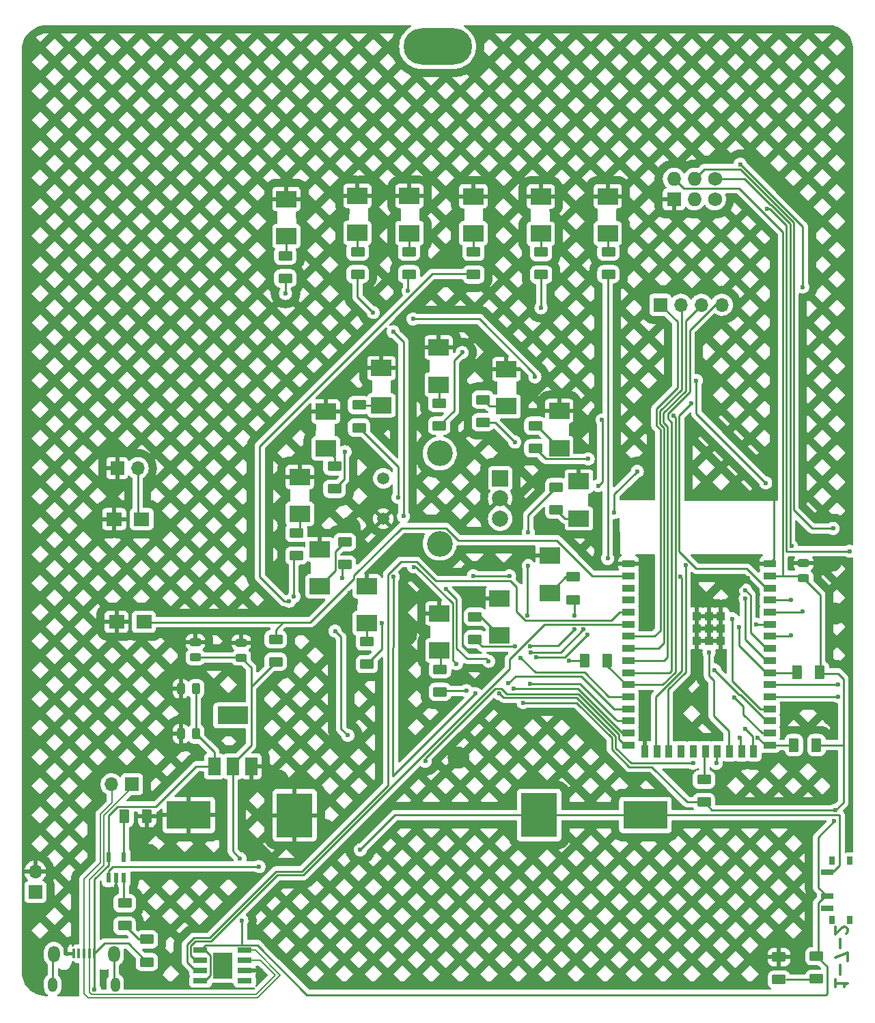
<source format=gbr>
%TF.GenerationSoftware,KiCad,Pcbnew,(6.0.7)*%
%TF.CreationDate,2022-09-02T14:13:33-05:00*%
%TF.ProjectId,BsidesKC-2022-Safe-Badge,42736964-6573-44b4-932d-323032322d53,0-c*%
%TF.SameCoordinates,Original*%
%TF.FileFunction,Copper,L2,Bot*%
%TF.FilePolarity,Positive*%
%FSLAX46Y46*%
G04 Gerber Fmt 4.6, Leading zero omitted, Abs format (unit mm)*
G04 Created by KiCad (PCBNEW (6.0.7)) date 2022-09-02 14:13:33*
%MOMM*%
%LPD*%
G01*
G04 APERTURE LIST*
G04 Aperture macros list*
%AMRoundRect*
0 Rectangle with rounded corners*
0 $1 Rounding radius*
0 $2 $3 $4 $5 $6 $7 $8 $9 X,Y pos of 4 corners*
0 Add a 4 corners polygon primitive as box body*
4,1,4,$2,$3,$4,$5,$6,$7,$8,$9,$2,$3,0*
0 Add four circle primitives for the rounded corners*
1,1,$1+$1,$2,$3*
1,1,$1+$1,$4,$5*
1,1,$1+$1,$6,$7*
1,1,$1+$1,$8,$9*
0 Add four rect primitives between the rounded corners*
20,1,$1+$1,$2,$3,$4,$5,0*
20,1,$1+$1,$4,$5,$6,$7,0*
20,1,$1+$1,$6,$7,$8,$9,0*
20,1,$1+$1,$8,$9,$2,$3,0*%
G04 Aperture macros list end*
%ADD10C,0.300000*%
%TA.AperFunction,NonConductor*%
%ADD11C,0.300000*%
%TD*%
%TA.AperFunction,ComponentPad*%
%ADD12O,1.727200X1.727200*%
%TD*%
%TA.AperFunction,ComponentPad*%
%ADD13R,1.727200X1.727200*%
%TD*%
%TA.AperFunction,ComponentPad*%
%ADD14C,1.727200*%
%TD*%
%TA.AperFunction,SMDPad,CuDef*%
%ADD15R,2.500000X2.000000*%
%TD*%
%TA.AperFunction,ComponentPad*%
%ADD16O,8.500000X4.500000*%
%TD*%
%TA.AperFunction,ComponentPad*%
%ADD17R,1.700000X1.700000*%
%TD*%
%TA.AperFunction,ComponentPad*%
%ADD18O,1.700000X1.700000*%
%TD*%
%TA.AperFunction,SMDPad,CuDef*%
%ADD19RoundRect,0.250000X-0.625000X0.375000X-0.625000X-0.375000X0.625000X-0.375000X0.625000X0.375000X0*%
%TD*%
%TA.AperFunction,SMDPad,CuDef*%
%ADD20RoundRect,0.250000X-0.375000X-0.625000X0.375000X-0.625000X0.375000X0.625000X-0.375000X0.625000X0*%
%TD*%
%TA.AperFunction,SMDPad,CuDef*%
%ADD21RoundRect,0.250000X0.375000X0.625000X-0.375000X0.625000X-0.375000X-0.625000X0.375000X-0.625000X0*%
%TD*%
%TA.AperFunction,SMDPad,CuDef*%
%ADD22RoundRect,0.250000X0.625000X-0.375000X0.625000X0.375000X-0.625000X0.375000X-0.625000X-0.375000X0*%
%TD*%
%TA.AperFunction,SMDPad,CuDef*%
%ADD23R,1.500000X2.200000*%
%TD*%
%TA.AperFunction,SMDPad,CuDef*%
%ADD24R,3.800000X2.200000*%
%TD*%
%TA.AperFunction,SMDPad,CuDef*%
%ADD25R,1.948000X1.700000*%
%TD*%
%TA.AperFunction,SMDPad,CuDef*%
%ADD26R,0.800000X1.000000*%
%TD*%
%TA.AperFunction,SMDPad,CuDef*%
%ADD27R,1.500000X0.700000*%
%TD*%
%TA.AperFunction,SMDPad,CuDef*%
%ADD28RoundRect,0.243750X0.456250X-0.243750X0.456250X0.243750X-0.456250X0.243750X-0.456250X-0.243750X0*%
%TD*%
%TA.AperFunction,SMDPad,CuDef*%
%ADD29R,1.500000X0.900000*%
%TD*%
%TA.AperFunction,SMDPad,CuDef*%
%ADD30R,0.900000X1.500000*%
%TD*%
%TA.AperFunction,SMDPad,CuDef*%
%ADD31R,1.100000X1.100000*%
%TD*%
%TA.AperFunction,SMDPad,CuDef*%
%ADD32R,4.500000X5.500000*%
%TD*%
%TA.AperFunction,SMDPad,CuDef*%
%ADD33R,5.500000X3.500000*%
%TD*%
%TA.AperFunction,SMDPad,CuDef*%
%ADD34R,1.750000X0.650000*%
%TD*%
%TA.AperFunction,SMDPad,CuDef*%
%ADD35R,2.410000X3.300000*%
%TD*%
%TA.AperFunction,SMDPad,CuDef*%
%ADD36R,0.440000X1.300000*%
%TD*%
%TA.AperFunction,ComponentPad*%
%ADD37O,1.450000X2.000000*%
%TD*%
%TA.AperFunction,ComponentPad*%
%ADD38O,1.150000X1.800000*%
%TD*%
%TA.AperFunction,SMDPad,CuDef*%
%ADD39R,0.600000X1.200000*%
%TD*%
%TA.AperFunction,SMDPad,CuDef*%
%ADD40RoundRect,0.243750X0.243750X0.456250X-0.243750X0.456250X-0.243750X-0.456250X0.243750X-0.456250X0*%
%TD*%
%TA.AperFunction,ComponentPad*%
%ADD41R,2.000000X2.000000*%
%TD*%
%TA.AperFunction,ComponentPad*%
%ADD42C,2.000000*%
%TD*%
%TA.AperFunction,ComponentPad*%
%ADD43C,3.200000*%
%TD*%
%TA.AperFunction,ComponentPad*%
%ADD44C,1.500000*%
%TD*%
%TA.AperFunction,ViaPad*%
%ADD45C,0.600000*%
%TD*%
%TA.AperFunction,Conductor*%
%ADD46C,0.250000*%
%TD*%
%TA.AperFunction,Conductor*%
%ADD47C,0.200000*%
%TD*%
G04 APERTURE END LIST*
D10*
D11*
X197390628Y-146494142D02*
X197390628Y-147351285D01*
X197390628Y-146922714D02*
X198890628Y-146922714D01*
X198676342Y-147065571D01*
X198533485Y-147208428D01*
X198462057Y-147351285D01*
X197962057Y-145851285D02*
X197962057Y-144708428D01*
X198890628Y-144137000D02*
X198890628Y-143137000D01*
X197390628Y-143779857D01*
X197962057Y-142565571D02*
X197962057Y-141422714D01*
X198747771Y-140779857D02*
X198819200Y-140708428D01*
X198890628Y-140565571D01*
X198890628Y-140208428D01*
X198819200Y-140065571D01*
X198747771Y-139994142D01*
X198604914Y-139922714D01*
X198462057Y-139922714D01*
X198247771Y-139994142D01*
X197390628Y-140851285D01*
X197390628Y-139922714D01*
D12*
%TO.P,X1,1,VCC*%
%TO.N,VCC*%
X177377400Y-47137000D03*
D13*
%TO.P,X1,2,GND*%
%TO.N,GND*%
X177377400Y-49677000D03*
D12*
%TO.P,X1,3,SDA*%
%TO.N,IO08*%
X179917400Y-47137000D03*
%TO.P,X1,4,SCL*%
%TO.N,IO09*%
X179917400Y-49677000D03*
D14*
%TO.P,X1,5,GPIO1*%
%TO.N,IO01*%
X182457400Y-47137000D03*
%TO.P,X1,6,GPIO2*%
%TO.N,IO02*%
X182457400Y-49677000D03*
%TD*%
D15*
%TO.P,D2,1,K*%
%TO.N,GND*%
X129350000Y-49650000D03*
%TO.P,D2,2,A*%
%TO.N,Net-(D2-Pad2)*%
X129350000Y-54250000D03*
%TD*%
%TO.P,D8,1,K*%
%TO.N,GND*%
X160875000Y-49350000D03*
%TO.P,D8,2,A*%
%TO.N,Net-(D8-Pad2)*%
X160875000Y-53950000D03*
%TD*%
%TO.P,D1,1,K*%
%TO.N,GND*%
X138150000Y-49250000D03*
%TO.P,D1,2,A*%
%TO.N,Net-(D1-Pad2)*%
X138150000Y-53850000D03*
%TD*%
%TO.P,D13,1,K*%
%TO.N,GND*%
X139300000Y-97675000D03*
%TO.P,D13,2,A*%
%TO.N,Net-(D13-Pad2)*%
X139300000Y-102275000D03*
%TD*%
%TO.P,D16,1,K*%
%TO.N,GND*%
X131000000Y-84125000D03*
%TO.P,D16,2,A*%
%TO.N,Net-(D16-Pad2)*%
X131000000Y-88725000D03*
%TD*%
%TO.P,D19,1,K*%
%TO.N,GND*%
X133475000Y-93100000D03*
%TO.P,D19,2,A*%
%TO.N,Net-(D19-Pad2)*%
X133475000Y-97700000D03*
%TD*%
%TO.P,D9,1,K*%
%TO.N,GND*%
X156625000Y-70775000D03*
%TO.P,D9,2,A*%
%TO.N,Net-(D9-Pad2)*%
X156625000Y-75375000D03*
%TD*%
%TO.P,D20,1,K*%
%TO.N,GND*%
X141125000Y-70625000D03*
%TO.P,D20,2,A*%
%TO.N,Net-(D20-Pad2)*%
X141125000Y-75225000D03*
%TD*%
%TO.P,D7,1,K*%
%TO.N,GND*%
X169175000Y-49300000D03*
%TO.P,D7,2,A*%
%TO.N,Net-(D7-Pad2)*%
X169175000Y-53900000D03*
%TD*%
%TO.P,D14,1,K*%
%TO.N,GND*%
X148325000Y-101050000D03*
%TO.P,D14,2,A*%
%TO.N,Net-(D14-Pad2)*%
X148325000Y-105650000D03*
%TD*%
%TO.P,D18,1,K*%
%TO.N,GND*%
X155775000Y-99200000D03*
%TO.P,D18,2,A*%
%TO.N,Net-(D18-Pad2)*%
X155775000Y-103800000D03*
%TD*%
%TO.P,D10,1,K*%
%TO.N,GND*%
X148225000Y-68075000D03*
%TO.P,D10,2,A*%
%TO.N,Net-(D10-Pad2)*%
X148225000Y-72675000D03*
%TD*%
%TO.P,D17,1,K*%
%TO.N,GND*%
X163150000Y-75950000D03*
%TO.P,D17,2,A*%
%TO.N,Net-(D17-Pad2)*%
X163150000Y-80550000D03*
%TD*%
%TO.P,D5,1,K*%
%TO.N,GND*%
X144600000Y-49275000D03*
%TO.P,D5,2,A*%
%TO.N,Net-(D5-Pad2)*%
X144600000Y-53875000D03*
%TD*%
%TO.P,D12,1,K*%
%TO.N,GND*%
X161975000Y-93900000D03*
%TO.P,D12,2,A*%
%TO.N,Net-(D12-Pad2)*%
X161975000Y-98500000D03*
%TD*%
%TO.P,D11,1,K*%
%TO.N,GND*%
X165600000Y-84675000D03*
%TO.P,D11,2,A*%
%TO.N,Net-(D11-Pad2)*%
X165600000Y-89275000D03*
%TD*%
%TO.P,D3,1,K*%
%TO.N,GND*%
X152525000Y-49300000D03*
%TO.P,D3,2,A*%
%TO.N,Net-(D3-Pad2)*%
X152525000Y-53900000D03*
%TD*%
%TO.P,D15,1,K*%
%TO.N,GND*%
X134225000Y-76000000D03*
%TO.P,D15,2,A*%
%TO.N,Net-(D15-Pad2)*%
X134225000Y-80600000D03*
%TD*%
D16*
%TO.P,REF\u002A\u002A,*%
%TO.N,*%
X148082000Y-30734000D03*
%TD*%
D17*
%TO.P,J2,1,Pin_1*%
%TO.N,GND*%
X108375000Y-83025000D03*
D18*
%TO.P,J2,2,Pin_2*%
%TO.N,Boot*%
X110915000Y-83025000D03*
%TD*%
D19*
%TO.P,D6,1,K*%
%TO.N,GND*%
X190398400Y-143684800D03*
%TO.P,D6,2,A*%
%TO.N,Net-(D6-Pad2)*%
X190398400Y-146484800D03*
%TD*%
%TO.P,D4,1,K*%
%TO.N,Net-(D4-Pad1)*%
X112050000Y-141500000D03*
%TO.P,D4,2,A*%
%TO.N,VBUS*%
X112050000Y-144300000D03*
%TD*%
D20*
%TO.P,R3,1*%
%TO.N,Net-(R3-Pad1)*%
X109275000Y-126225000D03*
%TO.P,R3,2*%
%TO.N,GND*%
X112075000Y-126225000D03*
%TD*%
D17*
%TO.P,J5,1,Pin_1*%
%TO.N,VBUS*%
X98221800Y-135615600D03*
D18*
%TO.P,J5,2,Pin_2*%
%TO.N,GND*%
X98221800Y-133075600D03*
%TD*%
D21*
%TO.P,R16,1*%
%TO.N,IO38*%
X169141600Y-106883200D03*
%TO.P,R16,2*%
%TO.N,VCC*%
X166341600Y-106883200D03*
%TD*%
D22*
%TO.P,R10,1*%
%TO.N,IO21*%
X153695400Y-77346000D03*
%TO.P,R10,2*%
%TO.N,Net-(D9-Pad2)*%
X153695400Y-74546000D03*
%TD*%
D23*
%TO.P,U4,1,GND*%
%TO.N,GND*%
X125000000Y-120025000D03*
%TO.P,U4,2,VO*%
%TO.N,VCC*%
X122700000Y-120025000D03*
%TO.P,U4,3,VI*%
%TO.N,VBUS*%
X120400000Y-120025000D03*
D24*
%TO.P,U4,4*%
%TO.N,N/C*%
X122700000Y-113725000D03*
%TD*%
D22*
%TO.P,R15,1*%
%TO.N,IO36*%
X148386800Y-110797800D03*
%TO.P,R15,2*%
%TO.N,Net-(D14-Pad2)*%
X148386800Y-107997800D03*
%TD*%
D25*
%TO.P,SW_Reset1,1,C*%
%TO.N,GND*%
X108282000Y-102108000D03*
%TO.P,SW_Reset1,2,D*%
%TO.N,RESET*%
X111682000Y-102108000D03*
%TD*%
D26*
%TO.P,1/0,*%
%TO.N,*%
X196984400Y-139057400D03*
X199194400Y-139057400D03*
X196984400Y-131757400D03*
X199194400Y-131757400D03*
D27*
%TO.P,1/0,1,A*%
%TO.N,Net-(BT1-Pad1)*%
X196334400Y-133157400D03*
%TO.P,1/0,2,B*%
%TO.N,VCC*%
X196334400Y-136157400D03*
%TO.P,1/0,3,C*%
%TO.N,unconnected-(SW1-Pad3)*%
X196334400Y-137657400D03*
%TD*%
D25*
%TO.P,SW2,1,A*%
%TO.N,Boot*%
X111400000Y-89350000D03*
%TO.P,SW2,2,B*%
%TO.N,GND*%
X108000000Y-89350000D03*
%TD*%
D17*
%TO.P,J3,1,Pin_1*%
%TO.N,D-*%
X110215600Y-122250200D03*
D18*
%TO.P,J3,2,Pin_2*%
%TO.N,D+*%
X107675600Y-122250200D03*
%TD*%
D22*
%TO.P,R20,1*%
%TO.N,IO14*%
X160197800Y-80571800D03*
%TO.P,R20,2*%
%TO.N,Net-(D17-Pad2)*%
X160197800Y-77771800D03*
%TD*%
D19*
%TO.P,R6,1*%
%TO.N,VCC*%
X195046600Y-143583200D03*
%TO.P,R6,2*%
%TO.N,Net-(D6-Pad2)*%
X195046600Y-146383200D03*
%TD*%
D28*
%TO.P,C2,1*%
%TO.N,VCC*%
X193450000Y-96712500D03*
%TO.P,C2,2*%
%TO.N,GND*%
X193450000Y-94837500D03*
%TD*%
D22*
%TO.P,R24,1*%
%TO.N,IO17*%
X138353800Y-78006400D03*
%TO.P,R24,2*%
%TO.N,Net-(D20-Pad2)*%
X138353800Y-75206400D03*
%TD*%
%TO.P,R22,1*%
%TO.N,IO15*%
X152730200Y-104270000D03*
%TO.P,R22,2*%
%TO.N,Net-(D18-Pad2)*%
X152730200Y-101470000D03*
%TD*%
D29*
%TO.P,U2,1,GND*%
%TO.N,GND*%
X189267800Y-94899400D03*
%TO.P,U2,2,3V3*%
%TO.N,VCC*%
X189267800Y-96399400D03*
%TO.P,U2,3,IO00*%
%TO.N,Boot*%
X189267800Y-97899400D03*
%TO.P,U2,4,IO01*%
%TO.N,IO01*%
X189267800Y-99399400D03*
%TO.P,U2,5,IO02*%
%TO.N,IO02*%
X189267800Y-100899400D03*
%TO.P,U2,6,IO03*%
%TO.N,IO03*%
X189267800Y-102399400D03*
%TO.P,U2,7,IO04*%
%TO.N,IO04*%
X189267800Y-103899400D03*
%TO.P,U2,8,IO05*%
%TO.N,IO05*%
X189267800Y-105399400D03*
%TO.P,U2,9,IO06*%
%TO.N,IO06*%
X189267800Y-106899400D03*
%TO.P,U2,10,IO07*%
%TO.N,IO07*%
X189267800Y-108399400D03*
%TO.P,U2,11,IO08*%
%TO.N,IO08*%
X189267800Y-109899400D03*
%TO.P,U2,12,IO09*%
%TO.N,IO09*%
X189267800Y-111399400D03*
%TO.P,U2,13,IO10*%
%TO.N,IO10*%
X189267800Y-112899400D03*
%TO.P,U2,14,IO11*%
%TO.N,IO11*%
X189267800Y-114399400D03*
%TO.P,U2,15,IO12*%
%TO.N,IO12*%
X189267800Y-115899400D03*
%TO.P,U2,16,IO13*%
%TO.N,IO13*%
X189267800Y-117399400D03*
D30*
%TO.P,U2,17,IO14*%
%TO.N,IO14*%
X187267800Y-118149400D03*
%TO.P,U2,18,IO15*%
%TO.N,IO15*%
X185767800Y-118149400D03*
%TO.P,U2,19,IO16*%
%TO.N,IO16*%
X184267800Y-118149400D03*
%TO.P,U2,20,IO17*%
%TO.N,IO17*%
X182767800Y-118149400D03*
%TO.P,U2,21,IO18*%
%TO.N,Net-(R25-Pad1)*%
X181267800Y-118149400D03*
%TO.P,U2,22,USB_D-*%
%TO.N,unconnected-(U2-Pad22)*%
X179767800Y-118149400D03*
%TO.P,U2,23,USB_D+*%
%TO.N,unconnected-(U2-Pad23)*%
X178267800Y-118149400D03*
%TO.P,U2,24,IO21*%
%TO.N,IO21*%
X176767800Y-118149400D03*
%TO.P,U2,25,IO26*%
%TO.N,IO26*%
X175267800Y-118149400D03*
%TO.P,U2,26,GND*%
%TO.N,GND*%
X173767800Y-118149400D03*
D29*
%TO.P,U2,27,IO33*%
%TO.N,IO33*%
X171767800Y-117399400D03*
%TO.P,U2,28,IO34*%
%TO.N,IO34*%
X171767800Y-115899400D03*
%TO.P,U2,29,IO35*%
%TO.N,IO35*%
X171767800Y-114399400D03*
%TO.P,U2,30,IO36*%
%TO.N,IO36*%
X171767800Y-112899400D03*
%TO.P,U2,31,IO37*%
%TO.N,IO37*%
X171767800Y-111399400D03*
%TO.P,U2,32,IO38*%
%TO.N,IO38*%
X171767800Y-109899400D03*
%TO.P,U2,33,IO39*%
%TO.N,IO39*%
X171767800Y-108399400D03*
%TO.P,U2,34,IO40*%
%TO.N,IO40*%
X171767800Y-106899400D03*
%TO.P,U2,35,IO41*%
%TO.N,IO41*%
X171767800Y-105399400D03*
%TO.P,U2,36,IO42*%
%TO.N,IO42*%
X171767800Y-103899400D03*
%TO.P,U2,37,TXD0*%
%TO.N,USB_RX_ESP_TX*%
X171767800Y-102399400D03*
%TO.P,U2,38,RXD0*%
%TO.N,USB_TX_ESP_RX*%
X171767800Y-100899400D03*
%TO.P,U2,39,IO45*%
%TO.N,unconnected-(U2-Pad39)*%
X171767800Y-99399400D03*
%TO.P,U2,40,IO46*%
%TO.N,unconnected-(U2-Pad40)*%
X171767800Y-97899400D03*
%TO.P,U2,41,EN*%
%TO.N,RESET*%
X171767800Y-96399400D03*
%TO.P,U2,42,GND*%
%TO.N,GND*%
X171767800Y-94899400D03*
D31*
%TO.P,U2,43,GND*%
X181707800Y-101399400D03*
X183207800Y-104449400D03*
X180207800Y-104449400D03*
X180207800Y-101399400D03*
X180207800Y-102949400D03*
X183207800Y-101399400D03*
X181707800Y-104449400D03*
X183207800Y-102949400D03*
X181707800Y-102949400D03*
%TD*%
D22*
%TO.P,R2,1*%
%TO.N,IO03*%
X129209800Y-59489800D03*
%TO.P,R2,2*%
%TO.N,Net-(D2-Pad2)*%
X129209800Y-56689800D03*
%TD*%
%TO.P,R19,1*%
%TO.N,IO37*%
X130581400Y-93881400D03*
%TO.P,R19,2*%
%TO.N,Net-(D16-Pad2)*%
X130581400Y-91081400D03*
%TD*%
D19*
%TO.P,R25,1*%
%TO.N,Net-(R25-Pad1)*%
X181100000Y-121675000D03*
%TO.P,R25,2*%
%TO.N,VCC*%
X181100000Y-124475000D03*
%TD*%
D20*
%TO.P,R17,1*%
%TO.N,IO13*%
X192249600Y-117398800D03*
%TO.P,R17,2*%
%TO.N,VCC*%
X195049600Y-117398800D03*
%TD*%
D22*
%TO.P,R13,1*%
%TO.N,IO10*%
X164871400Y-99342400D03*
%TO.P,R13,2*%
%TO.N,Net-(D12-Pad2)*%
X164871400Y-96542400D03*
%TD*%
%TO.P,R26,1*%
%TO.N,VCC*%
X128016000Y-107064000D03*
%TO.P,R26,2*%
%TO.N,RESET*%
X128016000Y-104264000D03*
%TD*%
D32*
%TO.P,14500,1,+*%
%TO.N,Net-(BT1-Pad1)*%
X160675000Y-126075000D03*
D33*
X173850000Y-126075000D03*
D32*
%TO.P,14500,2,-*%
%TO.N,GND*%
X130375000Y-126100000D03*
D33*
X117250000Y-126075000D03*
%TD*%
D22*
%TO.P,R1,1*%
%TO.N,IO34*%
X138176000Y-58981800D03*
%TO.P,R1,2*%
%TO.N,Net-(D1-Pad2)*%
X138176000Y-56181800D03*
%TD*%
D19*
%TO.P,R12,1*%
%TO.N,IO35*%
X162788600Y-85391800D03*
%TO.P,R12,2*%
%TO.N,Net-(D11-Pad2)*%
X162788600Y-88191800D03*
%TD*%
D22*
%TO.P,R11,1*%
%TO.N,IO06*%
X148285200Y-77777800D03*
%TO.P,R11,2*%
%TO.N,Net-(D10-Pad2)*%
X148285200Y-74977800D03*
%TD*%
D34*
%TO.P,U3,1,UD+*%
%TO.N,D+*%
X124175000Y-142845000D03*
%TO.P,U3,2,UD-*%
%TO.N,D-*%
X124175000Y-144115000D03*
%TO.P,U3,3,GND*%
%TO.N,GND*%
X124175000Y-145385000D03*
%TO.P,U3,4,~{RTS}*%
%TO.N,unconnected-(U3-Pad4)*%
X124175000Y-146655000D03*
%TO.P,U3,5,VCC*%
%TO.N,VCC*%
X118675000Y-146655000D03*
%TO.P,U3,6,TXD*%
%TO.N,USB_TX_ESP_RX*%
X118675000Y-145385000D03*
%TO.P,U3,7,RXD*%
%TO.N,USB_RX_ESP_TX*%
X118675000Y-144115000D03*
%TO.P,U3,8,V3*%
%TO.N,VCC*%
X118675000Y-142845000D03*
D35*
%TO.P,U3,9*%
%TO.N,N/C*%
X121425000Y-144750000D03*
%TD*%
D36*
%TO.P,J4,1,VBUS*%
%TO.N,VBUS*%
X105550000Y-143275000D03*
%TO.P,J4,2,D-*%
%TO.N,D-*%
X104900000Y-143275000D03*
%TO.P,J4,3,D+*%
%TO.N,D+*%
X104250000Y-143275000D03*
%TO.P,J4,4,ID*%
%TO.N,unconnected-(J4-Pad4)*%
X103600000Y-143275000D03*
%TO.P,J4,5,GND*%
%TO.N,GND*%
X102950000Y-143275000D03*
D37*
%TO.P,J4,6,Shield*%
%TO.N,unconnected-(J4-Pad6)*%
X107975000Y-143325000D03*
D38*
X100375000Y-147125000D03*
D37*
X100525000Y-143325000D03*
D38*
X108125000Y-147125000D03*
%TD*%
D39*
%TO.P,U1,1,~{CHRG}*%
%TO.N,Net-(R5-Pad2)*%
X109175000Y-133875000D03*
%TO.P,U1,2,GND*%
%TO.N,GND*%
X108225000Y-133875000D03*
%TO.P,U1,3,BAT*%
%TO.N,Net-(BT1-Pad1)*%
X107275000Y-133875000D03*
%TO.P,U1,4,VCC*%
%TO.N,VBUS*%
X107275000Y-131275000D03*
%TO.P,U1,5,PROG*%
%TO.N,Net-(R3-Pad1)*%
X109175000Y-131275000D03*
%TD*%
D22*
%TO.P,R7,1*%
%TO.N,IO04*%
X144551400Y-58981800D03*
%TO.P,R7,2*%
%TO.N,Net-(D5-Pad2)*%
X144551400Y-56181800D03*
%TD*%
D40*
%TO.P,C1,1*%
%TO.N,VBUS*%
X118137500Y-110400000D03*
%TO.P,C1,2*%
%TO.N,GND*%
X116262500Y-110400000D03*
%TD*%
%TO.P,C5,1*%
%TO.N,VBUS*%
X118137500Y-116000000D03*
%TO.P,C5,2*%
%TO.N,GND*%
X116262500Y-116000000D03*
%TD*%
D28*
%TO.P,C4,1*%
%TO.N,VCC*%
X118059200Y-106499900D03*
%TO.P,C4,2*%
%TO.N,GND*%
X118059200Y-104624900D03*
%TD*%
D21*
%TO.P,R21,1*%
%TO.N,VCC*%
X195481400Y-108381800D03*
%TO.P,R21,2*%
%TO.N,IO07*%
X192681400Y-108381800D03*
%TD*%
D41*
%TO.P,EC11N,A,A*%
%TO.N,IO38*%
X155850000Y-84300000D03*
D42*
%TO.P,EC11N,B,B*%
%TO.N,IO13*%
X155850000Y-89300000D03*
%TO.P,EC11N,C,C*%
%TO.N,GND*%
X155850000Y-86800000D03*
D43*
%TO.P,EC11N,MP*%
%TO.N,N/C*%
X148350000Y-92400000D03*
X148350000Y-81200000D03*
D44*
%TO.P,EC11N,S1,S1*%
%TO.N,IO07*%
X141350000Y-84300000D03*
%TO.P,EC11N,S2,S2*%
%TO.N,GND*%
X141350000Y-89300000D03*
%TD*%
D22*
%TO.P,R9,1*%
%TO.N,IO05*%
X160909000Y-59032600D03*
%TO.P,R9,2*%
%TO.N,Net-(D8-Pad2)*%
X160909000Y-56232600D03*
%TD*%
%TO.P,R14,1*%
%TO.N,IO11*%
X139319000Y-107343400D03*
%TO.P,R14,2*%
%TO.N,Net-(D13-Pad2)*%
X139319000Y-104543400D03*
%TD*%
%TO.P,R23,1*%
%TO.N,IO16*%
X136601200Y-94999000D03*
%TO.P,R23,2*%
%TO.N,Net-(D19-Pad2)*%
X136601200Y-92199000D03*
%TD*%
%TO.P,R8,1*%
%TO.N,IO26*%
X169265600Y-58981800D03*
%TO.P,R8,2*%
%TO.N,Net-(D7-Pad2)*%
X169265600Y-56181800D03*
%TD*%
D17*
%TO.P,J1,1,Pin_1*%
%TO.N,IO42*%
X175701800Y-62763400D03*
D18*
%TO.P,J1,2,Pin_2*%
%TO.N,IO41*%
X178241800Y-62763400D03*
%TO.P,J1,3,Pin_3*%
%TO.N,IO40*%
X180781800Y-62763400D03*
%TO.P,J1,4,Pin_4*%
%TO.N,IO39*%
X183321800Y-62763400D03*
%TD*%
D22*
%TO.P,R18,1*%
%TO.N,IO12*%
X135305800Y-85601000D03*
%TO.P,R18,2*%
%TO.N,Net-(D15-Pad2)*%
X135305800Y-82801000D03*
%TD*%
D28*
%TO.P,C3,1*%
%TO.N,VCC*%
X123748800Y-106550700D03*
%TO.P,C3,2*%
%TO.N,GND*%
X123748800Y-104675700D03*
%TD*%
D22*
%TO.P,R4,1*%
%TO.N,IO33*%
X152527000Y-59007200D03*
%TO.P,R4,2*%
%TO.N,Net-(D3-Pad2)*%
X152527000Y-56207200D03*
%TD*%
%TO.P,R5,1*%
%TO.N,Net-(D4-Pad1)*%
X109300000Y-139800000D03*
%TO.P,R5,2*%
%TO.N,Net-(R5-Pad2)*%
X109300000Y-137000000D03*
%TD*%
D45*
%TO.N,Net-(BT1-Pad1)*%
X125950000Y-132475000D03*
X138506200Y-130378200D03*
%TO.N,GND*%
X197358000Y-101066600D03*
X137160000Y-98552000D03*
X140309600Y-95707200D03*
X128320800Y-121767600D03*
X98983800Y-145491200D03*
X157734000Y-95250000D03*
X137185400Y-90373200D03*
X134061200Y-127889000D03*
X157251400Y-112903000D03*
X152400000Y-98856800D03*
X173609000Y-111048800D03*
X150672800Y-118948200D03*
X196875400Y-92100400D03*
X180289200Y-99390200D03*
X126161800Y-145364200D03*
X106654600Y-145872200D03*
X197129400Y-113741200D03*
X167792400Y-91186000D03*
X121310400Y-126288800D03*
X189788800Y-84886800D03*
X196875400Y-94538800D03*
X144119600Y-99187000D03*
X185724800Y-94284800D03*
X102565200Y-146354800D03*
X178003200Y-111074200D03*
X199288400Y-113715800D03*
X144195800Y-103708200D03*
X186563000Y-96647000D03*
X112242600Y-130987800D03*
%TO.N,VBUS*%
X105562400Y-147750980D03*
%TO.N,VCC*%
X158699200Y-112141000D03*
X197256400Y-126847600D03*
X197434200Y-125450500D03*
X123596400Y-131470400D03*
X164414200Y-106908600D03*
X123825000Y-139141200D03*
%TO.N,IO03*%
X145034000Y-64516000D03*
X129235200Y-61366400D03*
X160147000Y-71704200D03*
X187604400Y-102412800D03*
%TO.N,IO04*%
X144424400Y-61061600D03*
X188762300Y-84861400D03*
X180162200Y-72161400D03*
X191871600Y-103809800D03*
%TO.N,IO05*%
X160909000Y-63144400D03*
X186258200Y-98171000D03*
%TO.N,IO06*%
X151130000Y-68681600D03*
X186225000Y-99250000D03*
%TO.N,IO14*%
X186175000Y-115350000D03*
X166751000Y-81889600D03*
%TO.N,IO35*%
X159325000Y-95125000D03*
X159325000Y-90975000D03*
X159225000Y-101300000D03*
X159512000Y-109763900D03*
%TO.N,IO10*%
X184600000Y-101725000D03*
X165023800Y-101300011D03*
%TO.N,IO15*%
X165049200Y-103024500D03*
X159541092Y-105108892D03*
X185575000Y-116525000D03*
X157705415Y-105178215D03*
%TO.N,IO36*%
X151688800Y-110642400D03*
X156870400Y-109728000D03*
%TO.N,IO11*%
X160274000Y-106499500D03*
X149123400Y-98044000D03*
X182422800Y-108077000D03*
X166649248Y-103680481D03*
X154406600Y-106999020D03*
X141198600Y-102225000D03*
%TO.N,IO16*%
X159650000Y-105925000D03*
X166192200Y-103024500D03*
X181725000Y-105900000D03*
X136271000Y-96672400D03*
%TO.N,IO37*%
X130275000Y-98950000D03*
X158394400Y-106549500D03*
%TO.N,IO12*%
X136625000Y-81000000D03*
X184886600Y-111480600D03*
%TO.N,IO17*%
X155727400Y-111012900D03*
X143175000Y-86650000D03*
X152795900Y-111012900D03*
X142575000Y-96475000D03*
X182650000Y-119634000D03*
X179781200Y-119634000D03*
%TO.N,IO38*%
X177317400Y-76504800D03*
X168478200Y-77063600D03*
X167995600Y-85217000D03*
%TO.N,IO13*%
X172847000Y-83439000D03*
X187774500Y-116444718D03*
X170002200Y-88544400D03*
%TO.N,Boot*%
X179537700Y-75031600D03*
%TO.N,IO07*%
X185420000Y-102743000D03*
X152527000Y-96391818D03*
X157008378Y-96391818D03*
%TO.N,IO09*%
X188899800Y-50825400D03*
X197749500Y-111379000D03*
X199161400Y-93345000D03*
%TO.N,IO08*%
X197749500Y-109905800D03*
X197104000Y-90500200D03*
%TO.N,IO02*%
X193344800Y-60564400D03*
X185597800Y-45324389D03*
X193294000Y-100838000D03*
%TO.N,IO01*%
X191948020Y-92720500D03*
X191871600Y-99390200D03*
%TO.N,IO34*%
X150418800Y-107315000D03*
X142575000Y-66100000D03*
X140100000Y-63725000D03*
X143850000Y-89000000D03*
X145125000Y-95275000D03*
X157505400Y-110388400D03*
%TO.N,IO33*%
X136956800Y-116179600D03*
X129692400Y-99542600D03*
X135379661Y-103242839D03*
X146558000Y-119380000D03*
%TO.N,IO26*%
X169164000Y-94234000D03*
X178191500Y-96469200D03*
%TO.N,IO21*%
X178816000Y-95046800D03*
X157657800Y-79806800D03*
%TD*%
D46*
%TO.N,Net-(BT1-Pad1)*%
X142809400Y-126075000D02*
X160675000Y-126075000D01*
X138506200Y-130378200D02*
X142809400Y-126075000D01*
X107275000Y-133875000D02*
X107275000Y-133025000D01*
X197916800Y-132302222D02*
X197119022Y-133100000D01*
X107825000Y-132475000D02*
X125950000Y-132475000D01*
X197916800Y-126075000D02*
X197916800Y-132302222D01*
X197119022Y-133100000D02*
X196320000Y-133100000D01*
X107275000Y-133025000D02*
X107825000Y-132475000D01*
X160675000Y-126075000D02*
X173850000Y-126075000D01*
X173850000Y-126075000D02*
X197916800Y-126075000D01*
%TO.N,GND*%
X157885718Y-95250000D02*
X157734000Y-95250000D01*
X181590000Y-104450000D02*
X181590000Y-102950000D01*
X183090000Y-100120000D02*
X183090000Y-101400000D01*
X183090000Y-101400000D02*
X181590000Y-101400000D01*
X180090000Y-101400000D02*
X181590000Y-101400000D01*
X183090000Y-102950000D02*
X183090000Y-104450000D01*
X180090000Y-102950000D02*
X180090000Y-104450000D01*
X161975000Y-93900000D02*
X159235718Y-93900000D01*
X180090000Y-101400000D02*
X180090000Y-102950000D01*
X189150000Y-94900000D02*
X189788800Y-94261200D01*
X124195800Y-145364200D02*
X124175000Y-145385000D01*
X159235718Y-93900000D02*
X157885718Y-95250000D01*
X183090000Y-101400000D02*
X183090000Y-102950000D01*
X183090000Y-104450000D02*
X181590000Y-104450000D01*
X126161800Y-145364200D02*
X124195800Y-145364200D01*
X186563000Y-96647000D02*
X183090000Y-100120000D01*
X189788800Y-94261200D02*
X189788800Y-84886800D01*
%TO.N,VBUS*%
X107275000Y-132325978D02*
X107275000Y-131275000D01*
X120400000Y-120025000D02*
X120400000Y-118262500D01*
X113175009Y-125025480D02*
X108398020Y-125025480D01*
X105550000Y-134050978D02*
X107275000Y-132325978D01*
X118137500Y-116000000D02*
X118137500Y-110400000D01*
X106824520Y-142000480D02*
X105550000Y-143275000D01*
X105562400Y-147750980D02*
X105550000Y-147738580D01*
X109750480Y-142000480D02*
X106824520Y-142000480D01*
X105550000Y-143275000D02*
X105550000Y-134050978D01*
X107275000Y-126148500D02*
X107275000Y-131275000D01*
X120400000Y-118262500D02*
X118137500Y-116000000D01*
X108398020Y-125025480D02*
X107275000Y-126148500D01*
X112050000Y-144300000D02*
X109750480Y-142000480D01*
X120400000Y-120025000D02*
X118175489Y-120025000D01*
X118175489Y-120025000D02*
X113175009Y-125025480D01*
X105550000Y-147738580D02*
X105550000Y-143275000D01*
%TO.N,VCC*%
X196342000Y-148234400D02*
X196215000Y-148361400D01*
X195245489Y-136996311D02*
X195245489Y-143488911D01*
X196342000Y-148234400D02*
X196342000Y-144878600D01*
X119895489Y-143515489D02*
X119895489Y-145984511D01*
X118675000Y-142845000D02*
X119225000Y-142845000D01*
X195625000Y-108500000D02*
X197700000Y-108500000D01*
X196215000Y-148361400D02*
X131902200Y-148361400D01*
X124975000Y-110105000D02*
X128016000Y-107064000D01*
X198374000Y-124536200D02*
X198374000Y-117424200D01*
X123748800Y-106550700D02*
X124975000Y-107776900D01*
X118059200Y-106499900D02*
X123698000Y-106499900D01*
X196084400Y-136157400D02*
X195245489Y-136996311D01*
X198374000Y-109174000D02*
X197750000Y-108550000D01*
X119225000Y-142845000D02*
X119895489Y-143515489D01*
X178565511Y-48325111D02*
X185489689Y-48325111D01*
X198348600Y-117398800D02*
X198374000Y-117424200D01*
X124975000Y-107776900D02*
X124975000Y-117400000D01*
X197700000Y-108500000D02*
X197750000Y-108550000D01*
X189150000Y-96400000D02*
X190874000Y-96400000D01*
X125736289Y-142195489D02*
X123820489Y-142195489D01*
X119225000Y-146655000D02*
X118675000Y-146655000D01*
X122700000Y-119675000D02*
X124975000Y-117400000D01*
X166316200Y-106908600D02*
X166341600Y-106883200D01*
X164414200Y-106908600D02*
X166316200Y-106908600D01*
X119895489Y-145984511D02*
X119225000Y-146655000D01*
X193450000Y-96712500D02*
X195529200Y-98791700D01*
X197434200Y-125476000D02*
X198374000Y-124536200D01*
X195259400Y-135082400D02*
X195259400Y-128844600D01*
X182101000Y-125476000D02*
X197434200Y-125476000D01*
X171848582Y-120084000D02*
X169675969Y-117911387D01*
X165332569Y-112141000D02*
X158699200Y-112141000D01*
X169675969Y-117538595D02*
X169675969Y-116484400D01*
X195049600Y-117398800D02*
X198348600Y-117398800D01*
X122700000Y-120025000D02*
X122700000Y-119675000D01*
X169675969Y-116484400D02*
X165332569Y-112141000D01*
X181100000Y-124475000D02*
X179034200Y-124475000D01*
X198374000Y-117424200D02*
X198374000Y-109174000D01*
X123820489Y-139145711D02*
X123820489Y-142195489D01*
X195529200Y-108404200D02*
X195625000Y-108500000D01*
X195529200Y-98791700D02*
X195529200Y-108404200D01*
X196334400Y-136157400D02*
X196084400Y-136157400D01*
X123825000Y-139141200D02*
X123820489Y-139145711D01*
X185489689Y-48325111D02*
X190874000Y-53709422D01*
X123820489Y-142195489D02*
X119324511Y-142195489D01*
X119324511Y-142195489D02*
X118675000Y-142845000D01*
X123698000Y-106499900D02*
X123748800Y-106550700D01*
X174643200Y-120084000D02*
X171848582Y-120084000D01*
X123596400Y-131470400D02*
X122700000Y-130574000D01*
X131902200Y-148361400D02*
X125736289Y-142195489D01*
X169675969Y-117911387D02*
X169675969Y-117538595D01*
X190874000Y-53709422D02*
X190874000Y-96400000D01*
X177377400Y-47137000D02*
X178565511Y-48325111D01*
X179034200Y-124475000D02*
X174643200Y-120084000D01*
X196342000Y-144878600D02*
X195046600Y-143583200D01*
X196334400Y-136157400D02*
X195259400Y-135082400D01*
X122700000Y-130574000D02*
X122700000Y-120025000D01*
X181100000Y-124475000D02*
X182101000Y-125476000D01*
X124975000Y-117400000D02*
X124975000Y-110105000D01*
X195259400Y-128844600D02*
X197256400Y-126847600D01*
X190874000Y-96400000D02*
X193137500Y-96400000D01*
X193137500Y-96400000D02*
X193450000Y-96712500D01*
%TO.N,IO03*%
X160147000Y-71397978D02*
X153265022Y-64516000D01*
X187617200Y-102400000D02*
X187604400Y-102412800D01*
X153265022Y-64516000D02*
X145034000Y-64516000D01*
X160147000Y-71704200D02*
X160147000Y-71397978D01*
X189150000Y-102400000D02*
X187617200Y-102400000D01*
X129235200Y-61366400D02*
X129235200Y-59515200D01*
%TO.N,IO04*%
X180162200Y-72161400D02*
X180162200Y-76261300D01*
X191871600Y-103809800D02*
X191795400Y-103886000D01*
X180162200Y-76261300D02*
X188762300Y-84861400D01*
X144424400Y-61061600D02*
X144424400Y-59083400D01*
X191795400Y-103886000D02*
X189164000Y-103886000D01*
%TO.N,IO05*%
X160909000Y-63144400D02*
X160909000Y-58981800D01*
X186867800Y-98780600D02*
X186867800Y-103466822D01*
X188800978Y-105400000D02*
X189150000Y-105400000D01*
X186258200Y-98171000D02*
X186867800Y-98780600D01*
X186867800Y-103466822D02*
X188800978Y-105400000D01*
%TO.N,IO06*%
X186207400Y-99267600D02*
X186225000Y-99250000D01*
X150139400Y-69672200D02*
X150139400Y-75898200D01*
X151130000Y-68681600D02*
X150139400Y-69672200D01*
X150139400Y-75898200D02*
X148310600Y-77727000D01*
X188850000Y-106900000D02*
X186207400Y-104257400D01*
X189150000Y-106900000D02*
X188850000Y-106900000D01*
X186207400Y-104257400D02*
X186207400Y-99267600D01*
%TO.N,IO14*%
X164739600Y-81889600D02*
X164724511Y-81874511D01*
X187150000Y-116325000D02*
X186175000Y-115350000D01*
X164724511Y-81874511D02*
X161500511Y-81874511D01*
X166751000Y-81889600D02*
X164739600Y-81889600D01*
X187150000Y-118150000D02*
X187150000Y-116325000D01*
X161500511Y-81874511D02*
X160197800Y-80571800D01*
%TO.N,IO35*%
X170163089Y-114157589D02*
X170163089Y-114161911D01*
X159512000Y-109763900D02*
X165769400Y-109763900D01*
X170401178Y-114400000D02*
X171650000Y-114400000D01*
X165769400Y-109763900D02*
X170163089Y-114157589D01*
X170163089Y-114161911D02*
X170401178Y-114400000D01*
X162788600Y-85391800D02*
X159325000Y-88855400D01*
X159325000Y-88855400D02*
X159325000Y-90975000D01*
X159225000Y-101300000D02*
X159225000Y-95225000D01*
X159225000Y-95225000D02*
X159325000Y-95125000D01*
%TO.N,IO10*%
X165023800Y-101300011D02*
X165023800Y-99494800D01*
X165023800Y-99494800D02*
X164871400Y-99342400D01*
X188050000Y-112900000D02*
X184600000Y-109450000D01*
X189150000Y-112900000D02*
X188050000Y-112900000D01*
X184600000Y-109450000D02*
X184600000Y-101725000D01*
%TO.N,IO15*%
X159570184Y-105079800D02*
X162993900Y-105079800D01*
X159541092Y-105108892D02*
X159570184Y-105079800D01*
X185650000Y-116600000D02*
X185575000Y-116525000D01*
X157705415Y-105178215D02*
X153638415Y-105178215D01*
X185650000Y-118150000D02*
X185650000Y-116600000D01*
X162993900Y-105079800D02*
X165049200Y-103024500D01*
X153638415Y-105178215D02*
X152730200Y-104270000D01*
%TO.N,IO36*%
X151685800Y-110645400D02*
X148437600Y-110645400D01*
X157759400Y-108839000D02*
X156870400Y-109728000D01*
X169950000Y-112900000D02*
X165889000Y-108839000D01*
X165889000Y-108839000D02*
X157759400Y-108839000D01*
X171650000Y-112900000D02*
X169950000Y-112900000D01*
%TO.N,IO11*%
X185585500Y-111135500D02*
X188850000Y-114400000D01*
X188850000Y-114400000D02*
X189150000Y-114400000D01*
X185481300Y-111135500D02*
X185585500Y-111135500D01*
X141198600Y-102225000D02*
X141198600Y-105463800D01*
X182422800Y-108077000D02*
X185481300Y-111135500D01*
X154406600Y-106999020D02*
X154087580Y-106680000D01*
X150411120Y-99331720D02*
X149123400Y-98044000D01*
X154087580Y-106680000D02*
X151733793Y-106680000D01*
X163830229Y-106499500D02*
X166649248Y-103680481D01*
X141198600Y-105463800D02*
X139319000Y-107343400D01*
X151733793Y-106680000D02*
X150411120Y-105357327D01*
X150411120Y-105357327D02*
X150411120Y-99331720D01*
X160274000Y-106499500D02*
X163830229Y-106499500D01*
%TO.N,IO16*%
X182300000Y-109376600D02*
X181725000Y-108801600D01*
X166192200Y-103024500D02*
X163342200Y-105874500D01*
X163342200Y-105874500D02*
X159700500Y-105874500D01*
X181725000Y-108801600D02*
X181725000Y-105900000D01*
X159700500Y-105874500D02*
X159650000Y-105925000D01*
X136271000Y-95329200D02*
X136601200Y-94999000D01*
X182300000Y-113775000D02*
X182300000Y-109376600D01*
X136271000Y-96672400D02*
X136271000Y-95329200D01*
X184150000Y-118150000D02*
X184150000Y-115625000D01*
X184150000Y-115625000D02*
X182300000Y-113775000D01*
%TO.N,IO37*%
X169300000Y-111400000D02*
X171650000Y-111400000D01*
X166289480Y-108389480D02*
X169300000Y-111400000D01*
X130251200Y-94211600D02*
X130581400Y-93881400D01*
X130251200Y-98926200D02*
X130251200Y-94211600D01*
X130275000Y-98950000D02*
X130251200Y-98926200D01*
X160234380Y-108389480D02*
X166289480Y-108389480D01*
X158394400Y-106549500D02*
X160234380Y-108389480D01*
%TO.N,IO12*%
X186004200Y-113563400D02*
X188340800Y-115900000D01*
X186004200Y-112598200D02*
X186004200Y-113563400D01*
X136505320Y-84401480D02*
X136505320Y-80880320D01*
X135305800Y-85601000D02*
X136505320Y-84401480D01*
X188340800Y-115900000D02*
X189150000Y-115900000D01*
X184886600Y-111480600D02*
X186004200Y-112598200D01*
%TO.N,IO17*%
X170125969Y-116279405D02*
X165344895Y-111498331D01*
X142559700Y-121249100D02*
X142559700Y-105302300D01*
X170125969Y-117724991D02*
X170125969Y-116279405D01*
X172034978Y-119634000D02*
X170125969Y-117724991D01*
X142559700Y-105302300D02*
X142600000Y-105262000D01*
X142600000Y-105262000D02*
X142600000Y-96500000D01*
X182650000Y-118150000D02*
X182650000Y-119634000D01*
X143175000Y-82850000D02*
X138353800Y-78028800D01*
X152795900Y-111012900D02*
X142559700Y-121249100D01*
X143175000Y-86650000D02*
X143175000Y-82850000D01*
X138353800Y-78028800D02*
X138353800Y-78006400D01*
X156253131Y-111498331D02*
X155727400Y-110972600D01*
X155727400Y-110972600D02*
X155727400Y-111012900D01*
X165344895Y-111498331D02*
X156253131Y-111498331D01*
X142600000Y-96500000D02*
X142575000Y-96475000D01*
X179781200Y-119634000D02*
X172034978Y-119634000D01*
%TO.N,IO38*%
X171767800Y-109899400D02*
X171467800Y-109899400D01*
X168503600Y-84709000D02*
X167995600Y-85217000D01*
X177317400Y-76504800D02*
X177546000Y-76733400D01*
X177546000Y-108331718D02*
X175977718Y-109900000D01*
X175977718Y-109900000D02*
X171650000Y-109900000D01*
X169141600Y-107573200D02*
X169141600Y-106883200D01*
X168478200Y-77063600D02*
X168503600Y-77089000D01*
X171467800Y-109899400D02*
X169141600Y-107573200D01*
X168503600Y-77089000D02*
X168503600Y-84709000D01*
X177546000Y-76733400D02*
X177546000Y-108331718D01*
%TO.N,IO13*%
X189267800Y-117399400D02*
X192249000Y-117399400D01*
X189150000Y-117400000D02*
X188729782Y-117400000D01*
X192249000Y-117399400D02*
X192249600Y-117398800D01*
X172847000Y-83439000D02*
X170002200Y-86283800D01*
X188729782Y-117400000D02*
X187774500Y-116444718D01*
X170002200Y-86283800D02*
X170002200Y-88544400D01*
%TO.N,Boot*%
X178028600Y-76540700D02*
X178028600Y-91846400D01*
X110915000Y-88865000D02*
X111400000Y-89350000D01*
X178028600Y-91846400D02*
X177995520Y-91879480D01*
X177995520Y-91879480D02*
X177995520Y-93343127D01*
X179537700Y-75031600D02*
X178028600Y-76540700D01*
X180162015Y-95509622D02*
X186410600Y-95509622D01*
X186410600Y-95509622D02*
X188800978Y-97900000D01*
X188800978Y-97900000D02*
X189150000Y-97900000D01*
X110915000Y-83025000D02*
X110915000Y-88865000D01*
X177995520Y-93343127D02*
X180162015Y-95509622D01*
D47*
%TO.N,D+*%
X104250000Y-143275000D02*
X104250000Y-148250000D01*
X125722400Y-148750000D02*
X128549400Y-145923000D01*
X128549400Y-145923000D02*
X125471400Y-142845000D01*
X106275978Y-132009016D02*
X106275978Y-125982167D01*
X104250000Y-134034994D02*
X106275978Y-132009016D01*
X104250000Y-143275000D02*
X104250000Y-134034994D01*
X106275978Y-125982167D02*
X107696000Y-124562145D01*
X104250000Y-148250000D02*
X104750000Y-148750000D01*
X107696000Y-124562145D02*
X107696000Y-122186000D01*
X125471400Y-142845000D02*
X124175000Y-142845000D01*
X104750000Y-148750000D02*
X125722400Y-148750000D01*
%TO.N,D-*%
X127962097Y-145945297D02*
X125556914Y-148350480D01*
X104900000Y-134063200D02*
X106675489Y-132287711D01*
X106675489Y-126147650D02*
X110150000Y-122673139D01*
X110150000Y-122673139D02*
X110150000Y-122100000D01*
X125556914Y-148350480D02*
X105175000Y-148350480D01*
X104900000Y-148075480D02*
X104900000Y-143275000D01*
X104900000Y-143275000D02*
X104900000Y-134063200D01*
X106675489Y-132287711D02*
X106675489Y-126147650D01*
X124175000Y-144115000D02*
X126131800Y-144115000D01*
X126131800Y-144115000D02*
X127962097Y-145945297D01*
X105175000Y-148350480D02*
X104900000Y-148075480D01*
D46*
%TO.N,unconnected-(J4-Pad6)*%
X107975000Y-143325000D02*
X107975000Y-146975000D01*
X100375000Y-147125000D02*
X100375000Y-143475000D01*
X100375000Y-143475000D02*
X100525000Y-143325000D01*
%TO.N,RESET*%
X111700000Y-102125000D02*
X111733800Y-102158800D01*
X128016000Y-104264000D02*
X128016000Y-103073200D01*
X137725489Y-96750511D02*
X137725489Y-96350489D01*
X137725489Y-96350489D02*
X143600978Y-90475000D01*
X167291400Y-96400000D02*
X171650000Y-96400000D01*
X128016000Y-103073200D02*
X128930400Y-102158800D01*
X149147362Y-90475000D02*
X150645762Y-91973400D01*
X132317200Y-102158800D02*
X137725489Y-96750511D01*
X150645762Y-91973400D02*
X162864800Y-91973400D01*
X143600978Y-90475000D02*
X149147362Y-90475000D01*
X162864800Y-91973400D02*
X167291400Y-96400000D01*
X111733800Y-102158800D02*
X132317200Y-102158800D01*
%TO.N,IO07*%
X185420000Y-102743000D02*
X185420000Y-105020000D01*
X156981796Y-96418400D02*
X152553582Y-96418400D01*
X188800000Y-108400000D02*
X189150000Y-108400000D01*
X185420000Y-105020000D02*
X188800000Y-108400000D01*
X152553582Y-96418400D02*
X152527000Y-96391818D01*
X189150000Y-108400000D02*
X192725000Y-108400000D01*
X157008378Y-96391818D02*
X156981796Y-96418400D01*
%TO.N,IO09*%
X191323520Y-93330320D02*
X191338200Y-93345000D01*
X191338200Y-93345000D02*
X199161400Y-93345000D01*
X197728500Y-111400000D02*
X189150000Y-111400000D01*
X189230000Y-50825400D02*
X191323520Y-52918920D01*
X188899800Y-50825400D02*
X189230000Y-50825400D01*
X191323520Y-52918920D02*
X191323520Y-93330320D01*
X197749500Y-111379000D02*
X197728500Y-111400000D01*
%TO.N,IO08*%
X181105511Y-45948889D02*
X179917400Y-47137000D01*
X194487800Y-90500200D02*
X192222560Y-88234960D01*
X197743700Y-109900000D02*
X189150000Y-109900000D01*
X185624925Y-45948889D02*
X181105511Y-45948889D01*
X192222560Y-52546524D02*
X185624925Y-45948889D01*
X197749500Y-109905800D02*
X197743700Y-109900000D01*
X197104000Y-90500200D02*
X194487800Y-90500200D01*
X192222560Y-88234960D02*
X192222560Y-52546524D01*
%TO.N,IO02*%
X185636143Y-45324389D02*
X193344800Y-53033046D01*
X193344800Y-53033046D02*
X193344800Y-60564400D01*
X185597800Y-45324389D02*
X185636143Y-45324389D01*
X193232000Y-100900000D02*
X193294000Y-100838000D01*
X189150000Y-100900000D02*
X193232000Y-100900000D01*
%TO.N,IO01*%
X189416198Y-50375880D02*
X189364680Y-50375880D01*
X191773040Y-52732722D02*
X189416198Y-50375880D01*
X189364680Y-50375880D02*
X186125800Y-47137000D01*
X186125800Y-47137000D02*
X182457400Y-47137000D01*
X191948020Y-92720500D02*
X191773040Y-92545520D01*
X191773040Y-92545520D02*
X191773040Y-52732722D01*
X191871600Y-99390200D02*
X191861800Y-99400000D01*
X191861800Y-99400000D02*
X189150000Y-99400000D01*
%TO.N,IO39*%
X177038000Y-77257107D02*
X176980415Y-77257107D01*
X179338911Y-73518089D02*
X179338911Y-65898089D01*
X179338911Y-65898089D02*
X182473600Y-62763400D01*
X176842000Y-108400000D02*
X177038000Y-108204000D01*
X177038000Y-108204000D02*
X177038000Y-77257107D01*
X176980415Y-77257107D02*
X176614299Y-76890991D01*
X171650000Y-108400000D02*
X176842000Y-108400000D01*
X176614299Y-76890991D02*
X176614299Y-76268101D01*
X182473600Y-62763400D02*
X183321800Y-62763400D01*
X176614299Y-76268101D02*
X179349400Y-73533000D01*
%TO.N,IO40*%
X176098200Y-76147804D02*
X178816000Y-73430004D01*
X176098200Y-76631800D02*
X176098200Y-76147804D01*
X176588480Y-106476800D02*
X176165280Y-106900000D01*
X176098200Y-76606400D02*
X176098200Y-77387993D01*
X178816000Y-64729200D02*
X180781800Y-62763400D01*
X178816000Y-73430004D02*
X178816000Y-64729200D01*
X176588480Y-77878273D02*
X176588480Y-106476800D01*
X176165280Y-106900000D02*
X171650000Y-106900000D01*
X176098200Y-77387993D02*
X176588480Y-77878273D01*
%TO.N,IO41*%
X178308000Y-73279000D02*
X178308000Y-62829600D01*
X176138960Y-78064470D02*
X175648200Y-77573710D01*
X176138960Y-104724200D02*
X176138960Y-78064470D01*
X178308000Y-62829600D02*
X178241800Y-62763400D01*
X175463160Y-105400000D02*
X176138960Y-104724200D01*
X175648200Y-75938800D02*
X178308000Y-73279000D01*
X175648200Y-77573710D02*
X175648200Y-75938800D01*
X171650000Y-105400000D02*
X175463160Y-105400000D01*
%TO.N,IO42*%
X174938840Y-103900000D02*
X171650000Y-103900000D01*
X177792280Y-73083520D02*
X175198200Y-75677600D01*
X175701800Y-62763400D02*
X177792280Y-64853880D01*
X177792280Y-64853880D02*
X177792280Y-73083520D01*
X175198200Y-75677600D02*
X175198200Y-77760106D01*
X175689440Y-78251346D02*
X175689440Y-103149400D01*
X175689440Y-103149400D02*
X174938840Y-103900000D01*
X175198200Y-77760106D02*
X175689440Y-78251346D01*
%TO.N,USB_RX_ESP_TX*%
X131449691Y-133523109D02*
X157025489Y-107947311D01*
X118095978Y-144115000D02*
X117475489Y-143494511D01*
X157025489Y-106741318D02*
X161366807Y-102400000D01*
X128250009Y-133523109D02*
X131449691Y-133523109D01*
X117475489Y-142324022D02*
X118053542Y-141745969D01*
X118675000Y-144115000D02*
X118095978Y-144115000D01*
X157025489Y-107947311D02*
X157025489Y-106741318D01*
X161366807Y-102400000D02*
X171650000Y-102400000D01*
X120027149Y-141745969D02*
X128250009Y-133523109D01*
X117475489Y-143494511D02*
X117475489Y-142324022D01*
X118053542Y-141745969D02*
X120027149Y-141745969D01*
%TO.N,USB_TX_ESP_RX*%
X169626889Y-101924511D02*
X170651400Y-100900000D01*
X117025969Y-142137825D02*
X117867345Y-141296449D01*
X118675000Y-145385000D02*
X118095978Y-145385000D01*
X119840951Y-141296449D02*
X128063812Y-133073589D01*
X131263493Y-133073589D02*
X141935200Y-122401882D01*
X157861000Y-100819193D02*
X158966318Y-101924511D01*
X141935200Y-122401882D02*
X141935200Y-96231607D01*
X157861000Y-97809465D02*
X157861000Y-100819193D01*
X141935200Y-96231607D02*
X143516318Y-94650489D01*
X143516318Y-94650489D02*
X145460907Y-94650489D01*
X157067853Y-97016318D02*
X157861000Y-97809465D01*
X118095978Y-145385000D02*
X117025969Y-144314991D01*
X158966318Y-101924511D02*
X169626889Y-101924511D01*
X145460907Y-94650489D02*
X147826736Y-97016318D01*
X170651400Y-100900000D02*
X171650000Y-100900000D01*
X117025969Y-144314991D02*
X117025969Y-142137825D01*
X128063812Y-133073589D02*
X131263493Y-133073589D01*
X117867345Y-141296449D02*
X119840951Y-141296449D01*
X147826736Y-97016318D02*
X157067853Y-97016318D01*
%TO.N,IO34*%
X157505400Y-110388400D02*
X165506400Y-110388400D01*
X138150600Y-61774400D02*
X138150000Y-61775000D01*
X171018000Y-115900000D02*
X171650000Y-115900000D01*
X145449022Y-95275000D02*
X145125000Y-95275000D01*
X143850000Y-89000000D02*
X143850000Y-67375000D01*
X138150600Y-58905600D02*
X138150600Y-61774400D01*
X149961600Y-106857800D02*
X149961600Y-99787578D01*
X165506400Y-110388400D02*
X171018000Y-115900000D01*
X150418800Y-107315000D02*
X149961600Y-106857800D01*
X149961600Y-99787578D02*
X145449022Y-95275000D01*
X143850000Y-67375000D02*
X142575000Y-66100000D01*
X140100000Y-63725000D02*
X138150000Y-61775000D01*
%TO.N,IO33*%
X147418600Y-58931000D02*
X152552400Y-58931000D01*
X170575489Y-116093207D02*
X165531093Y-111048811D01*
X145048911Y-61320282D02*
X145048911Y-61300689D01*
X135379661Y-103248661D02*
X135379661Y-103242839D01*
X129067600Y-99542600D02*
X126060200Y-96535200D01*
X156641811Y-111048811D02*
X156351911Y-110758911D01*
X145048911Y-61300689D02*
X147418600Y-58931000D01*
X171300978Y-117400000D02*
X170575489Y-116674511D01*
X126060200Y-96535200D02*
X126060200Y-80289400D01*
X155986082Y-110388389D02*
X155220129Y-110388389D01*
X136118600Y-103987600D02*
X135379661Y-103248661D01*
X155220129Y-110388389D02*
X146558000Y-119050518D01*
X144663489Y-61686111D02*
X144683082Y-61686111D01*
X165531093Y-111048811D02*
X156641811Y-111048811D01*
X146558000Y-119050518D02*
X146558000Y-119380000D01*
X156351911Y-110754218D02*
X155986082Y-110388389D01*
X156351911Y-110758911D02*
X156351911Y-110754218D01*
X126060200Y-80289400D02*
X144663489Y-61686111D01*
X144683082Y-61686111D02*
X145048911Y-61320282D01*
X129692400Y-99542600D02*
X129067600Y-99542600D01*
X171650000Y-117400000D02*
X171300978Y-117400000D01*
X136118600Y-115341400D02*
X136118600Y-103987600D01*
X170575489Y-116674511D02*
X170575489Y-116093207D01*
X136956800Y-116179600D02*
X136118600Y-115341400D01*
%TO.N,IO26*%
X175150000Y-111363436D02*
X175150000Y-118150000D01*
X178191500Y-96469200D02*
X178366480Y-96644180D01*
X169175000Y-58970800D02*
X169189400Y-58956400D01*
X169175000Y-63333200D02*
X169175000Y-94223000D01*
X169175000Y-94223000D02*
X169164000Y-94234000D01*
X169175000Y-63333200D02*
X169175000Y-58970800D01*
X178366480Y-96644180D02*
X178366480Y-108146956D01*
X178366480Y-108146956D02*
X175150000Y-111363436D01*
%TO.N,IO21*%
X155197000Y-77346000D02*
X153695400Y-77346000D01*
X178816000Y-108333154D02*
X176650000Y-110499154D01*
X157657800Y-79806800D02*
X155197000Y-77346000D01*
X176650000Y-110499154D02*
X176650000Y-118150000D01*
X178816000Y-95046800D02*
X178816000Y-108333154D01*
%TO.N,Net-(D16-Pad2)*%
X131000000Y-90662800D02*
X131000000Y-88725000D01*
X130581400Y-91081400D02*
X131000000Y-90662800D01*
%TO.N,Net-(D1-Pad2)*%
X138150600Y-53850600D02*
X138150000Y-53850000D01*
X138150600Y-56105600D02*
X138150600Y-53850600D01*
%TO.N,Net-(D2-Pad2)*%
X129336800Y-54263200D02*
X129350000Y-54250000D01*
X129336800Y-56715200D02*
X129336800Y-54263200D01*
%TO.N,Net-(D3-Pad2)*%
X152552400Y-53927400D02*
X152525000Y-53900000D01*
X152552400Y-56131000D02*
X152552400Y-53927400D01*
%TO.N,Net-(D5-Pad2)*%
X144602200Y-53877200D02*
X144600000Y-53875000D01*
X144602200Y-56105600D02*
X144602200Y-53877200D01*
%TO.N,Net-(D6-Pad2)*%
X194606800Y-146481800D02*
X191268200Y-146481800D01*
%TO.N,Net-(D7-Pad2)*%
X169189400Y-53914400D02*
X169175000Y-53900000D01*
X169189400Y-56156400D02*
X169189400Y-53914400D01*
%TO.N,Net-(D8-Pad2)*%
X160909000Y-56181800D02*
X160909000Y-53984000D01*
X160909000Y-53984000D02*
X160875000Y-53950000D01*
%TO.N,Net-(D9-Pad2)*%
X153695400Y-74546000D02*
X154524400Y-75375000D01*
X154524400Y-75375000D02*
X156625000Y-75375000D01*
%TO.N,Net-(D10-Pad2)*%
X148310600Y-74927000D02*
X148310600Y-72760600D01*
X148310600Y-72760600D02*
X148225000Y-72675000D01*
%TO.N,Net-(D11-Pad2)*%
X162788600Y-88191800D02*
X163871800Y-89275000D01*
X163871800Y-89275000D02*
X165600000Y-89275000D01*
%TO.N,Net-(D13-Pad2)*%
X139319000Y-102294000D02*
X139300000Y-102275000D01*
X139319000Y-104543400D02*
X139319000Y-102294000D01*
%TO.N,Net-(D14-Pad2)*%
X148437600Y-107845400D02*
X148437600Y-105762600D01*
X148463000Y-105788000D02*
X148325000Y-105650000D01*
X148437600Y-105762600D02*
X148325000Y-105650000D01*
%TO.N,Net-(D15-Pad2)*%
X135305800Y-82801000D02*
X135305800Y-81680800D01*
X135305800Y-81680800D02*
X134225000Y-80600000D01*
%TO.N,Net-(D17-Pad2)*%
X160371800Y-77771800D02*
X163150000Y-80550000D01*
X160197800Y-77771800D02*
X160371800Y-77771800D01*
%TO.N,Net-(D18-Pad2)*%
X152730200Y-101470000D02*
X153445000Y-101470000D01*
X153445000Y-101470000D02*
X155775000Y-103800000D01*
%TO.N,Net-(D19-Pad2)*%
X136601200Y-92199000D02*
X135401680Y-93398520D01*
X135401680Y-95773320D02*
X133475000Y-97700000D01*
X135401680Y-93398520D02*
X135401680Y-95773320D01*
%TO.N,Net-(D20-Pad2)*%
X138353800Y-75206400D02*
X138372400Y-75225000D01*
X138372400Y-75225000D02*
X141125000Y-75225000D01*
%TO.N,Net-(D4-Pad1)*%
X109300000Y-139800000D02*
X111000000Y-141500000D01*
X111000000Y-141500000D02*
X112050000Y-141500000D01*
%TO.N,Net-(D12-Pad2)*%
X163932600Y-96542400D02*
X161975000Y-98500000D01*
X164871400Y-96542400D02*
X163932600Y-96542400D01*
%TO.N,Net-(R3-Pad1)*%
X109175000Y-126325000D02*
X109275000Y-126225000D01*
X109175000Y-131275000D02*
X109175000Y-126325000D01*
%TO.N,Net-(R5-Pad2)*%
X109175000Y-133875000D02*
X109175000Y-136875000D01*
X109175000Y-136875000D02*
X109300000Y-137000000D01*
%TO.N,Net-(R25-Pad1)*%
X181150000Y-121625000D02*
X181100000Y-121675000D01*
X181150000Y-118150000D02*
X181150000Y-121625000D01*
%TD*%
%TA.AperFunction,Conductor*%
%TO.N,GND*%
G36*
X102938512Y-144188660D02*
G01*
X102956825Y-144208317D01*
X103016739Y-144288261D01*
X103023919Y-144293642D01*
X103132046Y-144374679D01*
X103171715Y-144427732D01*
X103175865Y-144431328D01*
X103183548Y-144432999D01*
X103214669Y-144432999D01*
X103221490Y-144432629D01*
X103259068Y-144428548D01*
X103286281Y-144428548D01*
X103323103Y-144432548D01*
X103331866Y-144433500D01*
X103515500Y-144433500D01*
X103583621Y-144453502D01*
X103630114Y-144507158D01*
X103641500Y-144559500D01*
X103641500Y-148201864D01*
X103640422Y-148218307D01*
X103636250Y-148250000D01*
X103641500Y-148289880D01*
X103641500Y-148289885D01*
X103649993Y-148354396D01*
X103657162Y-148408851D01*
X103657953Y-148410760D01*
X103656329Y-148478870D01*
X103616532Y-148537664D01*
X103551267Y-148565609D01*
X103536313Y-148566500D01*
X101069167Y-148566500D01*
X101001046Y-148546498D01*
X100954553Y-148492842D01*
X100944449Y-148422568D01*
X100973943Y-148357988D01*
X100996267Y-148337730D01*
X101081315Y-148277401D01*
X101081316Y-148277400D01*
X101086201Y-148273935D01*
X101090339Y-148269612D01*
X101090344Y-148269608D01*
X101225025Y-148128918D01*
X101229173Y-148124585D01*
X101285072Y-148038013D01*
X101338068Y-147955935D01*
X101341323Y-147950894D01*
X101371256Y-147876622D01*
X101416362Y-147764699D01*
X101416363Y-147764696D01*
X101418606Y-147759130D01*
X101446108Y-147618300D01*
X101457365Y-147560658D01*
X101457365Y-147560655D01*
X101458233Y-147556212D01*
X101458500Y-147550753D01*
X101458500Y-146748349D01*
X101443791Y-146594183D01*
X101385590Y-146395793D01*
X101326914Y-146281866D01*
X101293670Y-146217318D01*
X101293668Y-146217315D01*
X101290924Y-146211987D01*
X101163209Y-146049399D01*
X101129330Y-146020000D01*
X101105735Y-145999526D01*
X101051920Y-145952828D01*
X101013579Y-145893074D01*
X101008500Y-145857662D01*
X101008500Y-145206525D01*
X101028502Y-145138404D01*
X101082158Y-145091911D01*
X101152432Y-145081807D01*
X101208561Y-145104589D01*
X101260152Y-145142072D01*
X101293248Y-145166118D01*
X101299276Y-145168802D01*
X101299278Y-145168803D01*
X101384004Y-145206525D01*
X101467712Y-145243794D01*
X101561113Y-145263647D01*
X101648056Y-145282128D01*
X101648061Y-145282128D01*
X101654513Y-145283500D01*
X101845487Y-145283500D01*
X101851939Y-145282128D01*
X101851944Y-145282128D01*
X101938887Y-145263647D01*
X102032288Y-145243794D01*
X102115996Y-145206525D01*
X102200722Y-145168803D01*
X102200724Y-145168802D01*
X102206752Y-145166118D01*
X102361253Y-145053866D01*
X102489040Y-144911944D01*
X102551788Y-144803261D01*
X102581223Y-144752279D01*
X102581224Y-144752278D01*
X102584527Y-144746556D01*
X102622084Y-144630969D01*
X102641502Y-144571207D01*
X102641502Y-144571205D01*
X102643542Y-144564928D01*
X102644866Y-144552334D01*
X102646851Y-144533448D01*
X102673866Y-144467792D01*
X102719712Y-144437079D01*
X102728329Y-144427135D01*
X102730000Y-144419452D01*
X102730000Y-144283884D01*
X102750002Y-144215763D01*
X102803658Y-144169270D01*
X102873932Y-144159166D01*
X102938512Y-144188660D01*
G37*
%TD.AperFunction*%
%TA.AperFunction,Conductor*%
G36*
X144788820Y-28080612D02*
G01*
X144835313Y-28134268D01*
X144845417Y-28204542D01*
X144815923Y-28269122D01*
X144785688Y-28294556D01*
X144519966Y-28454534D01*
X144519960Y-28454538D01*
X144516713Y-28456493D01*
X144513729Y-28458820D01*
X144513722Y-28458825D01*
X144257425Y-28658706D01*
X144257418Y-28658712D01*
X144254437Y-28661037D01*
X144018634Y-28895608D01*
X143812720Y-29156809D01*
X143639677Y-29440856D01*
X143628016Y-29466503D01*
X143503580Y-29740183D01*
X143503577Y-29740191D01*
X143502011Y-29743635D01*
X143401718Y-30060760D01*
X143340249Y-30387636D01*
X143318496Y-30719530D01*
X143318704Y-30723310D01*
X143318704Y-30723311D01*
X143319236Y-30732976D01*
X143336773Y-31051634D01*
X143337434Y-31055361D01*
X143337434Y-31055365D01*
X143353618Y-31146682D01*
X143394815Y-31379136D01*
X143491782Y-31697293D01*
X143493313Y-31700757D01*
X143493316Y-31700764D01*
X143576070Y-31887949D01*
X143626269Y-32001497D01*
X143628205Y-32004751D01*
X143628208Y-32004757D01*
X143794389Y-32284082D01*
X143796328Y-32287341D01*
X143999496Y-32550684D01*
X144232829Y-32787712D01*
X144492949Y-32994991D01*
X144776086Y-33169519D01*
X145078140Y-33308768D01*
X145081740Y-33309927D01*
X145081747Y-33309930D01*
X145391126Y-33409558D01*
X145391129Y-33409559D01*
X145394735Y-33410720D01*
X145398451Y-33411439D01*
X145398459Y-33411441D01*
X145717567Y-33473181D01*
X145717573Y-33473182D01*
X145721285Y-33473900D01*
X145725061Y-33474167D01*
X145725066Y-33474168D01*
X145825767Y-33481297D01*
X145983994Y-33492500D01*
X150165635Y-33492500D01*
X150167501Y-33492388D01*
X150167518Y-33492387D01*
X150410228Y-33477755D01*
X150410235Y-33477754D01*
X150414003Y-33477527D01*
X150598401Y-33443849D01*
X150737470Y-33418451D01*
X150737475Y-33418450D01*
X150741197Y-33417770D01*
X150744809Y-33416649D01*
X150744815Y-33416647D01*
X150964827Y-33348332D01*
X151058843Y-33319139D01*
X151362338Y-33183061D01*
X151503445Y-33098108D01*
X151644034Y-33013466D01*
X151644040Y-33013462D01*
X151647287Y-33011507D01*
X151650271Y-33009180D01*
X151650278Y-33009175D01*
X151906575Y-32809294D01*
X151906582Y-32809288D01*
X151909563Y-32806963D01*
X152081491Y-32635933D01*
X155201060Y-32635933D01*
X156280106Y-33714979D01*
X157359152Y-32635933D01*
X158793162Y-32635933D01*
X159872208Y-33714979D01*
X160951254Y-32635933D01*
X162385265Y-32635933D01*
X163464311Y-33714979D01*
X164543356Y-32635933D01*
X165977367Y-32635933D01*
X167056413Y-33714979D01*
X168135459Y-32635933D01*
X169569470Y-32635933D01*
X170648515Y-33714979D01*
X171727561Y-32635933D01*
X173161572Y-32635933D01*
X174240618Y-33714979D01*
X175319664Y-32635933D01*
X176753675Y-32635933D01*
X177832720Y-33714979D01*
X178911766Y-32635933D01*
X180345777Y-32635933D01*
X181424823Y-33714979D01*
X182503869Y-32635933D01*
X183937879Y-32635933D01*
X185016925Y-33714979D01*
X186095971Y-32635933D01*
X187529982Y-32635933D01*
X188609028Y-33714979D01*
X189688074Y-32635933D01*
X191122084Y-32635933D01*
X192201130Y-33714979D01*
X193280176Y-32635933D01*
X194714187Y-32635933D01*
X195793233Y-33714979D01*
X196872278Y-32635933D01*
X195793233Y-31556887D01*
X194714187Y-32635933D01*
X193280176Y-32635933D01*
X192201130Y-31556887D01*
X191122084Y-32635933D01*
X189688074Y-32635933D01*
X188609028Y-31556887D01*
X187529982Y-32635933D01*
X186095971Y-32635933D01*
X185016925Y-31556887D01*
X183937879Y-32635933D01*
X182503869Y-32635933D01*
X181424823Y-31556887D01*
X180345777Y-32635933D01*
X178911766Y-32635933D01*
X177832720Y-31556887D01*
X176753675Y-32635933D01*
X175319664Y-32635933D01*
X174240618Y-31556887D01*
X173161572Y-32635933D01*
X171727561Y-32635933D01*
X170648515Y-31556887D01*
X169569470Y-32635933D01*
X168135459Y-32635933D01*
X167056413Y-31556887D01*
X165977367Y-32635933D01*
X164543356Y-32635933D01*
X163464311Y-31556887D01*
X162385265Y-32635933D01*
X160951254Y-32635933D01*
X159872208Y-31556887D01*
X158793162Y-32635933D01*
X157359152Y-32635933D01*
X156280106Y-31556887D01*
X155201060Y-32635933D01*
X152081491Y-32635933D01*
X152145366Y-32572392D01*
X152351280Y-32311191D01*
X152524323Y-32027144D01*
X152579383Y-31906046D01*
X152660420Y-31727817D01*
X152660423Y-31727809D01*
X152661989Y-31724365D01*
X152762282Y-31407240D01*
X152790550Y-31256917D01*
X153822045Y-31256917D01*
X154484055Y-31918927D01*
X155563100Y-30839882D01*
X156997111Y-30839882D01*
X158076157Y-31918928D01*
X159155203Y-30839882D01*
X160589214Y-30839882D01*
X161668259Y-31918928D01*
X162747305Y-30839882D01*
X164181316Y-30839882D01*
X165260362Y-31918928D01*
X166339408Y-30839882D01*
X167773418Y-30839882D01*
X168852464Y-31918928D01*
X169931510Y-30839882D01*
X171365521Y-30839882D01*
X172444567Y-31918928D01*
X173523613Y-30839882D01*
X174957623Y-30839882D01*
X176036669Y-31918928D01*
X177115715Y-30839882D01*
X178549726Y-30839882D01*
X179628772Y-31918928D01*
X180707817Y-30839882D01*
X182141828Y-30839882D01*
X183220874Y-31918928D01*
X184299920Y-30839882D01*
X185733931Y-30839882D01*
X186812977Y-31918928D01*
X187892022Y-30839882D01*
X189326033Y-30839882D01*
X190405079Y-31918928D01*
X191484125Y-30839882D01*
X192918136Y-30839882D01*
X193997181Y-31918928D01*
X195076227Y-30839882D01*
X196510238Y-30839882D01*
X197589284Y-31918928D01*
X198575257Y-30932955D01*
X198570011Y-30834556D01*
X198552047Y-30723599D01*
X197589284Y-29760836D01*
X196510238Y-30839882D01*
X195076227Y-30839882D01*
X193997181Y-29760836D01*
X192918136Y-30839882D01*
X191484125Y-30839882D01*
X190405079Y-29760836D01*
X189326033Y-30839882D01*
X187892022Y-30839882D01*
X186812977Y-29760836D01*
X185733931Y-30839882D01*
X184299920Y-30839882D01*
X183220874Y-29760836D01*
X182141828Y-30839882D01*
X180707817Y-30839882D01*
X179628772Y-29760836D01*
X178549726Y-30839882D01*
X177115715Y-30839882D01*
X176036669Y-29760836D01*
X174957623Y-30839882D01*
X173523613Y-30839882D01*
X172444567Y-29760836D01*
X171365521Y-30839882D01*
X169931510Y-30839882D01*
X168852464Y-29760836D01*
X167773418Y-30839882D01*
X166339408Y-30839882D01*
X165260362Y-29760836D01*
X164181316Y-30839882D01*
X162747305Y-30839882D01*
X161668259Y-29760836D01*
X160589214Y-30839882D01*
X159155203Y-30839882D01*
X158076157Y-29760836D01*
X156997111Y-30839882D01*
X155563100Y-30839882D01*
X154484054Y-29760836D01*
X153842020Y-30402870D01*
X153857973Y-30692749D01*
X153858124Y-30696544D01*
X153859264Y-30742437D01*
X153859301Y-30746231D01*
X153859221Y-30761396D01*
X153859144Y-30765183D01*
X153857524Y-30810999D01*
X153857333Y-30814788D01*
X153835580Y-31146682D01*
X153835275Y-31150462D01*
X153830901Y-31196099D01*
X153830483Y-31199865D01*
X153828583Y-31214910D01*
X153828051Y-31218667D01*
X153822045Y-31256917D01*
X152790550Y-31256917D01*
X152823751Y-31080364D01*
X152845504Y-30748470D01*
X152827227Y-30416366D01*
X152821476Y-30383913D01*
X152769846Y-30092594D01*
X152769185Y-30088864D01*
X152672218Y-29770707D01*
X152670687Y-29767243D01*
X152670684Y-29767236D01*
X152564831Y-29527802D01*
X152537731Y-29466503D01*
X152528766Y-29451433D01*
X152369611Y-29183918D01*
X152369610Y-29183917D01*
X152367672Y-29180659D01*
X152348271Y-29155511D01*
X152285856Y-29074610D01*
X155231839Y-29074610D01*
X156280106Y-30122876D01*
X157328373Y-29074610D01*
X158823941Y-29074610D01*
X159872208Y-30122876D01*
X160920475Y-29074610D01*
X162416044Y-29074610D01*
X163464311Y-30122876D01*
X164512577Y-29074610D01*
X166008146Y-29074610D01*
X167056413Y-30122876D01*
X168104680Y-29074610D01*
X169600249Y-29074610D01*
X170648515Y-30122876D01*
X171696782Y-29074610D01*
X173192351Y-29074610D01*
X174240618Y-30122876D01*
X175288885Y-29074610D01*
X176784454Y-29074610D01*
X177832720Y-30122876D01*
X178880987Y-29074610D01*
X180376556Y-29074610D01*
X181424823Y-30122876D01*
X182473090Y-29074610D01*
X183968658Y-29074610D01*
X185016925Y-30122876D01*
X186065192Y-29074610D01*
X187560761Y-29074610D01*
X188609028Y-30122876D01*
X189657295Y-29074610D01*
X191152863Y-29074610D01*
X192201130Y-30122876D01*
X193249397Y-29074610D01*
X194744966Y-29074610D01*
X195793233Y-30122876D01*
X196804691Y-29111418D01*
X196636414Y-29087412D01*
X196364207Y-29074610D01*
X194744966Y-29074610D01*
X193249397Y-29074610D01*
X191152863Y-29074610D01*
X189657295Y-29074610D01*
X187560761Y-29074610D01*
X186065192Y-29074610D01*
X183968658Y-29074610D01*
X182473090Y-29074610D01*
X180376556Y-29074610D01*
X178880987Y-29074610D01*
X176784454Y-29074610D01*
X175288885Y-29074610D01*
X173192351Y-29074610D01*
X171696782Y-29074610D01*
X169600249Y-29074610D01*
X168104680Y-29074610D01*
X166008146Y-29074610D01*
X164512577Y-29074610D01*
X162416044Y-29074610D01*
X160920475Y-29074610D01*
X158823941Y-29074610D01*
X157328373Y-29074610D01*
X155231839Y-29074610D01*
X152285856Y-29074610D01*
X152164504Y-28917316D01*
X151931171Y-28680288D01*
X151671051Y-28473009D01*
X151387914Y-28298481D01*
X151385686Y-28297454D01*
X151335307Y-28247839D01*
X151319686Y-28178582D01*
X151343988Y-28111874D01*
X151400497Y-28068894D01*
X151445430Y-28060610D01*
X196385083Y-28060610D01*
X196391002Y-28060749D01*
X196726080Y-28076507D01*
X196737956Y-28077631D01*
X196947252Y-28107490D01*
X197046727Y-28121681D01*
X197058310Y-28123891D01*
X197356390Y-28195397D01*
X197367743Y-28198692D01*
X197511525Y-28247839D01*
X197652269Y-28295948D01*
X197663286Y-28300302D01*
X197932747Y-28421742D01*
X197943344Y-28427134D01*
X198196496Y-28571347D01*
X198206448Y-28577649D01*
X198442656Y-28743211D01*
X198452041Y-28750472D01*
X198598195Y-28874969D01*
X198668978Y-28935263D01*
X198669175Y-28935431D01*
X198677947Y-28943657D01*
X198831243Y-29101827D01*
X198874353Y-29146308D01*
X198882442Y-29155510D01*
X198886058Y-29160051D01*
X199056574Y-29374197D01*
X199063866Y-29384350D01*
X199214275Y-29617361D01*
X199220641Y-29628418D01*
X199346362Y-29874995D01*
X199351573Y-29886639D01*
X199452322Y-30146313D01*
X199456321Y-30158400D01*
X199530455Y-30427294D01*
X199530632Y-30427937D01*
X199533540Y-30441267D01*
X199578596Y-30719565D01*
X199580034Y-30732975D01*
X199584395Y-30814788D01*
X199596321Y-31038484D01*
X199596500Y-31045192D01*
X199596500Y-92463040D01*
X199576498Y-92531161D01*
X199522842Y-92577654D01*
X199452568Y-92587758D01*
X199428233Y-92581739D01*
X199353825Y-92555243D01*
X199353820Y-92555242D01*
X199347190Y-92552881D01*
X199340202Y-92552048D01*
X199340199Y-92552047D01*
X199217098Y-92537368D01*
X199167080Y-92531404D01*
X199160077Y-92532140D01*
X199160076Y-92532140D01*
X198993688Y-92549628D01*
X198993686Y-92549629D01*
X198986688Y-92550364D01*
X198814979Y-92608818D01*
X198678439Y-92692819D01*
X198612419Y-92711500D01*
X192873283Y-92711500D01*
X192805162Y-92691498D01*
X192758669Y-92637842D01*
X192748068Y-92599544D01*
X192742807Y-92552633D01*
X192741417Y-92540245D01*
X192731532Y-92511858D01*
X192684084Y-92375606D01*
X192684082Y-92375603D01*
X192681765Y-92368948D01*
X192585646Y-92215124D01*
X192457835Y-92086418D01*
X192453231Y-92083496D01*
X192413034Y-92025743D01*
X192406540Y-91985815D01*
X192406540Y-89619034D01*
X192426542Y-89550913D01*
X192480198Y-89504420D01*
X192550472Y-89494316D01*
X192615052Y-89523810D01*
X192621633Y-89529937D01*
X193312863Y-90221168D01*
X193984148Y-90892453D01*
X193991688Y-90900739D01*
X193995800Y-90907218D01*
X194001577Y-90912643D01*
X194045451Y-90953843D01*
X194048293Y-90956598D01*
X194068030Y-90976335D01*
X194071227Y-90978815D01*
X194080247Y-90986518D01*
X194112479Y-91016786D01*
X194119425Y-91020605D01*
X194119428Y-91020607D01*
X194130234Y-91026548D01*
X194146753Y-91037399D01*
X194162759Y-91049814D01*
X194170028Y-91052959D01*
X194170032Y-91052962D01*
X194203337Y-91067374D01*
X194213987Y-91072591D01*
X194252740Y-91093895D01*
X194260415Y-91095866D01*
X194260416Y-91095866D01*
X194272362Y-91098933D01*
X194291066Y-91105337D01*
X194298376Y-91108500D01*
X194309655Y-91113381D01*
X194317478Y-91114620D01*
X194317488Y-91114623D01*
X194353324Y-91120299D01*
X194364944Y-91122705D01*
X194393873Y-91130132D01*
X194407770Y-91133700D01*
X194428024Y-91133700D01*
X194447734Y-91135251D01*
X194467743Y-91138420D01*
X194475635Y-91137674D01*
X194511761Y-91134259D01*
X194523619Y-91133700D01*
X196557903Y-91133700D01*
X196626896Y-91154268D01*
X196670139Y-91182565D01*
X196737159Y-91226422D01*
X196743763Y-91228878D01*
X196743765Y-91228879D01*
X196900558Y-91287190D01*
X196900560Y-91287190D01*
X196907168Y-91289648D01*
X196990995Y-91300833D01*
X197079980Y-91312707D01*
X197079984Y-91312707D01*
X197086961Y-91313638D01*
X197093972Y-91313000D01*
X197093976Y-91313000D01*
X197236459Y-91300032D01*
X197267600Y-91297198D01*
X197274302Y-91295020D01*
X197274304Y-91295020D01*
X197433409Y-91243324D01*
X197433412Y-91243323D01*
X197440108Y-91241147D01*
X197595912Y-91148269D01*
X197727266Y-91023182D01*
X197827643Y-90872102D01*
X197880947Y-90731780D01*
X197889555Y-90709120D01*
X197889556Y-90709118D01*
X197892055Y-90702538D01*
X197893035Y-90695566D01*
X197916748Y-90526839D01*
X197916748Y-90526836D01*
X197917299Y-90522917D01*
X197917616Y-90500200D01*
X197897397Y-90319945D01*
X197891308Y-90302460D01*
X197840064Y-90155306D01*
X197840062Y-90155303D01*
X197837745Y-90148648D01*
X197813328Y-90109572D01*
X197745359Y-90000798D01*
X197741626Y-89994824D01*
X197731654Y-89984782D01*
X197618778Y-89871115D01*
X197618774Y-89871112D01*
X197613815Y-89866118D01*
X197602697Y-89859062D01*
X197543505Y-89821498D01*
X197460666Y-89768927D01*
X197417645Y-89753608D01*
X197296425Y-89710443D01*
X197296420Y-89710442D01*
X197289790Y-89708081D01*
X197282802Y-89707248D01*
X197282799Y-89707247D01*
X197159698Y-89692568D01*
X197109680Y-89686604D01*
X197102677Y-89687340D01*
X197102676Y-89687340D01*
X196936288Y-89704828D01*
X196936286Y-89704829D01*
X196929288Y-89705564D01*
X196757579Y-89764018D01*
X196621039Y-89848019D01*
X196555019Y-89866700D01*
X194802394Y-89866700D01*
X194734273Y-89846698D01*
X194713299Y-89829795D01*
X192892965Y-88009460D01*
X192858939Y-87947148D01*
X192856060Y-87920365D01*
X192856060Y-87552544D01*
X193870060Y-87552544D01*
X194853632Y-88536116D01*
X195076227Y-88313521D01*
X196510238Y-88313521D01*
X196887126Y-88690409D01*
X197003687Y-88678158D01*
X197010704Y-88677618D01*
X197095672Y-88673463D01*
X197102705Y-88673316D01*
X197130795Y-88673512D01*
X197137826Y-88673758D01*
X197222734Y-88679099D01*
X197229743Y-88679736D01*
X197409853Y-88701213D01*
X197416815Y-88702241D01*
X197500608Y-88717017D01*
X197507502Y-88718433D01*
X197534850Y-88724848D01*
X197541652Y-88726645D01*
X197623247Y-88750661D01*
X197629937Y-88752835D01*
X197800813Y-88813681D01*
X197807373Y-88816225D01*
X197885804Y-88849194D01*
X197892213Y-88852101D01*
X197917460Y-88864415D01*
X197923696Y-88867676D01*
X197997951Y-88909177D01*
X198003993Y-88912779D01*
X198043806Y-88938045D01*
X198582500Y-88399351D01*
X198582500Y-88227691D01*
X197589284Y-87234475D01*
X196510238Y-88313521D01*
X195076227Y-88313521D01*
X193997181Y-87234475D01*
X193870060Y-87361596D01*
X193870060Y-87552544D01*
X192856060Y-87552544D01*
X192856060Y-86517470D01*
X194714187Y-86517470D01*
X195793233Y-87596516D01*
X196872278Y-86517470D01*
X195793233Y-85438424D01*
X194714187Y-86517470D01*
X192856060Y-86517470D01*
X192856060Y-85673343D01*
X193870060Y-85673343D01*
X193997181Y-85800464D01*
X195076227Y-84721418D01*
X196510238Y-84721418D01*
X197589284Y-85800464D01*
X198582500Y-84807248D01*
X198582500Y-84635588D01*
X197589284Y-83642373D01*
X196510238Y-84721418D01*
X195076227Y-84721418D01*
X193997181Y-83642373D01*
X193870060Y-83769494D01*
X193870060Y-85673343D01*
X192856060Y-85673343D01*
X192856060Y-82925367D01*
X194714187Y-82925367D01*
X195793233Y-84004413D01*
X196872278Y-82925367D01*
X195793233Y-81846321D01*
X194714187Y-82925367D01*
X192856060Y-82925367D01*
X192856060Y-82081241D01*
X193870060Y-82081241D01*
X193997181Y-82208362D01*
X195076227Y-81129316D01*
X196510238Y-81129316D01*
X197589284Y-82208362D01*
X198582500Y-81215146D01*
X198582500Y-81043486D01*
X197589284Y-80050270D01*
X196510238Y-81129316D01*
X195076227Y-81129316D01*
X193997181Y-80050270D01*
X193870060Y-80177391D01*
X193870060Y-82081241D01*
X192856060Y-82081241D01*
X192856060Y-79333265D01*
X194714187Y-79333265D01*
X195793233Y-80412311D01*
X196872278Y-79333265D01*
X195793233Y-78254219D01*
X194714187Y-79333265D01*
X192856060Y-79333265D01*
X192856060Y-78489138D01*
X193870060Y-78489138D01*
X193997181Y-78616259D01*
X195076227Y-77537214D01*
X196510238Y-77537214D01*
X197589284Y-78616259D01*
X198582500Y-77623044D01*
X198582500Y-77451384D01*
X197589284Y-76458168D01*
X196510238Y-77537214D01*
X195076227Y-77537214D01*
X193997181Y-76458168D01*
X193870060Y-76585289D01*
X193870060Y-78489138D01*
X192856060Y-78489138D01*
X192856060Y-75741162D01*
X194714187Y-75741162D01*
X195793233Y-76820208D01*
X196872278Y-75741162D01*
X195793233Y-74662116D01*
X194714187Y-75741162D01*
X192856060Y-75741162D01*
X192856060Y-74897036D01*
X193870060Y-74897036D01*
X193997181Y-75024157D01*
X195076227Y-73945111D01*
X196510238Y-73945111D01*
X197589284Y-75024157D01*
X198582500Y-74030941D01*
X198582500Y-73859281D01*
X197589284Y-72866065D01*
X196510238Y-73945111D01*
X195076227Y-73945111D01*
X193997181Y-72866065D01*
X193870060Y-72993186D01*
X193870060Y-74897036D01*
X192856060Y-74897036D01*
X192856060Y-72149060D01*
X194714187Y-72149060D01*
X195793233Y-73228106D01*
X196872278Y-72149060D01*
X195793233Y-71070014D01*
X194714187Y-72149060D01*
X192856060Y-72149060D01*
X192856060Y-71304934D01*
X193870060Y-71304934D01*
X193997181Y-71432055D01*
X195076227Y-70353009D01*
X196510238Y-70353009D01*
X197589284Y-71432055D01*
X198582500Y-70438839D01*
X198582500Y-70267179D01*
X197589284Y-69273963D01*
X196510238Y-70353009D01*
X195076227Y-70353009D01*
X193997181Y-69273963D01*
X193870060Y-69401084D01*
X193870060Y-71304934D01*
X192856060Y-71304934D01*
X192856060Y-68556957D01*
X194714187Y-68556957D01*
X195793233Y-69636003D01*
X196872278Y-68556957D01*
X195793233Y-67477912D01*
X194714187Y-68556957D01*
X192856060Y-68556957D01*
X192856060Y-67712831D01*
X193870060Y-67712831D01*
X193997181Y-67839952D01*
X195076227Y-66760906D01*
X196510238Y-66760906D01*
X197589284Y-67839952D01*
X198582500Y-66846736D01*
X198582500Y-66675076D01*
X197589284Y-65681860D01*
X196510238Y-66760906D01*
X195076227Y-66760906D01*
X193997181Y-65681860D01*
X193870060Y-65808981D01*
X193870060Y-67712831D01*
X192856060Y-67712831D01*
X192856060Y-64964855D01*
X194714187Y-64964855D01*
X195793233Y-66043901D01*
X196872278Y-64964855D01*
X195793233Y-63885809D01*
X194714187Y-64964855D01*
X192856060Y-64964855D01*
X192856060Y-64120729D01*
X193870060Y-64120729D01*
X193997181Y-64247850D01*
X195076227Y-63168804D01*
X196510238Y-63168804D01*
X197589284Y-64247850D01*
X198582500Y-63254634D01*
X198582500Y-63082974D01*
X197589284Y-62089758D01*
X196510238Y-63168804D01*
X195076227Y-63168804D01*
X194123850Y-62216427D01*
X194118585Y-62219179D01*
X194112260Y-62222264D01*
X194086679Y-62233868D01*
X194080192Y-62236595D01*
X194000878Y-62267358D01*
X193994250Y-62269718D01*
X193870060Y-62310070D01*
X193870060Y-64120729D01*
X192856060Y-64120729D01*
X192856060Y-61541991D01*
X194883426Y-61541991D01*
X195793233Y-62451798D01*
X196872278Y-61372753D01*
X195793233Y-60293707D01*
X195126843Y-60960097D01*
X195119288Y-60998254D01*
X195117729Y-61005116D01*
X195110743Y-61032324D01*
X195108804Y-61039087D01*
X195083081Y-61120175D01*
X195080767Y-61126820D01*
X195016355Y-61296384D01*
X195013673Y-61302890D01*
X194979067Y-61380615D01*
X194976027Y-61386961D01*
X194963187Y-61411944D01*
X194959797Y-61418109D01*
X194916754Y-61491473D01*
X194913026Y-61497439D01*
X194883426Y-61541991D01*
X192856060Y-61541991D01*
X192856060Y-61426578D01*
X192876062Y-61358457D01*
X192929718Y-61311964D01*
X192999992Y-61301860D01*
X193025972Y-61308478D01*
X193147968Y-61353848D01*
X193212526Y-61362462D01*
X193320780Y-61376907D01*
X193320784Y-61376907D01*
X193327761Y-61377838D01*
X193334772Y-61377200D01*
X193334776Y-61377200D01*
X193477259Y-61364232D01*
X193508400Y-61361398D01*
X193515102Y-61359220D01*
X193515104Y-61359220D01*
X193674209Y-61307524D01*
X193674212Y-61307523D01*
X193680908Y-61305347D01*
X193806029Y-61230760D01*
X193830660Y-61216077D01*
X193830662Y-61216076D01*
X193836712Y-61212469D01*
X193968066Y-61087382D01*
X194068443Y-60936302D01*
X194115088Y-60813509D01*
X194130355Y-60773320D01*
X194130356Y-60773318D01*
X194132855Y-60766738D01*
X194136581Y-60740224D01*
X194157548Y-60591039D01*
X194157548Y-60591036D01*
X194158099Y-60587117D01*
X194158416Y-60564400D01*
X194138197Y-60384145D01*
X194124329Y-60344321D01*
X194080864Y-60219506D01*
X194080862Y-60219503D01*
X194078545Y-60212848D01*
X194070799Y-60200452D01*
X193997446Y-60083061D01*
X193978300Y-60016292D01*
X193978300Y-59576701D01*
X196510238Y-59576701D01*
X197589284Y-60655747D01*
X198582500Y-59662531D01*
X198582500Y-59490871D01*
X197589284Y-58497655D01*
X196510238Y-59576701D01*
X193978300Y-59576701D01*
X193978300Y-58058763D01*
X194992300Y-58058763D01*
X195793233Y-58859696D01*
X196872278Y-57780650D01*
X195793233Y-56701604D01*
X194992300Y-57502537D01*
X194992300Y-58058763D01*
X193978300Y-58058763D01*
X193978300Y-55984599D01*
X196510238Y-55984599D01*
X197589284Y-57063645D01*
X198582500Y-56070429D01*
X198582500Y-55898769D01*
X197589284Y-54905553D01*
X196510238Y-55984599D01*
X193978300Y-55984599D01*
X193978300Y-54466660D01*
X194992300Y-54466660D01*
X195793233Y-55267593D01*
X196872278Y-54188548D01*
X195793233Y-53109502D01*
X194992300Y-53910435D01*
X194992300Y-54466660D01*
X193978300Y-54466660D01*
X193978300Y-53111813D01*
X193978827Y-53100630D01*
X193980502Y-53093137D01*
X193978362Y-53025060D01*
X193978300Y-53021101D01*
X193978300Y-52993190D01*
X193977795Y-52989190D01*
X193976862Y-52977347D01*
X193975722Y-52941075D01*
X193975473Y-52933156D01*
X193969822Y-52913704D01*
X193965814Y-52894352D01*
X193964267Y-52882109D01*
X193963274Y-52874249D01*
X193960356Y-52866878D01*
X193947000Y-52833143D01*
X193943155Y-52821916D01*
X193942521Y-52819733D01*
X193930818Y-52779453D01*
X193926784Y-52772631D01*
X193926781Y-52772625D01*
X193920506Y-52762014D01*
X193911810Y-52744264D01*
X193907272Y-52732802D01*
X193907269Y-52732797D01*
X193904352Y-52725429D01*
X193878373Y-52689671D01*
X193871857Y-52679753D01*
X193858821Y-52657711D01*
X193849342Y-52641683D01*
X193835018Y-52627359D01*
X193822176Y-52612324D01*
X193815616Y-52603295D01*
X193810272Y-52595939D01*
X193776206Y-52567757D01*
X193767427Y-52559768D01*
X193600155Y-52392496D01*
X196510238Y-52392496D01*
X197589284Y-53471542D01*
X198582500Y-52478326D01*
X198582500Y-52306666D01*
X197589284Y-51313451D01*
X196510238Y-52392496D01*
X193600155Y-52392496D01*
X191804104Y-50596445D01*
X194714187Y-50596445D01*
X195793233Y-51675491D01*
X196872278Y-50596445D01*
X195793233Y-49517399D01*
X194714187Y-50596445D01*
X191804104Y-50596445D01*
X190008053Y-48800394D01*
X192918136Y-48800394D01*
X193997181Y-49879440D01*
X195076227Y-48800394D01*
X196510238Y-48800394D01*
X197589284Y-49879440D01*
X198582500Y-48886224D01*
X198582500Y-48714564D01*
X197589284Y-47721348D01*
X196510238Y-48800394D01*
X195076227Y-48800394D01*
X193997181Y-47721348D01*
X192918136Y-48800394D01*
X190008053Y-48800394D01*
X188212002Y-47004343D01*
X191122084Y-47004343D01*
X192201130Y-48083389D01*
X193280176Y-47004343D01*
X194714187Y-47004343D01*
X195793233Y-48083389D01*
X196872278Y-47004343D01*
X195793233Y-45925297D01*
X194714187Y-47004343D01*
X193280176Y-47004343D01*
X192201130Y-45925297D01*
X191122084Y-47004343D01*
X188212002Y-47004343D01*
X186427377Y-45219718D01*
X186421138Y-45208292D01*
X189326033Y-45208292D01*
X190405079Y-46287337D01*
X191484125Y-45208292D01*
X192918136Y-45208292D01*
X193997181Y-46287337D01*
X195076227Y-45208292D01*
X196510238Y-45208292D01*
X197589284Y-46287337D01*
X198582500Y-45294122D01*
X198582500Y-45122462D01*
X197589284Y-44129246D01*
X196510238Y-45208292D01*
X195076227Y-45208292D01*
X193997181Y-44129246D01*
X192918136Y-45208292D01*
X191484125Y-45208292D01*
X190405079Y-44129246D01*
X189326033Y-45208292D01*
X186421138Y-45208292D01*
X186393664Y-45157980D01*
X186393544Y-45158007D01*
X186393448Y-45157583D01*
X186393351Y-45157406D01*
X186393203Y-45156505D01*
X186391982Y-45151131D01*
X186391197Y-45144134D01*
X186331545Y-44972837D01*
X186310717Y-44939505D01*
X186239159Y-44824987D01*
X186235426Y-44819013D01*
X186221741Y-44805232D01*
X186112578Y-44695304D01*
X186112574Y-44695301D01*
X186107615Y-44690307D01*
X186096497Y-44683251D01*
X186001119Y-44622723D01*
X185954466Y-44593116D01*
X185925263Y-44582717D01*
X185790225Y-44534632D01*
X185790220Y-44534631D01*
X185783590Y-44532270D01*
X185776602Y-44531437D01*
X185776599Y-44531436D01*
X185653498Y-44516757D01*
X185603480Y-44510793D01*
X185596477Y-44511529D01*
X185596476Y-44511529D01*
X185430088Y-44529017D01*
X185430086Y-44529018D01*
X185423088Y-44529753D01*
X185251379Y-44588207D01*
X185245375Y-44591901D01*
X185102895Y-44679555D01*
X185102892Y-44679557D01*
X185096888Y-44683251D01*
X185091853Y-44688182D01*
X185091850Y-44688184D01*
X184972325Y-44805232D01*
X184967293Y-44810160D01*
X184869035Y-44962627D01*
X184866626Y-44969247D01*
X184866624Y-44969250D01*
X184814555Y-45112309D01*
X184806997Y-45133074D01*
X184797887Y-45205185D01*
X184769507Y-45270257D01*
X184710447Y-45309659D01*
X184672882Y-45315389D01*
X181184279Y-45315389D01*
X181173096Y-45314862D01*
X181165603Y-45313187D01*
X181157677Y-45313436D01*
X181157676Y-45313436D01*
X181097513Y-45315327D01*
X181093555Y-45315389D01*
X181065655Y-45315389D01*
X181061665Y-45315893D01*
X181049831Y-45316825D01*
X181005622Y-45318215D01*
X180998008Y-45320427D01*
X180998003Y-45320428D01*
X180986170Y-45323866D01*
X180966807Y-45327877D01*
X180946714Y-45330415D01*
X180939347Y-45333332D01*
X180939342Y-45333333D01*
X180905603Y-45346691D01*
X180894376Y-45350535D01*
X180851918Y-45362871D01*
X180845092Y-45366908D01*
X180834483Y-45373182D01*
X180816735Y-45381877D01*
X180797894Y-45389337D01*
X180791478Y-45393999D01*
X180791477Y-45393999D01*
X180762124Y-45415325D01*
X180752204Y-45421841D01*
X180720976Y-45440309D01*
X180720973Y-45440311D01*
X180714149Y-45444347D01*
X180699828Y-45458668D01*
X180684795Y-45471508D01*
X180668404Y-45483417D01*
X180663353Y-45489523D01*
X180640213Y-45517494D01*
X180632223Y-45526273D01*
X180386050Y-45772446D01*
X180323738Y-45806472D01*
X180269206Y-45805268D01*
X180269098Y-45805876D01*
X180265187Y-45805179D01*
X180265185Y-45805179D01*
X180264008Y-45804969D01*
X180264003Y-45804968D01*
X180052057Y-45767214D01*
X180052053Y-45767214D01*
X180046969Y-45766308D01*
X179974974Y-45765429D01*
X179826529Y-45763615D01*
X179826527Y-45763615D01*
X179821359Y-45763552D01*
X179598329Y-45797680D01*
X179383868Y-45867777D01*
X179183735Y-45971960D01*
X179179602Y-45975063D01*
X179179599Y-45975065D01*
X179155134Y-45993434D01*
X179003305Y-46107430D01*
X178847424Y-46270550D01*
X178844512Y-46274819D01*
X178844506Y-46274827D01*
X178750903Y-46412043D01*
X178695992Y-46457046D01*
X178625467Y-46465217D01*
X178561720Y-46433963D01*
X178541023Y-46409479D01*
X178471034Y-46301291D01*
X178471032Y-46301288D01*
X178468226Y-46296951D01*
X178316377Y-46130071D01*
X178312326Y-46126872D01*
X178312322Y-46126868D01*
X178143366Y-45993434D01*
X178143362Y-45993432D01*
X178139311Y-45990232D01*
X177941783Y-45881191D01*
X177729098Y-45805876D01*
X177678697Y-45796898D01*
X177512057Y-45767214D01*
X177512053Y-45767214D01*
X177506969Y-45766308D01*
X177434974Y-45765429D01*
X177286529Y-45763615D01*
X177286527Y-45763615D01*
X177281359Y-45763552D01*
X177058329Y-45797680D01*
X176843868Y-45867777D01*
X176643735Y-45971960D01*
X176639602Y-45975063D01*
X176639599Y-45975065D01*
X176615134Y-45993434D01*
X176463305Y-46107430D01*
X176307424Y-46270550D01*
X176180278Y-46456940D01*
X176178104Y-46461624D01*
X176178102Y-46461627D01*
X176106802Y-46615231D01*
X176085281Y-46661593D01*
X176024985Y-46879013D01*
X176001009Y-47103362D01*
X176001306Y-47108514D01*
X176001306Y-47108518D01*
X176009594Y-47252254D01*
X176013997Y-47328614D01*
X176015134Y-47333660D01*
X176015135Y-47333666D01*
X176041978Y-47452777D01*
X176063600Y-47548720D01*
X176065542Y-47553502D01*
X176065543Y-47553506D01*
X176145949Y-47751521D01*
X176148486Y-47757769D01*
X176155906Y-47769877D01*
X176244941Y-47915169D01*
X176266375Y-47950147D01*
X176269755Y-47954049D01*
X176350697Y-48047490D01*
X176411813Y-48118045D01*
X176411814Y-48118046D01*
X176414102Y-48120687D01*
X176413557Y-48121159D01*
X176446250Y-48179576D01*
X176441925Y-48250440D01*
X176399973Y-48307717D01*
X176367646Y-48325624D01*
X176275746Y-48360076D01*
X176260151Y-48368614D01*
X176158076Y-48445115D01*
X176145515Y-48457676D01*
X176069014Y-48559751D01*
X176060476Y-48575346D01*
X176015322Y-48695794D01*
X176011695Y-48711049D01*
X176006169Y-48761914D01*
X176005800Y-48768728D01*
X176005800Y-49404885D01*
X176010275Y-49420124D01*
X176011665Y-49421329D01*
X176019348Y-49423000D01*
X177505400Y-49423000D01*
X177573521Y-49443002D01*
X177620014Y-49496658D01*
X177631400Y-49549000D01*
X177631400Y-51030484D01*
X177635875Y-51045723D01*
X177637265Y-51046928D01*
X177644948Y-51048599D01*
X178285669Y-51048599D01*
X178292490Y-51048229D01*
X178343352Y-51042705D01*
X178358604Y-51039079D01*
X178479054Y-50993924D01*
X178494649Y-50985386D01*
X178596724Y-50908885D01*
X178609285Y-50896324D01*
X178685786Y-50794249D01*
X178694324Y-50778654D01*
X178729241Y-50685515D01*
X178771883Y-50628750D01*
X178838445Y-50604051D01*
X178907794Y-50619259D01*
X178942460Y-50647247D01*
X178954102Y-50660687D01*
X179127699Y-50804810D01*
X179132151Y-50807412D01*
X179132156Y-50807415D01*
X179305801Y-50908885D01*
X179322503Y-50918645D01*
X179533284Y-50999134D01*
X179538352Y-51000165D01*
X179538355Y-51000166D01*
X179646804Y-51022230D01*
X179754381Y-51044117D01*
X179759556Y-51044307D01*
X179759558Y-51044307D01*
X179974692Y-51052196D01*
X179974696Y-51052196D01*
X179979856Y-51052385D01*
X179984976Y-51051729D01*
X179984978Y-51051729D01*
X180055420Y-51042705D01*
X180203653Y-51023716D01*
X180208602Y-51022231D01*
X180208608Y-51022230D01*
X180392587Y-50967033D01*
X180419763Y-50958880D01*
X180550536Y-50894815D01*
X180617731Y-50861897D01*
X180617736Y-50861894D01*
X180622382Y-50859618D01*
X180626592Y-50856615D01*
X180626597Y-50856612D01*
X180801855Y-50731601D01*
X180801859Y-50731597D01*
X180806067Y-50728596D01*
X180965887Y-50569333D01*
X181049947Y-50452351D01*
X181086770Y-50401107D01*
X181142764Y-50357459D01*
X181213468Y-50351013D01*
X181276432Y-50383816D01*
X181296525Y-50408799D01*
X181343675Y-50485743D01*
X181343683Y-50485753D01*
X181346375Y-50490147D01*
X181494102Y-50660687D01*
X181667699Y-50804810D01*
X181672151Y-50807412D01*
X181672156Y-50807415D01*
X181845801Y-50908885D01*
X181862503Y-50918645D01*
X182073284Y-50999134D01*
X182078352Y-51000165D01*
X182078355Y-51000166D01*
X182186804Y-51022230D01*
X182294381Y-51044117D01*
X182299556Y-51044307D01*
X182299558Y-51044307D01*
X182514692Y-51052196D01*
X182514696Y-51052196D01*
X182519856Y-51052385D01*
X182524976Y-51051729D01*
X182524978Y-51051729D01*
X182595420Y-51042705D01*
X182743653Y-51023716D01*
X182748602Y-51022231D01*
X182748608Y-51022230D01*
X182932587Y-50967033D01*
X182959763Y-50958880D01*
X183090536Y-50894815D01*
X183157731Y-50861897D01*
X183157736Y-50861894D01*
X183162382Y-50859618D01*
X183166592Y-50856615D01*
X183166597Y-50856612D01*
X183341855Y-50731601D01*
X183341859Y-50731597D01*
X183346067Y-50728596D01*
X183505887Y-50569333D01*
X183637550Y-50386105D01*
X183698530Y-50262722D01*
X183735224Y-50188477D01*
X183735225Y-50188475D01*
X183737518Y-50183835D01*
X183803108Y-49967952D01*
X183811149Y-49906876D01*
X183832121Y-49747578D01*
X183832122Y-49747572D01*
X183832558Y-49744256D01*
X183834202Y-49677000D01*
X183815715Y-49452132D01*
X183760749Y-49233304D01*
X183758687Y-49228561D01*
X183758685Y-49228556D01*
X183736068Y-49176541D01*
X183717941Y-49134853D01*
X183709120Y-49064408D01*
X183739786Y-49000375D01*
X183800203Y-48963088D01*
X183833490Y-48958611D01*
X185175095Y-48958611D01*
X185243216Y-48978613D01*
X185264190Y-48995516D01*
X190203595Y-53934921D01*
X190237621Y-53997233D01*
X190240500Y-54024016D01*
X190240500Y-86970455D01*
X190220498Y-87038576D01*
X190166842Y-87085069D01*
X190114172Y-87096455D01*
X182450206Y-87076523D01*
X178787771Y-87066998D01*
X178719704Y-87046818D01*
X178673351Y-86993042D01*
X178662100Y-86940998D01*
X178662100Y-83689701D01*
X179676100Y-83689701D01*
X179676100Y-85753136D01*
X180707817Y-84721418D01*
X182141828Y-84721418D01*
X183220874Y-85800464D01*
X184299920Y-84721418D01*
X185733931Y-84721418D01*
X186812976Y-85800463D01*
X187069671Y-85543768D01*
X187063965Y-85529357D01*
X187061559Y-85522744D01*
X187045523Y-85474538D01*
X186013167Y-84442182D01*
X185733931Y-84721418D01*
X184299920Y-84721418D01*
X183220874Y-83642373D01*
X182141828Y-84721418D01*
X180707817Y-84721418D01*
X179676100Y-83689701D01*
X178662100Y-83689701D01*
X178662100Y-82925367D01*
X180345777Y-82925367D01*
X181424823Y-84004413D01*
X182503869Y-82925367D01*
X183937879Y-82925367D01*
X185016925Y-84004413D01*
X185296162Y-83725176D01*
X184217116Y-82646130D01*
X183937879Y-82925367D01*
X182503869Y-82925367D01*
X181424823Y-81846321D01*
X180345777Y-82925367D01*
X178662100Y-82925367D01*
X178662100Y-80097598D01*
X179676100Y-80097598D01*
X179676100Y-82161034D01*
X180707817Y-81129316D01*
X182141828Y-81129316D01*
X183220874Y-82208362D01*
X183500111Y-81929125D01*
X182421065Y-80850079D01*
X182141828Y-81129316D01*
X180707817Y-81129316D01*
X179676100Y-80097598D01*
X178662100Y-80097598D01*
X178662100Y-79333265D01*
X180345777Y-79333265D01*
X181424823Y-80412311D01*
X181704060Y-80133074D01*
X180625014Y-79054028D01*
X180345777Y-79333265D01*
X178662100Y-79333265D01*
X178662100Y-76855294D01*
X178682102Y-76787173D01*
X178699005Y-76766199D01*
X179312613Y-76152591D01*
X179374925Y-76118565D01*
X179445740Y-76123630D01*
X179502576Y-76166177D01*
X179527646Y-76237727D01*
X179528160Y-76254093D01*
X179528638Y-76269286D01*
X179528700Y-76273245D01*
X179528700Y-76301156D01*
X179529197Y-76305090D01*
X179529197Y-76305091D01*
X179529205Y-76305156D01*
X179530138Y-76316993D01*
X179531527Y-76361189D01*
X179534874Y-76372709D01*
X179537178Y-76380639D01*
X179541187Y-76400000D01*
X179543726Y-76420097D01*
X179546645Y-76427468D01*
X179546645Y-76427470D01*
X179560004Y-76461212D01*
X179563849Y-76472442D01*
X179573971Y-76507283D01*
X179576182Y-76514893D01*
X179580215Y-76521712D01*
X179580217Y-76521717D01*
X179586493Y-76532328D01*
X179595188Y-76550076D01*
X179602648Y-76568917D01*
X179607310Y-76575333D01*
X179607310Y-76575334D01*
X179628636Y-76604687D01*
X179635152Y-76614607D01*
X179652713Y-76644300D01*
X179657658Y-76652662D01*
X179671979Y-76666983D01*
X179684819Y-76682016D01*
X179696728Y-76698407D01*
X179727802Y-76724114D01*
X179730805Y-76726598D01*
X179739584Y-76734588D01*
X187927050Y-84922055D01*
X187961076Y-84984367D01*
X187963354Y-84998853D01*
X187966463Y-85030560D01*
X188023718Y-85202673D01*
X188027365Y-85208695D01*
X188027366Y-85208697D01*
X188113876Y-85351542D01*
X188117680Y-85357824D01*
X188122569Y-85362887D01*
X188122570Y-85362888D01*
X188143327Y-85384382D01*
X188243682Y-85488302D01*
X188249578Y-85492160D01*
X188386249Y-85581595D01*
X188395459Y-85587622D01*
X188402063Y-85590078D01*
X188402065Y-85590079D01*
X188558858Y-85648390D01*
X188558860Y-85648390D01*
X188565468Y-85650848D01*
X188649295Y-85662033D01*
X188738280Y-85673907D01*
X188738284Y-85673907D01*
X188745261Y-85674838D01*
X188752272Y-85674200D01*
X188752276Y-85674200D01*
X188894759Y-85661232D01*
X188925900Y-85658398D01*
X188932602Y-85656220D01*
X188932604Y-85656220D01*
X189091709Y-85604524D01*
X189091712Y-85604523D01*
X189098408Y-85602347D01*
X189254212Y-85509469D01*
X189385566Y-85384382D01*
X189485943Y-85233302D01*
X189550355Y-85063738D01*
X189551335Y-85056766D01*
X189575048Y-84888039D01*
X189575048Y-84888036D01*
X189575599Y-84884117D01*
X189575916Y-84861400D01*
X189555697Y-84681145D01*
X189553380Y-84674491D01*
X189498364Y-84516506D01*
X189498362Y-84516503D01*
X189496045Y-84509848D01*
X189480257Y-84484581D01*
X189403659Y-84361998D01*
X189399926Y-84356024D01*
X189394964Y-84351027D01*
X189277078Y-84232315D01*
X189277074Y-84232312D01*
X189272115Y-84227318D01*
X189118966Y-84130127D01*
X188948090Y-84069281D01*
X188898307Y-84063345D01*
X188833033Y-84035418D01*
X188824130Y-84027326D01*
X185113021Y-80316216D01*
X186547031Y-80316216D01*
X187626076Y-81395262D01*
X187892022Y-81129316D01*
X186812977Y-80050270D01*
X186547031Y-80316216D01*
X185113021Y-80316216D01*
X183316970Y-78520165D01*
X184750979Y-78520165D01*
X185830025Y-79599211D01*
X186095971Y-79333265D01*
X187529982Y-79333265D01*
X188609028Y-80412311D01*
X189226500Y-79794839D01*
X189226500Y-78871691D01*
X188609028Y-78254219D01*
X187529982Y-79333265D01*
X186095971Y-79333265D01*
X185016925Y-78254219D01*
X184750979Y-78520165D01*
X183316970Y-78520165D01*
X181520919Y-76724114D01*
X182954928Y-76724114D01*
X184033974Y-77803159D01*
X184299918Y-77537214D01*
X185733931Y-77537214D01*
X186812977Y-78616259D01*
X187892022Y-77537214D01*
X186812977Y-76458168D01*
X185733931Y-77537214D01*
X184299918Y-77537214D01*
X184299919Y-77537213D01*
X183220874Y-76458168D01*
X182954928Y-76724114D01*
X181520919Y-76724114D01*
X180832605Y-76035800D01*
X180798579Y-75973488D01*
X180795700Y-75946705D01*
X180795700Y-75741162D01*
X183937879Y-75741162D01*
X185016925Y-76820208D01*
X186095971Y-75741162D01*
X187529982Y-75741162D01*
X188609028Y-76820208D01*
X189226500Y-76202736D01*
X189226500Y-75279588D01*
X188609028Y-74662116D01*
X187529982Y-75741162D01*
X186095971Y-75741162D01*
X185016925Y-74662116D01*
X183937879Y-75741162D01*
X180795700Y-75741162D01*
X180795700Y-73945111D01*
X182141828Y-73945111D01*
X183220874Y-75024157D01*
X184299920Y-73945111D01*
X185733931Y-73945111D01*
X186812977Y-75024157D01*
X187892022Y-73945111D01*
X186812977Y-72866065D01*
X185733931Y-73945111D01*
X184299920Y-73945111D01*
X183220874Y-72866065D01*
X182141828Y-73945111D01*
X180795700Y-73945111D01*
X180795700Y-72707020D01*
X180816752Y-72637293D01*
X180881942Y-72539173D01*
X180885843Y-72533302D01*
X180936344Y-72400359D01*
X180947755Y-72370320D01*
X180947756Y-72370318D01*
X180950255Y-72363738D01*
X180953512Y-72340561D01*
X180974948Y-72188039D01*
X180974948Y-72188036D01*
X180975499Y-72184117D01*
X180975816Y-72161400D01*
X180974432Y-72149060D01*
X183937879Y-72149060D01*
X185016925Y-73228106D01*
X186095971Y-72149060D01*
X187529982Y-72149060D01*
X188609028Y-73228106D01*
X189226500Y-72610634D01*
X189226500Y-71687486D01*
X188609028Y-71070014D01*
X187529982Y-72149060D01*
X186095971Y-72149060D01*
X185016925Y-71070014D01*
X183937879Y-72149060D01*
X180974432Y-72149060D01*
X180955597Y-71981145D01*
X180946216Y-71954206D01*
X180898264Y-71816506D01*
X180898262Y-71816503D01*
X180895945Y-71809848D01*
X180844396Y-71727351D01*
X180803559Y-71661998D01*
X180799826Y-71656024D01*
X180770871Y-71626866D01*
X180676978Y-71532315D01*
X180676974Y-71532312D01*
X180672015Y-71527318D01*
X180518866Y-71430127D01*
X180489663Y-71419728D01*
X180354625Y-71371643D01*
X180354620Y-71371642D01*
X180347990Y-71369281D01*
X180341002Y-71368448D01*
X180340999Y-71368447D01*
X180217501Y-71353721D01*
X180167880Y-71347804D01*
X180160877Y-71348540D01*
X180160875Y-71348540D01*
X180111581Y-71353721D01*
X180041743Y-71340949D01*
X179989896Y-71292447D01*
X179972411Y-71228411D01*
X179972411Y-70353009D01*
X182141828Y-70353009D01*
X183220874Y-71432055D01*
X184299920Y-70353009D01*
X185733931Y-70353009D01*
X186812977Y-71432055D01*
X187892022Y-70353009D01*
X186812977Y-69273963D01*
X185733931Y-70353009D01*
X184299920Y-70353009D01*
X183220874Y-69273963D01*
X182141828Y-70353009D01*
X179972411Y-70353009D01*
X179972411Y-69197591D01*
X180986411Y-69197591D01*
X181424823Y-69636003D01*
X182503869Y-68556957D01*
X183937879Y-68556957D01*
X185016925Y-69636003D01*
X186095971Y-68556957D01*
X187529982Y-68556957D01*
X188609028Y-69636003D01*
X189226500Y-69018531D01*
X189226500Y-68095384D01*
X188609028Y-67477912D01*
X187529982Y-68556957D01*
X186095971Y-68556957D01*
X185016925Y-67477912D01*
X183937879Y-68556957D01*
X182503869Y-68556957D01*
X181424823Y-67477912D01*
X180986411Y-67916324D01*
X180986411Y-69197591D01*
X179972411Y-69197591D01*
X179972411Y-66760906D01*
X182141828Y-66760906D01*
X183220874Y-67839952D01*
X184299920Y-66760906D01*
X185733931Y-66760906D01*
X186812977Y-67839952D01*
X187892022Y-66760906D01*
X186812977Y-65681860D01*
X185733931Y-66760906D01*
X184299920Y-66760906D01*
X183220874Y-65681860D01*
X182141828Y-66760906D01*
X179972411Y-66760906D01*
X179972411Y-66212683D01*
X179992413Y-66144562D01*
X180009316Y-66123588D01*
X181098234Y-65034670D01*
X184007694Y-65034670D01*
X185016925Y-66043901D01*
X186095971Y-64964855D01*
X187529982Y-64964855D01*
X188609028Y-66043901D01*
X189226500Y-65426429D01*
X189226500Y-64503281D01*
X188609028Y-63885809D01*
X187529982Y-64964855D01*
X186095971Y-64964855D01*
X185261273Y-64130157D01*
X185183351Y-64238598D01*
X185180250Y-64242732D01*
X185141734Y-64291942D01*
X185138466Y-64295945D01*
X185125083Y-64311670D01*
X185121653Y-64315537D01*
X185079233Y-64361426D01*
X185075649Y-64365147D01*
X184917413Y-64522831D01*
X184913678Y-64526403D01*
X184867636Y-64568666D01*
X184863757Y-64572082D01*
X184847985Y-64585410D01*
X184843971Y-64588664D01*
X184794634Y-64627002D01*
X184790490Y-64630088D01*
X184608624Y-64759811D01*
X184604355Y-64762726D01*
X184552016Y-64796909D01*
X184547631Y-64799646D01*
X184529895Y-64810218D01*
X184525405Y-64812771D01*
X184470484Y-64842528D01*
X184465892Y-64844895D01*
X184265282Y-64943173D01*
X184260599Y-64945350D01*
X184203439Y-64970503D01*
X184198671Y-64972486D01*
X184179447Y-64980021D01*
X184174594Y-64981809D01*
X184115490Y-65002219D01*
X184110570Y-65003806D01*
X184007694Y-65034670D01*
X181098234Y-65034670D01*
X182301871Y-63831033D01*
X182364183Y-63797007D01*
X182434998Y-63802072D01*
X182471450Y-63823183D01*
X182524579Y-63867291D01*
X182539926Y-63880032D01*
X182732800Y-63992738D01*
X182737625Y-63994580D01*
X182737626Y-63994581D01*
X182771963Y-64007693D01*
X182941492Y-64072430D01*
X182946560Y-64073461D01*
X182946563Y-64073462D01*
X183029394Y-64090314D01*
X183160397Y-64116967D01*
X183165572Y-64117157D01*
X183165574Y-64117157D01*
X183378473Y-64124964D01*
X183378477Y-64124964D01*
X183383637Y-64125153D01*
X183388757Y-64124497D01*
X183388759Y-64124497D01*
X183600088Y-64097425D01*
X183600089Y-64097425D01*
X183605216Y-64096768D01*
X183660580Y-64080158D01*
X183814229Y-64034061D01*
X183814234Y-64034059D01*
X183819184Y-64032574D01*
X184019794Y-63934296D01*
X184201660Y-63804573D01*
X184209253Y-63797007D01*
X184345223Y-63661511D01*
X184359896Y-63646889D01*
X184433294Y-63544745D01*
X184487235Y-63469677D01*
X184490253Y-63465477D01*
X184535737Y-63373448D01*
X184586936Y-63269853D01*
X184586937Y-63269851D01*
X184589230Y-63265211D01*
X184618521Y-63168804D01*
X185733931Y-63168804D01*
X186812977Y-64247850D01*
X187892022Y-63168804D01*
X186812977Y-62089758D01*
X185733931Y-63168804D01*
X184618521Y-63168804D01*
X184623293Y-63153096D01*
X184652665Y-63056423D01*
X184652665Y-63056421D01*
X184654170Y-63051469D01*
X184683329Y-62829990D01*
X184684074Y-62799506D01*
X184684874Y-62766765D01*
X184684874Y-62766761D01*
X184684956Y-62763400D01*
X184666652Y-62540761D01*
X184612231Y-62324102D01*
X184523154Y-62119240D01*
X184441681Y-61993302D01*
X184404622Y-61936017D01*
X184404620Y-61936014D01*
X184401814Y-61931677D01*
X184251470Y-61766451D01*
X184247419Y-61763252D01*
X184247415Y-61763248D01*
X184080214Y-61631200D01*
X184080210Y-61631198D01*
X184076159Y-61627998D01*
X183880589Y-61520038D01*
X183875720Y-61518314D01*
X183875716Y-61518312D01*
X183674887Y-61447195D01*
X183674883Y-61447194D01*
X183670012Y-61445469D01*
X183664919Y-61444562D01*
X183664916Y-61444561D01*
X183455173Y-61407200D01*
X183455167Y-61407199D01*
X183450084Y-61406294D01*
X183376252Y-61405392D01*
X183231881Y-61403628D01*
X183231879Y-61403628D01*
X183226711Y-61403565D01*
X183005891Y-61437355D01*
X182793556Y-61506757D01*
X182595407Y-61609907D01*
X182591274Y-61613010D01*
X182591271Y-61613012D01*
X182420900Y-61740930D01*
X182416765Y-61744035D01*
X182401532Y-61759975D01*
X182283479Y-61883511D01*
X182262429Y-61905538D01*
X182155001Y-62063021D01*
X182100093Y-62108021D01*
X182029568Y-62116192D01*
X181965821Y-62084938D01*
X181945124Y-62060454D01*
X181864622Y-61936017D01*
X181864620Y-61936014D01*
X181861814Y-61931677D01*
X181711470Y-61766451D01*
X181707419Y-61763252D01*
X181707415Y-61763248D01*
X181540214Y-61631200D01*
X181540210Y-61631198D01*
X181536159Y-61627998D01*
X181340589Y-61520038D01*
X181335720Y-61518314D01*
X181335716Y-61518312D01*
X181134887Y-61447195D01*
X181134883Y-61447194D01*
X181130012Y-61445469D01*
X181124919Y-61444562D01*
X181124916Y-61444561D01*
X180915173Y-61407200D01*
X180915167Y-61407199D01*
X180910084Y-61406294D01*
X180836252Y-61405392D01*
X180691881Y-61403628D01*
X180691879Y-61403628D01*
X180686711Y-61403565D01*
X180465891Y-61437355D01*
X180253556Y-61506757D01*
X180055407Y-61609907D01*
X180051274Y-61613010D01*
X180051271Y-61613012D01*
X179880900Y-61740930D01*
X179876765Y-61744035D01*
X179861532Y-61759975D01*
X179743479Y-61883511D01*
X179722429Y-61905538D01*
X179615001Y-62063021D01*
X179560093Y-62108021D01*
X179489568Y-62116192D01*
X179425821Y-62084938D01*
X179405124Y-62060454D01*
X179324622Y-61936017D01*
X179324620Y-61936014D01*
X179321814Y-61931677D01*
X179171470Y-61766451D01*
X179167419Y-61763252D01*
X179167415Y-61763248D01*
X179000214Y-61631200D01*
X179000210Y-61631198D01*
X178996159Y-61627998D01*
X178800589Y-61520038D01*
X178795720Y-61518314D01*
X178795716Y-61518312D01*
X178594887Y-61447195D01*
X178594883Y-61447194D01*
X178590012Y-61445469D01*
X178584919Y-61444562D01*
X178584916Y-61444561D01*
X178375173Y-61407200D01*
X178375167Y-61407199D01*
X178370084Y-61406294D01*
X178296252Y-61405392D01*
X178151881Y-61403628D01*
X178151879Y-61403628D01*
X178146711Y-61403565D01*
X177925891Y-61437355D01*
X177713556Y-61506757D01*
X177515407Y-61609907D01*
X177511274Y-61613010D01*
X177511271Y-61613012D01*
X177340900Y-61740930D01*
X177336765Y-61744035D01*
X177266428Y-61817639D01*
X177256083Y-61828464D01*
X177194559Y-61863894D01*
X177123646Y-61860437D01*
X177065860Y-61819191D01*
X177047007Y-61785643D01*
X177005567Y-61675103D01*
X177002415Y-61666695D01*
X176915061Y-61550139D01*
X176798505Y-61462785D01*
X176662116Y-61411655D01*
X176599934Y-61404900D01*
X174803666Y-61404900D01*
X174741484Y-61411655D01*
X174605095Y-61462785D01*
X174488539Y-61550139D01*
X174401185Y-61666695D01*
X174350055Y-61803084D01*
X174343300Y-61865266D01*
X174343300Y-63661534D01*
X174350055Y-63723716D01*
X174401185Y-63860105D01*
X174488539Y-63976661D01*
X174605095Y-64064015D01*
X174741484Y-64115145D01*
X174803666Y-64121900D01*
X176112206Y-64121900D01*
X176180327Y-64141902D01*
X176201301Y-64158805D01*
X177121875Y-65079379D01*
X177155901Y-65141691D01*
X177158780Y-65168474D01*
X177158780Y-72768926D01*
X177138778Y-72837047D01*
X177121875Y-72858021D01*
X175963756Y-74016139D01*
X174805947Y-75173948D01*
X174797661Y-75181488D01*
X174791182Y-75185600D01*
X174785757Y-75191377D01*
X174744557Y-75235251D01*
X174741802Y-75238093D01*
X174722065Y-75257830D01*
X174719585Y-75261027D01*
X174711882Y-75270047D01*
X174681614Y-75302279D01*
X174677795Y-75309225D01*
X174677793Y-75309228D01*
X174671852Y-75320034D01*
X174661001Y-75336553D01*
X174648586Y-75352559D01*
X174645441Y-75359828D01*
X174645438Y-75359832D01*
X174631026Y-75393137D01*
X174625809Y-75403787D01*
X174604505Y-75442540D01*
X174602534Y-75450215D01*
X174602534Y-75450216D01*
X174599467Y-75462162D01*
X174593063Y-75480866D01*
X174585019Y-75499455D01*
X174583780Y-75507278D01*
X174583777Y-75507288D01*
X174578101Y-75543124D01*
X174575695Y-75554744D01*
X174571969Y-75569258D01*
X174564700Y-75597570D01*
X174564700Y-75617824D01*
X174563149Y-75637534D01*
X174559980Y-75657543D01*
X174560726Y-75665435D01*
X174564141Y-75701561D01*
X174564700Y-75713419D01*
X174564700Y-77681339D01*
X174564173Y-77692522D01*
X174562498Y-77700015D01*
X174562747Y-77707941D01*
X174562747Y-77707942D01*
X174564638Y-77768092D01*
X174564700Y-77772051D01*
X174564700Y-77799962D01*
X174565197Y-77803896D01*
X174565197Y-77803897D01*
X174565205Y-77803962D01*
X174566138Y-77815799D01*
X174567527Y-77859995D01*
X174572191Y-77876049D01*
X174573178Y-77879445D01*
X174577187Y-77898806D01*
X174579726Y-77918903D01*
X174582645Y-77926274D01*
X174582645Y-77926276D01*
X174596004Y-77960018D01*
X174599849Y-77971248D01*
X174612182Y-78013699D01*
X174616215Y-78020518D01*
X174616217Y-78020523D01*
X174622493Y-78031134D01*
X174631188Y-78048882D01*
X174638648Y-78067723D01*
X174643310Y-78074139D01*
X174643310Y-78074140D01*
X174664636Y-78103493D01*
X174671152Y-78113413D01*
X174693658Y-78151468D01*
X174707979Y-78165789D01*
X174720819Y-78180822D01*
X174732728Y-78197213D01*
X174743894Y-78206450D01*
X174766805Y-78225404D01*
X174775584Y-78233394D01*
X175019035Y-78476845D01*
X175053061Y-78539157D01*
X175055940Y-78565940D01*
X175055940Y-86930963D01*
X175035938Y-86999084D01*
X174982282Y-87045577D01*
X174929612Y-87056963D01*
X171253671Y-87047403D01*
X170761372Y-87046123D01*
X170693304Y-87025943D01*
X170646951Y-86972167D01*
X170635700Y-86920123D01*
X170635700Y-86598394D01*
X170655702Y-86530273D01*
X170672605Y-86509299D01*
X171787849Y-85394056D01*
X172907178Y-84274727D01*
X172969490Y-84240701D01*
X172984837Y-84238343D01*
X173010600Y-84235998D01*
X173017302Y-84233820D01*
X173017304Y-84233820D01*
X173176409Y-84182124D01*
X173176412Y-84182123D01*
X173183108Y-84179947D01*
X173338912Y-84087069D01*
X173470266Y-83961982D01*
X173570643Y-83810902D01*
X173626508Y-83663838D01*
X173632555Y-83647920D01*
X173632556Y-83647918D01*
X173635055Y-83641338D01*
X173636602Y-83630331D01*
X173659748Y-83465639D01*
X173659748Y-83465636D01*
X173660299Y-83461717D01*
X173660455Y-83450536D01*
X173660561Y-83442962D01*
X173660561Y-83442957D01*
X173660616Y-83439000D01*
X173640397Y-83258745D01*
X173638080Y-83252091D01*
X173583064Y-83094106D01*
X173583062Y-83094103D01*
X173580745Y-83087448D01*
X173541724Y-83025000D01*
X173488359Y-82939598D01*
X173484626Y-82933624D01*
X173479664Y-82928627D01*
X173361778Y-82809915D01*
X173361774Y-82809912D01*
X173356815Y-82804918D01*
X173345697Y-82797862D01*
X173274824Y-82752885D01*
X173203666Y-82707727D01*
X173148853Y-82688209D01*
X173039425Y-82649243D01*
X173039420Y-82649242D01*
X173032790Y-82646881D01*
X173025802Y-82646048D01*
X173025799Y-82646047D01*
X172895810Y-82630547D01*
X172852680Y-82625404D01*
X172845677Y-82626140D01*
X172845676Y-82626140D01*
X172679288Y-82643628D01*
X172679286Y-82643629D01*
X172672288Y-82644364D01*
X172500579Y-82702818D01*
X172447894Y-82735230D01*
X172352095Y-82794166D01*
X172352092Y-82794168D01*
X172346088Y-82797862D01*
X172341053Y-82802793D01*
X172341050Y-82802795D01*
X172221525Y-82919843D01*
X172216493Y-82924771D01*
X172118235Y-83077238D01*
X172115826Y-83083858D01*
X172115824Y-83083861D01*
X172065133Y-83223134D01*
X172056197Y-83247685D01*
X172049137Y-83303569D01*
X172020757Y-83368642D01*
X172013227Y-83376869D01*
X170023595Y-85366500D01*
X169961283Y-85400526D01*
X169890467Y-85395461D01*
X169833632Y-85352914D01*
X169808821Y-85286394D01*
X169808500Y-85277405D01*
X169808500Y-81129316D01*
X171365521Y-81129316D01*
X172037987Y-81801782D01*
X172050168Y-81795195D01*
X172056447Y-81792023D01*
X172081864Y-81780062D01*
X172088314Y-81777244D01*
X172167208Y-81745368D01*
X172173804Y-81742915D01*
X172345513Y-81684461D01*
X172352233Y-81682381D01*
X172434163Y-81659505D01*
X172440990Y-81657803D01*
X172468424Y-81651771D01*
X172475336Y-81650452D01*
X172559320Y-81636849D01*
X172566295Y-81635918D01*
X172746687Y-81616958D01*
X172753704Y-81616418D01*
X172838672Y-81612263D01*
X172845705Y-81612116D01*
X172873795Y-81612312D01*
X172880826Y-81612558D01*
X172965734Y-81617899D01*
X172972743Y-81618536D01*
X173027825Y-81625104D01*
X173523613Y-81129316D01*
X172444567Y-80050270D01*
X171365521Y-81129316D01*
X169808500Y-81129316D01*
X169808500Y-78428204D01*
X170822500Y-78428204D01*
X170822500Y-80238326D01*
X171727561Y-79333265D01*
X173161572Y-79333265D01*
X174041940Y-80213633D01*
X174041940Y-78937123D01*
X174010671Y-78907758D01*
X174005074Y-78902161D01*
X173983454Y-78879137D01*
X173978221Y-78873201D01*
X173943721Y-78831498D01*
X173907963Y-78790939D01*
X173902918Y-78784841D01*
X173883560Y-78759886D01*
X173878907Y-78753482D01*
X173825111Y-78674327D01*
X173823325Y-78671512D01*
X173161572Y-79333265D01*
X171727561Y-79333265D01*
X170822500Y-78428204D01*
X169808500Y-78428204D01*
X169808500Y-77537214D01*
X171365521Y-77537214D01*
X172444567Y-78616259D01*
X173523613Y-77537214D01*
X172444567Y-76458168D01*
X171365521Y-77537214D01*
X169808500Y-77537214D01*
X169808500Y-74836101D01*
X170822500Y-74836101D01*
X170822500Y-76646223D01*
X171727561Y-75741162D01*
X170822500Y-74836101D01*
X169808500Y-74836101D01*
X169808500Y-73945111D01*
X171365521Y-73945111D01*
X172444567Y-75024157D01*
X173523613Y-73945111D01*
X172444567Y-72866065D01*
X171365521Y-73945111D01*
X169808500Y-73945111D01*
X169808500Y-71243999D01*
X170822500Y-71243999D01*
X170822500Y-73054121D01*
X171727561Y-72149060D01*
X173161572Y-72149060D01*
X174240618Y-73228106D01*
X175319664Y-72149060D01*
X174240618Y-71070014D01*
X173161572Y-72149060D01*
X171727561Y-72149060D01*
X170822500Y-71243999D01*
X169808500Y-71243999D01*
X169808500Y-70353009D01*
X171365521Y-70353009D01*
X172444567Y-71432055D01*
X173523613Y-70353009D01*
X174957623Y-70353009D01*
X176036669Y-71432055D01*
X176144780Y-71323944D01*
X176144780Y-69382074D01*
X176036669Y-69273963D01*
X174957623Y-70353009D01*
X173523613Y-70353009D01*
X172444567Y-69273963D01*
X171365521Y-70353009D01*
X169808500Y-70353009D01*
X169808500Y-67651897D01*
X170822500Y-67651897D01*
X170822500Y-69462018D01*
X171727561Y-68556957D01*
X173161572Y-68556957D01*
X174240618Y-69636003D01*
X175319664Y-68556957D01*
X174240618Y-67477912D01*
X173161572Y-68556957D01*
X171727561Y-68556957D01*
X170822500Y-67651897D01*
X169808500Y-67651897D01*
X169808500Y-66760906D01*
X171365521Y-66760906D01*
X172444567Y-67839952D01*
X173523613Y-66760906D01*
X174957623Y-66760906D01*
X176036669Y-67839952D01*
X176144780Y-67731841D01*
X176144780Y-65789971D01*
X176036669Y-65681860D01*
X174957623Y-66760906D01*
X173523613Y-66760906D01*
X172444567Y-65681860D01*
X171365521Y-66760906D01*
X169808500Y-66760906D01*
X169808500Y-64059794D01*
X170822500Y-64059794D01*
X170822500Y-65869916D01*
X171727561Y-64964855D01*
X173161572Y-64964855D01*
X174240618Y-66043901D01*
X175148619Y-65135900D01*
X174803666Y-65135900D01*
X174800258Y-65135854D01*
X174759049Y-65134739D01*
X174755643Y-65134601D01*
X174742035Y-65133864D01*
X174738633Y-65133633D01*
X174697548Y-65130291D01*
X174694156Y-65129969D01*
X174631974Y-65123214D01*
X174624164Y-65122117D01*
X174530191Y-65105907D01*
X174522463Y-65104324D01*
X174491841Y-65097043D01*
X174484226Y-65094978D01*
X174393010Y-65067155D01*
X174385541Y-65064619D01*
X174249152Y-65013489D01*
X174240880Y-65010047D01*
X174142423Y-64964917D01*
X174134415Y-64960897D01*
X174103080Y-64943741D01*
X174095380Y-64939162D01*
X174004331Y-64880540D01*
X173996976Y-64875425D01*
X173880420Y-64788071D01*
X173873446Y-64782446D01*
X173791620Y-64711503D01*
X173785064Y-64705397D01*
X173759803Y-64680136D01*
X173753697Y-64673580D01*
X173682754Y-64591754D01*
X173677129Y-64584780D01*
X173619089Y-64507338D01*
X173161572Y-64964855D01*
X171727561Y-64964855D01*
X170822500Y-64059794D01*
X169808500Y-64059794D01*
X169808500Y-63168804D01*
X171365521Y-63168804D01*
X172444567Y-64247850D01*
X173329300Y-63363117D01*
X173329300Y-62974491D01*
X172444567Y-62089758D01*
X171365521Y-63168804D01*
X169808500Y-63168804D01*
X169808500Y-62277813D01*
X170822500Y-62277813D01*
X171727561Y-61372753D01*
X171096606Y-60741798D01*
X184568834Y-60741798D01*
X184570677Y-60742865D01*
X184624102Y-60775284D01*
X184628464Y-60778055D01*
X184645663Y-60789482D01*
X184649909Y-60792430D01*
X184700497Y-60829118D01*
X184704616Y-60832236D01*
X184879927Y-60970689D01*
X184883914Y-60973973D01*
X184931307Y-61014664D01*
X184935157Y-61018109D01*
X184950259Y-61032191D01*
X184953967Y-61035793D01*
X184997900Y-61080265D01*
X185001457Y-61084016D01*
X185151801Y-61249242D01*
X185155200Y-61253136D01*
X185195342Y-61301061D01*
X185198580Y-61305092D01*
X185211178Y-61321452D01*
X185214246Y-61325609D01*
X185250295Y-61376620D01*
X185253188Y-61380898D01*
X185374528Y-61568461D01*
X185377246Y-61572857D01*
X185409011Y-61626676D01*
X185411546Y-61631179D01*
X185421303Y-61649376D01*
X185423650Y-61653979D01*
X185450894Y-61710211D01*
X185453051Y-61714906D01*
X185542128Y-61919768D01*
X185544091Y-61924547D01*
X185544115Y-61924609D01*
X186095971Y-61372753D01*
X187529982Y-61372753D01*
X188609028Y-62451798D01*
X189226500Y-61834326D01*
X189226500Y-60911179D01*
X188609028Y-60293707D01*
X187529982Y-61372753D01*
X186095971Y-61372753D01*
X185016925Y-60293707D01*
X184568834Y-60741798D01*
X171096606Y-60741798D01*
X171053068Y-60698260D01*
X171011286Y-60735518D01*
X171005690Y-60740224D01*
X170982820Y-60758350D01*
X170976962Y-60762722D01*
X170904632Y-60813509D01*
X170898530Y-60817534D01*
X170822500Y-60864583D01*
X170822500Y-62277813D01*
X169808500Y-62277813D01*
X169808500Y-60241300D01*
X169828502Y-60173179D01*
X169882158Y-60126686D01*
X169934500Y-60115300D01*
X169941000Y-60115300D01*
X169944246Y-60114963D01*
X169944250Y-60114963D01*
X170039908Y-60105038D01*
X170039912Y-60105037D01*
X170046766Y-60104326D01*
X170053302Y-60102145D01*
X170053304Y-60102145D01*
X170202242Y-60052455D01*
X170214546Y-60048350D01*
X170364948Y-59955278D01*
X170489905Y-59830103D01*
X170498471Y-59816207D01*
X171605027Y-59816207D01*
X172444567Y-60655747D01*
X173523613Y-59576701D01*
X174957623Y-59576701D01*
X175771822Y-60390900D01*
X176301516Y-60390900D01*
X177115715Y-59576701D01*
X178549726Y-59576701D01*
X179628772Y-60655747D01*
X180707817Y-59576701D01*
X182141828Y-59576701D01*
X182980557Y-60415430D01*
X183073333Y-60401233D01*
X183078454Y-60400556D01*
X183140536Y-60393646D01*
X183145681Y-60393180D01*
X183166279Y-60391739D01*
X183171442Y-60391484D01*
X183233929Y-60389683D01*
X183239098Y-60389640D01*
X183462471Y-60392369D01*
X183467639Y-60392539D01*
X183483250Y-60393371D01*
X184299920Y-59576701D01*
X185733931Y-59576701D01*
X186812977Y-60655747D01*
X187892022Y-59576701D01*
X186812977Y-58497655D01*
X185733931Y-59576701D01*
X184299920Y-59576701D01*
X183220874Y-58497655D01*
X182141828Y-59576701D01*
X180707817Y-59576701D01*
X179628772Y-58497655D01*
X178549726Y-59576701D01*
X177115715Y-59576701D01*
X176036669Y-58497655D01*
X174957623Y-59576701D01*
X173523613Y-59576701D01*
X172444567Y-58497655D01*
X171663100Y-59279122D01*
X171663100Y-59407200D01*
X171663059Y-59410415D01*
X171662067Y-59449286D01*
X171661944Y-59452499D01*
X171661288Y-59465342D01*
X171661083Y-59468551D01*
X171658107Y-59507347D01*
X171657820Y-59510553D01*
X171647117Y-59615014D01*
X171646230Y-59621830D01*
X171633266Y-59703904D01*
X171632009Y-59710659D01*
X171626258Y-59737483D01*
X171624636Y-59744158D01*
X171605027Y-59816207D01*
X170498471Y-59816207D01*
X170578875Y-59685768D01*
X170578876Y-59685766D01*
X170582715Y-59679538D01*
X170621485Y-59562649D01*
X170636232Y-59518189D01*
X170636232Y-59518187D01*
X170638397Y-59511661D01*
X170639527Y-59500639D01*
X170646170Y-59435798D01*
X170649100Y-59407200D01*
X170649100Y-58556400D01*
X170648260Y-58548301D01*
X170638838Y-58457492D01*
X170638837Y-58457488D01*
X170638126Y-58450634D01*
X170630277Y-58427106D01*
X170584468Y-58289802D01*
X170582150Y-58282854D01*
X170489078Y-58132452D01*
X170363903Y-58007495D01*
X170296667Y-57966050D01*
X170219568Y-57918525D01*
X170219566Y-57918524D01*
X170213338Y-57914685D01*
X170121178Y-57884117D01*
X170051989Y-57861168D01*
X170051987Y-57861168D01*
X170045461Y-57859003D01*
X170038625Y-57858303D01*
X170038622Y-57858302D01*
X169995569Y-57853891D01*
X169941000Y-57848300D01*
X168590200Y-57848300D01*
X168586954Y-57848637D01*
X168586950Y-57848637D01*
X168491292Y-57858562D01*
X168491288Y-57858563D01*
X168484434Y-57859274D01*
X168477898Y-57861455D01*
X168477896Y-57861455D01*
X168409113Y-57884403D01*
X168316654Y-57915250D01*
X168166252Y-58008322D01*
X168041295Y-58133497D01*
X168037455Y-58139727D01*
X168037454Y-58139728D01*
X167964999Y-58257272D01*
X167948485Y-58284062D01*
X167926940Y-58349019D01*
X167896504Y-58440782D01*
X167892803Y-58451939D01*
X167892103Y-58458775D01*
X167892102Y-58458778D01*
X167882930Y-58548301D01*
X167882100Y-58556400D01*
X167882100Y-59407200D01*
X167882437Y-59410446D01*
X167882437Y-59410450D01*
X167892133Y-59503895D01*
X167893074Y-59512966D01*
X167895255Y-59519502D01*
X167895255Y-59519504D01*
X167914338Y-59576701D01*
X167949050Y-59680746D01*
X168042122Y-59831148D01*
X168167297Y-59956105D01*
X168173527Y-59959945D01*
X168173528Y-59959946D01*
X168310690Y-60044494D01*
X168317862Y-60048915D01*
X168416932Y-60081775D01*
X168455167Y-60094457D01*
X168513527Y-60134888D01*
X168540764Y-60200452D01*
X168541500Y-60214050D01*
X168541500Y-76130497D01*
X168521498Y-76198618D01*
X168467842Y-76245111D01*
X168428671Y-76255807D01*
X168366166Y-76262376D01*
X168310489Y-76268228D01*
X168310488Y-76268228D01*
X168303488Y-76268964D01*
X168131779Y-76327418D01*
X168076885Y-76361189D01*
X167983295Y-76418766D01*
X167983292Y-76418768D01*
X167977288Y-76422462D01*
X167972253Y-76427393D01*
X167972250Y-76427395D01*
X167856381Y-76540863D01*
X167847693Y-76549371D01*
X167749435Y-76701838D01*
X167747026Y-76708458D01*
X167747024Y-76708461D01*
X167703236Y-76828767D01*
X167687397Y-76872285D01*
X167664663Y-77052240D01*
X167682363Y-77232760D01*
X167739618Y-77404873D01*
X167743265Y-77410895D01*
X167743266Y-77410897D01*
X167817024Y-77532686D01*
X167833580Y-77560024D01*
X167838474Y-77565092D01*
X167842773Y-77570674D01*
X167840572Y-77572369D01*
X167867668Y-77624115D01*
X167870100Y-77648749D01*
X167870100Y-84315404D01*
X167850098Y-84383525D01*
X167796442Y-84430018D01*
X167784712Y-84434679D01*
X167706663Y-84461249D01*
X167656065Y-84478474D01*
X167649179Y-84480818D01*
X167601992Y-84509848D01*
X167550022Y-84541820D01*
X167481521Y-84560479D01*
X167413807Y-84539140D01*
X167368379Y-84484581D01*
X167358000Y-84434503D01*
X167357999Y-83630331D01*
X167357629Y-83623510D01*
X167352105Y-83572648D01*
X167348479Y-83557396D01*
X167303324Y-83436946D01*
X167294786Y-83421351D01*
X167218285Y-83319276D01*
X167205724Y-83306715D01*
X167103649Y-83230214D01*
X167088054Y-83221676D01*
X166967606Y-83176522D01*
X166952351Y-83172895D01*
X166901486Y-83167369D01*
X166894672Y-83167000D01*
X165872115Y-83167000D01*
X165856876Y-83171475D01*
X165855671Y-83172865D01*
X165854000Y-83180548D01*
X165854000Y-84803000D01*
X165833998Y-84871121D01*
X165780342Y-84917614D01*
X165728000Y-84929000D01*
X165472000Y-84929000D01*
X165403879Y-84908998D01*
X165357386Y-84855342D01*
X165346000Y-84803000D01*
X165346000Y-83185116D01*
X165341525Y-83169877D01*
X165340135Y-83168672D01*
X165332452Y-83167001D01*
X164305331Y-83167001D01*
X164298510Y-83167371D01*
X164247648Y-83172895D01*
X164232396Y-83176521D01*
X164111946Y-83221676D01*
X164096351Y-83230214D01*
X163994276Y-83306715D01*
X163981715Y-83319276D01*
X163905214Y-83421351D01*
X163896676Y-83436946D01*
X163851522Y-83557394D01*
X163847895Y-83572649D01*
X163842369Y-83623514D01*
X163842000Y-83630328D01*
X163842000Y-84185189D01*
X163821998Y-84253310D01*
X163768342Y-84299803D01*
X163698068Y-84309907D01*
X163676333Y-84304782D01*
X163574989Y-84271168D01*
X163574987Y-84271168D01*
X163568461Y-84269003D01*
X163561625Y-84268303D01*
X163561622Y-84268302D01*
X163518569Y-84263891D01*
X163464000Y-84258300D01*
X162113200Y-84258300D01*
X162109954Y-84258637D01*
X162109950Y-84258637D01*
X162014292Y-84268562D01*
X162014288Y-84268563D01*
X162007434Y-84269274D01*
X162000898Y-84271455D01*
X162000896Y-84271455D01*
X161898927Y-84305475D01*
X161839654Y-84325250D01*
X161689252Y-84418322D01*
X161564295Y-84543497D01*
X161560455Y-84549727D01*
X161560454Y-84549728D01*
X161479847Y-84680497D01*
X161471485Y-84694062D01*
X161458641Y-84732786D01*
X161418026Y-84855238D01*
X161415803Y-84861939D01*
X161415103Y-84868775D01*
X161415102Y-84868778D01*
X161412017Y-84898889D01*
X161405100Y-84966400D01*
X161405100Y-85817200D01*
X161405416Y-85820242D01*
X161388967Y-85889270D01*
X161368687Y-85915809D01*
X160149495Y-87135000D01*
X158932747Y-88351748D01*
X158924461Y-88359288D01*
X158917982Y-88363400D01*
X158912557Y-88369177D01*
X158871357Y-88413051D01*
X158868602Y-88415893D01*
X158848865Y-88435630D01*
X158846385Y-88438827D01*
X158838682Y-88447847D01*
X158808414Y-88480079D01*
X158804595Y-88487025D01*
X158804593Y-88487028D01*
X158798652Y-88497834D01*
X158787801Y-88514353D01*
X158775386Y-88530359D01*
X158772241Y-88537628D01*
X158772238Y-88537632D01*
X158757826Y-88570937D01*
X158752609Y-88581587D01*
X158731305Y-88620340D01*
X158729334Y-88628015D01*
X158729334Y-88628016D01*
X158726267Y-88639962D01*
X158719863Y-88658666D01*
X158711819Y-88677255D01*
X158710580Y-88685078D01*
X158710577Y-88685088D01*
X158704901Y-88720924D01*
X158702495Y-88732544D01*
X158691500Y-88775370D01*
X158691500Y-88795624D01*
X158689949Y-88815334D01*
X158686780Y-88835343D01*
X158687526Y-88843235D01*
X158690941Y-88879361D01*
X158691500Y-88891219D01*
X158691500Y-90428331D01*
X158671411Y-90496586D01*
X158600054Y-90607310D01*
X158600050Y-90607319D01*
X158596235Y-90613238D01*
X158593826Y-90619858D01*
X158593825Y-90619859D01*
X158536723Y-90776745D01*
X158534197Y-90783685D01*
X158511463Y-90963640D01*
X158529163Y-91144160D01*
X158531387Y-91150845D01*
X158539132Y-91174128D01*
X158541655Y-91245080D01*
X158505418Y-91306132D01*
X158441926Y-91337902D01*
X158419574Y-91339900D01*
X150960356Y-91339900D01*
X150892235Y-91319898D01*
X150871261Y-91302995D01*
X150276398Y-90708131D01*
X149677839Y-90109572D01*
X151608957Y-90109572D01*
X151825285Y-90325900D01*
X153544606Y-90325900D01*
X153474080Y-90155633D01*
X153472277Y-90151026D01*
X153451571Y-90094901D01*
X153449950Y-90090227D01*
X153443840Y-90071423D01*
X153442404Y-90066688D01*
X153426161Y-90009095D01*
X153424911Y-90004307D01*
X153369481Y-89773424D01*
X153368421Y-89768591D01*
X153356749Y-89709912D01*
X153355879Y-89705042D01*
X153354629Y-89697152D01*
X152957477Y-89300000D01*
X154336835Y-89300000D01*
X154355465Y-89536711D01*
X154356619Y-89541518D01*
X154356620Y-89541524D01*
X154378579Y-89632988D01*
X154410895Y-89767594D01*
X154412788Y-89772165D01*
X154412789Y-89772167D01*
X154498236Y-89978455D01*
X154501760Y-89986963D01*
X154504346Y-89991183D01*
X154623241Y-90185202D01*
X154623245Y-90185208D01*
X154625824Y-90189416D01*
X154780031Y-90369969D01*
X154960584Y-90524176D01*
X154964792Y-90526755D01*
X154964798Y-90526759D01*
X155158817Y-90645654D01*
X155163037Y-90648240D01*
X155167607Y-90650133D01*
X155167611Y-90650135D01*
X155377833Y-90737211D01*
X155382406Y-90739105D01*
X155462609Y-90758360D01*
X155608476Y-90793380D01*
X155608482Y-90793381D01*
X155613289Y-90794535D01*
X155850000Y-90813165D01*
X156086711Y-90794535D01*
X156091518Y-90793381D01*
X156091524Y-90793380D01*
X156237391Y-90758360D01*
X156317594Y-90739105D01*
X156322167Y-90737211D01*
X156532389Y-90650135D01*
X156532393Y-90650133D01*
X156536963Y-90648240D01*
X156541183Y-90645654D01*
X156735202Y-90526759D01*
X156735208Y-90526755D01*
X156739416Y-90524176D01*
X156919969Y-90369969D01*
X157074176Y-90189416D01*
X157076755Y-90185208D01*
X157076759Y-90185202D01*
X157195654Y-89991183D01*
X157198240Y-89986963D01*
X157201765Y-89978455D01*
X157287211Y-89772167D01*
X157287212Y-89772165D01*
X157289105Y-89767594D01*
X157321421Y-89632988D01*
X157343380Y-89541524D01*
X157343381Y-89541518D01*
X157344535Y-89536711D01*
X157363165Y-89300000D01*
X157344535Y-89063289D01*
X157340462Y-89046321D01*
X157298948Y-88873405D01*
X157289105Y-88832406D01*
X157276538Y-88802066D01*
X157200135Y-88617611D01*
X157200133Y-88617607D01*
X157198240Y-88613037D01*
X157147575Y-88530359D01*
X157076759Y-88414798D01*
X157076755Y-88414792D01*
X157074176Y-88410584D01*
X156919969Y-88230031D01*
X156895973Y-88209536D01*
X156757474Y-88091247D01*
X156723598Y-88045314D01*
X156714122Y-88023332D01*
X155862812Y-87172022D01*
X155848868Y-87164408D01*
X155847035Y-87164539D01*
X155840420Y-87168790D01*
X154988920Y-88020290D01*
X154967974Y-88058648D01*
X154939218Y-88094072D01*
X154787714Y-88223469D01*
X154780031Y-88230031D01*
X154625824Y-88410584D01*
X154623245Y-88414792D01*
X154623241Y-88414798D01*
X154552425Y-88530359D01*
X154501760Y-88613037D01*
X154499867Y-88617607D01*
X154499865Y-88617611D01*
X154423462Y-88802066D01*
X154410895Y-88832406D01*
X154401052Y-88873405D01*
X154359539Y-89046321D01*
X154355465Y-89063289D01*
X154336835Y-89300000D01*
X152957477Y-89300000D01*
X152688003Y-89030526D01*
X151608957Y-90109572D01*
X149677839Y-90109572D01*
X149651014Y-90082747D01*
X149643474Y-90074461D01*
X149639362Y-90067982D01*
X149589710Y-90021356D01*
X149586869Y-90018602D01*
X149567132Y-89998865D01*
X149563935Y-89996385D01*
X149554913Y-89988680D01*
X149548214Y-89982389D01*
X149522683Y-89958414D01*
X149515737Y-89954595D01*
X149515734Y-89954593D01*
X149504928Y-89948652D01*
X149488409Y-89937801D01*
X149485967Y-89935907D01*
X149472403Y-89925386D01*
X149465134Y-89922241D01*
X149465130Y-89922238D01*
X149431825Y-89907826D01*
X149421175Y-89902609D01*
X149382422Y-89881305D01*
X149374427Y-89879252D01*
X149362800Y-89876267D01*
X149344096Y-89869863D01*
X149332782Y-89864967D01*
X149332781Y-89864967D01*
X149325507Y-89861819D01*
X149317684Y-89860580D01*
X149317674Y-89860577D01*
X149281838Y-89854901D01*
X149270218Y-89852495D01*
X149235073Y-89843472D01*
X149235072Y-89843472D01*
X149227392Y-89841500D01*
X149207138Y-89841500D01*
X149187427Y-89839949D01*
X149175248Y-89838020D01*
X149167419Y-89836780D01*
X149159527Y-89837526D01*
X149123401Y-89840941D01*
X149111543Y-89841500D01*
X144453812Y-89841500D01*
X144385691Y-89821498D01*
X144339198Y-89767842D01*
X144329094Y-89697568D01*
X144358588Y-89632988D01*
X144366920Y-89624254D01*
X144382030Y-89609865D01*
X144473266Y-89522982D01*
X144573643Y-89371902D01*
X144638055Y-89202338D01*
X144639522Y-89191898D01*
X144662748Y-89026639D01*
X144662748Y-89026636D01*
X144663299Y-89022717D01*
X144663616Y-89000000D01*
X144643397Y-88819745D01*
X144641080Y-88813091D01*
X144586064Y-88655106D01*
X144586062Y-88655103D01*
X144583745Y-88648448D01*
X144562465Y-88614393D01*
X144502646Y-88518661D01*
X144483500Y-88451892D01*
X144483500Y-88313521D01*
X146220804Y-88313521D01*
X146734783Y-88827500D01*
X147864916Y-88827500D01*
X148378895Y-88313521D01*
X149812906Y-88313521D01*
X150891952Y-89392567D01*
X151970998Y-88313521D01*
X150891952Y-87234475D01*
X149812906Y-88313521D01*
X148378895Y-88313521D01*
X147299850Y-87234475D01*
X146220804Y-88313521D01*
X144483500Y-88313521D01*
X144483500Y-87590218D01*
X145497500Y-87590218D01*
X145503798Y-87596516D01*
X146582844Y-86517470D01*
X148016855Y-86517470D01*
X149095901Y-87596516D01*
X150174947Y-86517470D01*
X151608957Y-86517470D01*
X152688003Y-87596516D01*
X153332190Y-86952329D01*
X153326462Y-86879556D01*
X153326171Y-86874617D01*
X153323822Y-86814833D01*
X153323725Y-86809886D01*
X153323725Y-86804930D01*
X154337725Y-86804930D01*
X154355572Y-87031699D01*
X154357115Y-87041446D01*
X154410217Y-87262627D01*
X154413266Y-87272012D01*
X154500313Y-87482163D01*
X154504795Y-87490958D01*
X154607432Y-87658445D01*
X154617890Y-87667907D01*
X154626666Y-87664124D01*
X155760905Y-86529885D01*
X155823217Y-86495859D01*
X155894032Y-86500924D01*
X155939095Y-86529885D01*
X157070290Y-87661080D01*
X157082670Y-87667840D01*
X157090320Y-87662113D01*
X157195205Y-87490958D01*
X157199687Y-87482163D01*
X157286734Y-87272012D01*
X157289783Y-87262627D01*
X157342885Y-87041446D01*
X157344428Y-87031699D01*
X157362275Y-86804930D01*
X157362275Y-86795070D01*
X157344428Y-86568301D01*
X157342885Y-86558554D01*
X157333021Y-86517470D01*
X158793162Y-86517470D01*
X159063089Y-86787397D01*
X160142135Y-85708351D01*
X159872208Y-85438424D01*
X158793162Y-86517470D01*
X157333021Y-86517470D01*
X157289783Y-86337373D01*
X157286734Y-86327988D01*
X157199687Y-86117837D01*
X157195205Y-86109042D01*
X157073770Y-85910879D01*
X157075851Y-85909604D01*
X157055280Y-85852261D01*
X157071242Y-85783082D01*
X157105497Y-85744026D01*
X157206080Y-85668643D01*
X157206081Y-85668642D01*
X157213261Y-85663261D01*
X157300615Y-85546705D01*
X157311961Y-85516439D01*
X158360182Y-85516439D01*
X159155203Y-84721418D01*
X158372500Y-83938716D01*
X158372500Y-85348134D01*
X158372454Y-85351542D01*
X158371339Y-85392751D01*
X158371201Y-85396157D01*
X158370464Y-85409765D01*
X158370233Y-85413167D01*
X158366891Y-85454252D01*
X158366569Y-85457644D01*
X158360182Y-85516439D01*
X157311961Y-85516439D01*
X157351745Y-85410316D01*
X157358500Y-85348134D01*
X157358500Y-83251866D01*
X157351745Y-83189684D01*
X157300615Y-83053295D01*
X157213261Y-82936739D01*
X157198087Y-82925367D01*
X158793162Y-82925367D01*
X159872208Y-84004413D01*
X160611732Y-83264889D01*
X160594795Y-83253378D01*
X160549090Y-83224373D01*
X160542544Y-83219925D01*
X160516991Y-83201360D01*
X160510736Y-83196508D01*
X160437005Y-83135513D01*
X160431067Y-83130278D01*
X160414896Y-83115093D01*
X160404355Y-83105798D01*
X160401430Y-83103136D01*
X160366575Y-83070402D01*
X160363737Y-83067651D01*
X160353894Y-83057808D01*
X160314383Y-83020705D01*
X160308787Y-83015109D01*
X160271664Y-82975578D01*
X160015386Y-82719300D01*
X159522400Y-82719300D01*
X159519185Y-82719259D01*
X159480314Y-82718267D01*
X159477101Y-82718144D01*
X159464258Y-82717488D01*
X159461049Y-82717283D01*
X159422253Y-82714307D01*
X159419047Y-82714020D01*
X159314586Y-82703317D01*
X159307770Y-82702430D01*
X159225696Y-82689466D01*
X159218941Y-82688209D01*
X159192117Y-82682458D01*
X159185442Y-82680836D01*
X159105292Y-82659022D01*
X159098713Y-82657037D01*
X159070763Y-82647766D01*
X158793162Y-82925367D01*
X157198087Y-82925367D01*
X157096705Y-82849385D01*
X156960316Y-82798255D01*
X156898134Y-82791500D01*
X154801866Y-82791500D01*
X154739684Y-82798255D01*
X154603295Y-82849385D01*
X154486739Y-82936739D01*
X154399385Y-83053295D01*
X154348255Y-83189684D01*
X154341500Y-83251866D01*
X154341500Y-85348134D01*
X154348255Y-85410316D01*
X154399385Y-85546705D01*
X154486739Y-85663261D01*
X154493919Y-85668642D01*
X154493920Y-85668643D01*
X154594503Y-85744026D01*
X154637018Y-85800885D01*
X154642044Y-85871704D01*
X154624824Y-85910017D01*
X154626230Y-85910879D01*
X154504795Y-86109042D01*
X154500313Y-86117837D01*
X154413266Y-86327988D01*
X154410217Y-86337373D01*
X154357115Y-86558554D01*
X154355572Y-86568301D01*
X154337725Y-86795070D01*
X154337725Y-86804930D01*
X153323725Y-86804930D01*
X153323725Y-86790114D01*
X153323822Y-86785167D01*
X153326171Y-86725383D01*
X153326462Y-86720444D01*
X153345085Y-86483811D01*
X153345570Y-86478887D01*
X153352603Y-86419465D01*
X153353281Y-86414564D01*
X153356374Y-86395036D01*
X153357244Y-86390166D01*
X153368916Y-86331485D01*
X153369976Y-86326652D01*
X153409907Y-86160328D01*
X152688003Y-85438424D01*
X151608957Y-86517470D01*
X150174947Y-86517470D01*
X149095901Y-85438424D01*
X148016855Y-86517470D01*
X146582844Y-86517470D01*
X145503798Y-85438424D01*
X145497500Y-85444722D01*
X145497500Y-87590218D01*
X144483500Y-87590218D01*
X144483500Y-84721419D01*
X146220805Y-84721419D01*
X147299850Y-85800464D01*
X148378895Y-84721418D01*
X149812906Y-84721418D01*
X150891952Y-85800464D01*
X151970998Y-84721418D01*
X150891952Y-83642373D01*
X149812906Y-84721418D01*
X148378895Y-84721418D01*
X147956076Y-84298599D01*
X147735592Y-84264861D01*
X147731366Y-84264141D01*
X147680398Y-84254557D01*
X147676196Y-84253692D01*
X147659469Y-84249953D01*
X147655302Y-84248947D01*
X147605110Y-84235920D01*
X147600978Y-84234772D01*
X147325326Y-84153120D01*
X147321236Y-84151833D01*
X147272064Y-84135428D01*
X147268023Y-84134003D01*
X147251958Y-84128029D01*
X147247965Y-84126466D01*
X147199984Y-84106740D01*
X147196043Y-84105041D01*
X146948812Y-83993412D01*
X146220805Y-84721419D01*
X144483500Y-84721419D01*
X144483500Y-82477913D01*
X145497500Y-82477913D01*
X145497500Y-83998115D01*
X145503798Y-84004413D01*
X146119672Y-83388539D01*
X145943733Y-83195183D01*
X145940901Y-83191963D01*
X145907325Y-83152441D01*
X145904605Y-83149126D01*
X145893959Y-83135694D01*
X145891353Y-83132288D01*
X145860545Y-83090576D01*
X145858057Y-83087085D01*
X145695221Y-82850157D01*
X145692853Y-82846583D01*
X145664954Y-82802875D01*
X145662709Y-82799222D01*
X145653984Y-82784469D01*
X145651864Y-82780742D01*
X145626998Y-82735230D01*
X145625006Y-82731431D01*
X145497500Y-82477913D01*
X144483500Y-82477913D01*
X144483500Y-81177869D01*
X146236689Y-81177869D01*
X146253238Y-81464883D01*
X146254063Y-81469088D01*
X146254064Y-81469096D01*
X146282968Y-81616418D01*
X146308586Y-81746995D01*
X146309973Y-81751045D01*
X146309974Y-81751050D01*
X146400321Y-82014930D01*
X146401710Y-82018986D01*
X146446545Y-82108131D01*
X146528530Y-82271139D01*
X146530885Y-82275822D01*
X146628217Y-82417441D01*
X146681892Y-82495538D01*
X146693721Y-82512750D01*
X146696608Y-82515923D01*
X146696609Y-82515924D01*
X146866022Y-82702107D01*
X146887206Y-82725388D01*
X146890501Y-82728143D01*
X146890502Y-82728144D01*
X147093020Y-82897474D01*
X147107759Y-82909798D01*
X147351298Y-83062571D01*
X147613318Y-83180877D01*
X147627629Y-83185116D01*
X147884857Y-83261311D01*
X147884862Y-83261312D01*
X147888970Y-83262529D01*
X147893204Y-83263177D01*
X147893209Y-83263178D01*
X148114991Y-83297115D01*
X148173153Y-83306015D01*
X148319485Y-83308314D01*
X148456317Y-83310464D01*
X148456323Y-83310464D01*
X148460608Y-83310531D01*
X148464860Y-83310016D01*
X148464868Y-83310016D01*
X148741756Y-83276508D01*
X148741761Y-83276507D01*
X148746017Y-83275992D01*
X148944401Y-83223947D01*
X149019954Y-83204126D01*
X149019955Y-83204126D01*
X149024097Y-83203039D01*
X149289704Y-83093021D01*
X149423034Y-83015109D01*
X149534219Y-82950138D01*
X149534220Y-82950137D01*
X149537922Y-82947974D01*
X149566754Y-82925367D01*
X151608957Y-82925367D01*
X152688003Y-84004413D01*
X153327500Y-83364916D01*
X153327500Y-83251866D01*
X153327546Y-83248458D01*
X153328661Y-83207249D01*
X153328799Y-83203843D01*
X153329536Y-83190235D01*
X153329767Y-83186833D01*
X153333109Y-83145748D01*
X153333431Y-83142356D01*
X153340186Y-83080174D01*
X153341283Y-83072364D01*
X153357493Y-82978391D01*
X153359076Y-82970663D01*
X153366357Y-82940041D01*
X153368422Y-82932426D01*
X153396245Y-82841210D01*
X153398781Y-82833741D01*
X153449911Y-82697352D01*
X153453353Y-82689080D01*
X153477683Y-82636001D01*
X152688003Y-81846321D01*
X151608957Y-82925367D01*
X149566754Y-82925367D01*
X149764159Y-82770582D01*
X149776802Y-82757536D01*
X149917871Y-82611964D01*
X149964227Y-82564128D01*
X149966760Y-82560680D01*
X149966764Y-82560675D01*
X150131887Y-82335886D01*
X150134425Y-82332431D01*
X150136739Y-82328169D01*
X150269554Y-82083555D01*
X150269555Y-82083553D01*
X150271604Y-82079779D01*
X150344955Y-81885662D01*
X150371707Y-81814866D01*
X150371708Y-81814862D01*
X150373225Y-81810848D01*
X150404827Y-81672865D01*
X150436449Y-81534797D01*
X150436450Y-81534793D01*
X150437407Y-81530613D01*
X150447177Y-81421148D01*
X150462743Y-81246726D01*
X150462743Y-81246724D01*
X150462963Y-81244260D01*
X150463334Y-81208920D01*
X150463401Y-81202484D01*
X150463401Y-81202483D01*
X150463427Y-81200000D01*
X150460251Y-81153418D01*
X150458608Y-81129316D01*
X153405009Y-81129316D01*
X154197915Y-81922222D01*
X154239080Y-81903353D01*
X154247352Y-81899911D01*
X154383741Y-81848781D01*
X154391210Y-81846245D01*
X154482426Y-81818422D01*
X154490041Y-81816357D01*
X154520663Y-81809076D01*
X154528391Y-81807493D01*
X154622364Y-81791283D01*
X154630174Y-81790186D01*
X154692356Y-81783431D01*
X154695748Y-81783109D01*
X154736833Y-81779767D01*
X154740235Y-81779536D01*
X154753843Y-81778799D01*
X154757249Y-81778661D01*
X154798458Y-81777546D01*
X154801866Y-81777500D01*
X154914916Y-81777500D01*
X155563100Y-81129316D01*
X155430984Y-80997200D01*
X158814300Y-80997200D01*
X158814637Y-81000446D01*
X158814637Y-81000450D01*
X158824444Y-81094964D01*
X158825274Y-81102966D01*
X158827455Y-81109502D01*
X158827455Y-81109504D01*
X158843744Y-81158327D01*
X158881250Y-81270746D01*
X158974322Y-81421148D01*
X159099497Y-81546105D01*
X159105727Y-81549945D01*
X159105728Y-81549946D01*
X159243007Y-81634566D01*
X159250062Y-81638915D01*
X159288822Y-81651771D01*
X159411411Y-81692432D01*
X159411413Y-81692432D01*
X159417939Y-81694597D01*
X159424775Y-81695297D01*
X159424778Y-81695298D01*
X159467831Y-81699709D01*
X159522400Y-81705300D01*
X160383206Y-81705300D01*
X160451327Y-81725302D01*
X160472301Y-81742205D01*
X160996854Y-82266758D01*
X161004398Y-82275048D01*
X161008511Y-82281529D01*
X161014288Y-82286954D01*
X161058178Y-82328169D01*
X161061020Y-82330924D01*
X161080742Y-82350646D01*
X161083866Y-82353069D01*
X161083870Y-82353073D01*
X161083935Y-82353123D01*
X161092956Y-82360828D01*
X161125190Y-82391097D01*
X161132138Y-82394916D01*
X161132140Y-82394918D01*
X161142943Y-82400857D01*
X161159470Y-82411713D01*
X161169209Y-82419268D01*
X161169211Y-82419269D01*
X161175471Y-82424125D01*
X161216051Y-82441685D01*
X161226699Y-82446902D01*
X161265451Y-82468206D01*
X161273127Y-82470177D01*
X161273130Y-82470178D01*
X161285073Y-82473244D01*
X161303778Y-82479648D01*
X161322366Y-82487692D01*
X161330189Y-82488931D01*
X161330199Y-82488934D01*
X161366035Y-82494610D01*
X161377655Y-82497016D01*
X161412800Y-82506039D01*
X161420481Y-82508011D01*
X161440735Y-82508011D01*
X161460445Y-82509562D01*
X161480454Y-82512731D01*
X161488346Y-82511985D01*
X161524472Y-82508570D01*
X161536330Y-82508011D01*
X164584558Y-82508011D01*
X164604290Y-82509566D01*
X164605010Y-82509680D01*
X164605137Y-82509700D01*
X164616736Y-82512103D01*
X164651889Y-82521128D01*
X164659570Y-82523100D01*
X164679824Y-82523100D01*
X164699534Y-82524651D01*
X164719543Y-82527820D01*
X164727435Y-82527074D01*
X164763561Y-82523659D01*
X164775419Y-82523100D01*
X166204903Y-82523100D01*
X166273896Y-82543668D01*
X166299886Y-82560675D01*
X166384159Y-82615822D01*
X166390763Y-82618278D01*
X166390765Y-82618279D01*
X166547558Y-82676590D01*
X166547560Y-82676590D01*
X166554168Y-82679048D01*
X166629353Y-82689080D01*
X166726980Y-82702107D01*
X166726984Y-82702107D01*
X166733961Y-82703038D01*
X166740972Y-82702400D01*
X166740976Y-82702400D01*
X166887328Y-82689080D01*
X166914600Y-82686598D01*
X166921302Y-82684420D01*
X166921304Y-82684420D01*
X167080409Y-82632724D01*
X167080412Y-82632723D01*
X167087108Y-82630547D01*
X167242912Y-82537669D01*
X167374266Y-82412582D01*
X167474643Y-82261502D01*
X167524472Y-82130328D01*
X167536555Y-82098520D01*
X167536556Y-82098518D01*
X167539055Y-82091938D01*
X167540233Y-82083555D01*
X167563748Y-81916239D01*
X167563748Y-81916236D01*
X167564299Y-81912317D01*
X167564616Y-81889600D01*
X167544397Y-81709345D01*
X167542080Y-81702691D01*
X167487064Y-81544706D01*
X167487062Y-81544703D01*
X167484745Y-81538048D01*
X167414931Y-81426321D01*
X167392359Y-81390198D01*
X167388626Y-81384224D01*
X167376390Y-81371902D01*
X167265778Y-81260515D01*
X167265774Y-81260512D01*
X167260815Y-81255518D01*
X167249697Y-81248462D01*
X167187388Y-81208920D01*
X167107666Y-81158327D01*
X167078463Y-81147928D01*
X166943425Y-81099843D01*
X166943420Y-81099842D01*
X166936790Y-81097481D01*
X166929802Y-81096648D01*
X166929799Y-81096647D01*
X166806698Y-81081968D01*
X166756680Y-81076004D01*
X166749677Y-81076740D01*
X166749676Y-81076740D01*
X166583288Y-81094228D01*
X166583286Y-81094229D01*
X166576288Y-81094964D01*
X166404579Y-81153418D01*
X166268039Y-81237419D01*
X166202019Y-81256100D01*
X165034500Y-81256100D01*
X164966379Y-81236098D01*
X164919886Y-81182442D01*
X164908500Y-81130100D01*
X164908500Y-79501866D01*
X164901745Y-79439684D01*
X164861850Y-79333265D01*
X165977367Y-79333265D01*
X166708630Y-80064528D01*
X166742672Y-80062863D01*
X166749705Y-80062716D01*
X166777795Y-80062912D01*
X166784826Y-80063158D01*
X166856100Y-80067641D01*
X166856100Y-78454532D01*
X165977367Y-79333265D01*
X164861850Y-79333265D01*
X164850615Y-79303295D01*
X164763261Y-79186739D01*
X164646705Y-79099385D01*
X164510316Y-79048255D01*
X164484624Y-79045464D01*
X164472392Y-79044135D01*
X164406830Y-79016892D01*
X164366405Y-78958529D01*
X164360009Y-78920257D01*
X164350711Y-78074140D01*
X164345320Y-77583601D01*
X164364572Y-77515265D01*
X164417713Y-77468185D01*
X164457707Y-77456954D01*
X164502352Y-77452105D01*
X164517604Y-77448479D01*
X164638054Y-77403324D01*
X164653649Y-77394786D01*
X164755724Y-77318285D01*
X164768285Y-77305724D01*
X164844786Y-77203649D01*
X164853324Y-77188054D01*
X164898478Y-77067606D01*
X164902105Y-77052351D01*
X164907631Y-77001486D01*
X164908000Y-76994672D01*
X164908000Y-76222115D01*
X164903525Y-76206876D01*
X164902135Y-76205671D01*
X164894452Y-76204000D01*
X161410116Y-76204000D01*
X161394877Y-76208475D01*
X161393672Y-76209865D01*
X161392001Y-76217548D01*
X161392001Y-76630925D01*
X161371999Y-76699046D01*
X161318343Y-76745539D01*
X161248069Y-76755643D01*
X161199885Y-76738185D01*
X161151768Y-76708525D01*
X161151766Y-76708524D01*
X161145538Y-76704685D01*
X161041656Y-76670229D01*
X160984189Y-76651168D01*
X160984187Y-76651168D01*
X160977661Y-76649003D01*
X160970825Y-76648303D01*
X160970822Y-76648302D01*
X160927769Y-76643891D01*
X160873200Y-76638300D01*
X159522400Y-76638300D01*
X159519154Y-76638637D01*
X159519150Y-76638637D01*
X159423492Y-76648562D01*
X159423488Y-76648563D01*
X159416634Y-76649274D01*
X159410098Y-76651455D01*
X159410096Y-76651455D01*
X159288587Y-76691994D01*
X159248854Y-76705250D01*
X159098452Y-76798322D01*
X158973495Y-76923497D01*
X158969655Y-76929727D01*
X158969654Y-76929728D01*
X158884665Y-77067606D01*
X158880685Y-77074062D01*
X158878381Y-77081009D01*
X158828048Y-77232760D01*
X158825003Y-77241939D01*
X158824303Y-77248775D01*
X158824302Y-77248778D01*
X158819891Y-77291831D01*
X158814300Y-77346400D01*
X158814300Y-78197200D01*
X158814637Y-78200446D01*
X158814637Y-78200450D01*
X158820870Y-78260517D01*
X158825274Y-78302966D01*
X158827455Y-78309502D01*
X158827455Y-78309504D01*
X158835938Y-78334930D01*
X158881250Y-78470746D01*
X158974322Y-78621148D01*
X159099497Y-78746105D01*
X159105727Y-78749945D01*
X159105728Y-78749946D01*
X159183128Y-78797656D01*
X159250062Y-78838915D01*
X159329805Y-78865364D01*
X159411411Y-78892432D01*
X159411413Y-78892432D01*
X159417939Y-78894597D01*
X159424775Y-78895297D01*
X159424778Y-78895298D01*
X159455368Y-78898432D01*
X159522400Y-78905300D01*
X160557205Y-78905300D01*
X160625326Y-78925302D01*
X160646300Y-78942205D01*
X160927300Y-79223205D01*
X160961326Y-79285517D01*
X160956261Y-79356332D01*
X160913714Y-79413168D01*
X160847194Y-79437979D01*
X160838205Y-79438300D01*
X159522400Y-79438300D01*
X159519154Y-79438637D01*
X159519150Y-79438637D01*
X159423492Y-79448562D01*
X159423488Y-79448563D01*
X159416634Y-79449274D01*
X159410098Y-79451455D01*
X159410096Y-79451455D01*
X159324528Y-79480003D01*
X159248854Y-79505250D01*
X159098452Y-79598322D01*
X159093279Y-79603504D01*
X159040214Y-79656662D01*
X158973495Y-79723497D01*
X158969655Y-79729727D01*
X158969654Y-79729728D01*
X158884758Y-79867455D01*
X158880685Y-79874062D01*
X158878381Y-79881009D01*
X158835468Y-80010389D01*
X158825003Y-80041939D01*
X158824303Y-80048775D01*
X158824302Y-80048778D01*
X158820738Y-80083566D01*
X158814300Y-80146400D01*
X158814300Y-80997200D01*
X155430984Y-80997200D01*
X154484054Y-80050270D01*
X153405009Y-81129316D01*
X150458608Y-81129316D01*
X150444165Y-80917452D01*
X150444164Y-80917446D01*
X150443873Y-80913175D01*
X150439885Y-80893915D01*
X150406182Y-80731172D01*
X150385574Y-80631658D01*
X150289607Y-80360657D01*
X150182994Y-80154097D01*
X150159715Y-80108995D01*
X150159715Y-80108994D01*
X150157750Y-80105188D01*
X150150731Y-80095200D01*
X150054374Y-79958099D01*
X149992441Y-79869977D01*
X149885630Y-79755035D01*
X149799661Y-79662521D01*
X149799658Y-79662519D01*
X149796740Y-79659378D01*
X149574268Y-79477287D01*
X149339246Y-79333265D01*
X151608957Y-79333265D01*
X152688003Y-80412311D01*
X153606814Y-79493500D01*
X153020000Y-79493500D01*
X153016785Y-79493459D01*
X152977914Y-79492467D01*
X152974701Y-79492344D01*
X152961858Y-79491688D01*
X152958649Y-79491483D01*
X152919853Y-79488507D01*
X152916647Y-79488220D01*
X152812186Y-79477517D01*
X152805370Y-79476630D01*
X152723296Y-79463666D01*
X152716541Y-79462409D01*
X152689717Y-79456658D01*
X152683042Y-79455036D01*
X152602892Y-79433222D01*
X152596314Y-79431237D01*
X152428437Y-79375555D01*
X152421567Y-79373053D01*
X152339431Y-79340409D01*
X152332719Y-79337513D01*
X152306270Y-79325180D01*
X152299736Y-79321899D01*
X152221918Y-79279955D01*
X152215585Y-79276301D01*
X152065020Y-79183491D01*
X152058910Y-79179475D01*
X151986482Y-79128807D01*
X151980616Y-79124445D01*
X151957714Y-79106358D01*
X151952111Y-79101663D01*
X151893045Y-79049177D01*
X151608957Y-79333265D01*
X149339246Y-79333265D01*
X149329142Y-79327073D01*
X149317356Y-79321899D01*
X149069830Y-79213243D01*
X149065898Y-79211517D01*
X149039963Y-79204129D01*
X148890628Y-79161590D01*
X148879707Y-79158479D01*
X148819672Y-79120580D01*
X148789658Y-79056240D01*
X148799193Y-78985887D01*
X148845250Y-78931857D01*
X148914226Y-78911300D01*
X148960600Y-78911300D01*
X148963846Y-78910963D01*
X148963850Y-78910963D01*
X149059508Y-78901038D01*
X149059512Y-78901037D01*
X149066366Y-78900326D01*
X149072902Y-78898145D01*
X149072904Y-78898145D01*
X149218650Y-78849520D01*
X149234146Y-78844350D01*
X149384548Y-78751278D01*
X149509505Y-78626103D01*
X149568308Y-78530708D01*
X149598475Y-78481768D01*
X149598476Y-78481766D01*
X149602315Y-78475538D01*
X149629731Y-78392882D01*
X150668575Y-78392882D01*
X150891952Y-78616259D01*
X151349905Y-78158306D01*
X151336995Y-78111175D01*
X151335358Y-78104485D01*
X151329555Y-78077613D01*
X151328286Y-78070845D01*
X151315186Y-77988640D01*
X151314289Y-77981815D01*
X151303315Y-77876049D01*
X151303021Y-77872808D01*
X151299970Y-77833550D01*
X151299759Y-77830299D01*
X151299086Y-77817295D01*
X151298960Y-77814039D01*
X151297942Y-77774656D01*
X151297900Y-77771400D01*
X152311900Y-77771400D01*
X152312237Y-77774646D01*
X152312237Y-77774650D01*
X152321882Y-77867603D01*
X152322874Y-77877166D01*
X152325055Y-77883702D01*
X152325055Y-77883704D01*
X152339258Y-77926276D01*
X152378850Y-78044946D01*
X152471922Y-78195348D01*
X152597097Y-78320305D01*
X152603327Y-78324145D01*
X152603328Y-78324146D01*
X152740490Y-78408694D01*
X152747662Y-78413115D01*
X152793154Y-78428204D01*
X152909011Y-78466632D01*
X152909013Y-78466632D01*
X152915539Y-78468797D01*
X152922375Y-78469497D01*
X152922378Y-78469498D01*
X152965431Y-78473909D01*
X153020000Y-78479500D01*
X154370800Y-78479500D01*
X154374046Y-78479163D01*
X154374050Y-78479163D01*
X154469708Y-78469238D01*
X154469712Y-78469237D01*
X154476566Y-78468526D01*
X154483102Y-78466345D01*
X154483104Y-78466345D01*
X154615206Y-78422272D01*
X154644346Y-78412550D01*
X154794748Y-78319478D01*
X154807651Y-78306553D01*
X154914534Y-78199483D01*
X154919705Y-78194303D01*
X154923659Y-78187889D01*
X154923767Y-78187791D01*
X154928083Y-78182327D01*
X154929019Y-78183066D01*
X154976434Y-78140398D01*
X155046506Y-78128978D01*
X155111628Y-78157255D01*
X155120010Y-78164914D01*
X155971987Y-79016892D01*
X156822550Y-79867455D01*
X156856576Y-79929767D01*
X156858854Y-79944253D01*
X156861963Y-79975960D01*
X156919218Y-80148073D01*
X156922865Y-80154095D01*
X156922866Y-80154097D01*
X156997441Y-80277235D01*
X157013180Y-80303224D01*
X157139182Y-80433702D01*
X157290959Y-80533022D01*
X157297563Y-80535478D01*
X157297565Y-80535479D01*
X157454358Y-80593790D01*
X157454360Y-80593790D01*
X157460968Y-80596248D01*
X157544795Y-80607433D01*
X157633780Y-80619307D01*
X157633784Y-80619307D01*
X157640761Y-80620238D01*
X157647772Y-80619600D01*
X157647776Y-80619600D01*
X157793447Y-80606342D01*
X157821400Y-80603798D01*
X157828102Y-80601620D01*
X157828104Y-80601620D01*
X157987209Y-80549924D01*
X157987212Y-80549923D01*
X157993908Y-80547747D01*
X158149712Y-80454869D01*
X158281066Y-80329782D01*
X158381443Y-80178702D01*
X158445855Y-80009138D01*
X158446835Y-80002166D01*
X158470548Y-79833439D01*
X158470548Y-79833436D01*
X158471099Y-79829517D01*
X158471416Y-79806800D01*
X158451197Y-79626545D01*
X158446075Y-79611836D01*
X158393864Y-79461906D01*
X158393862Y-79461903D01*
X158391545Y-79455248D01*
X158314161Y-79331407D01*
X158299159Y-79307398D01*
X158295426Y-79301424D01*
X158279630Y-79285517D01*
X158172578Y-79177715D01*
X158172574Y-79177712D01*
X158167615Y-79172718D01*
X158145738Y-79158834D01*
X158060547Y-79104771D01*
X158014466Y-79075527D01*
X157843590Y-79014681D01*
X157793807Y-79008745D01*
X157728533Y-78980818D01*
X157719630Y-78972726D01*
X155845500Y-77098595D01*
X155811474Y-77036283D01*
X155816539Y-76965467D01*
X155859086Y-76908632D01*
X155925606Y-76883821D01*
X155934595Y-76883500D01*
X157923134Y-76883500D01*
X157985316Y-76876745D01*
X158121705Y-76825615D01*
X158238261Y-76738261D01*
X158325615Y-76621705D01*
X158376745Y-76485316D01*
X158383500Y-76423134D01*
X158383500Y-75741162D01*
X165977367Y-75741162D01*
X166741789Y-76505584D01*
X166796588Y-76355027D01*
X166799178Y-76348484D01*
X166832696Y-76270283D01*
X166835648Y-76263895D01*
X166848138Y-76238735D01*
X166851441Y-76232524D01*
X166893456Y-76158565D01*
X166897101Y-76152547D01*
X166995359Y-76000080D01*
X166999333Y-75994275D01*
X167049330Y-75925459D01*
X167053623Y-75919885D01*
X167071376Y-75898117D01*
X167075973Y-75892790D01*
X167133344Y-75829959D01*
X167138233Y-75824897D01*
X167267828Y-75697988D01*
X167272992Y-75693206D01*
X167337011Y-75637163D01*
X167342433Y-75632677D01*
X167364569Y-75615383D01*
X167370231Y-75611209D01*
X167440077Y-75562665D01*
X167445964Y-75558813D01*
X167527500Y-75508651D01*
X167527500Y-75133203D01*
X167056413Y-74662116D01*
X165977367Y-75741162D01*
X158383500Y-75741162D01*
X158383500Y-75677885D01*
X161392000Y-75677885D01*
X161396475Y-75693124D01*
X161397865Y-75694329D01*
X161405548Y-75696000D01*
X162877885Y-75696000D01*
X162893124Y-75691525D01*
X162894329Y-75690135D01*
X162896000Y-75682452D01*
X162896000Y-75677885D01*
X163404000Y-75677885D01*
X163408475Y-75693124D01*
X163409865Y-75694329D01*
X163417548Y-75696000D01*
X164889884Y-75696000D01*
X164905123Y-75691525D01*
X164906328Y-75690135D01*
X164907999Y-75682452D01*
X164907999Y-74905331D01*
X164907629Y-74898510D01*
X164902105Y-74847648D01*
X164898479Y-74832396D01*
X164853324Y-74711946D01*
X164844786Y-74696351D01*
X164768285Y-74594276D01*
X164755724Y-74581715D01*
X164653649Y-74505214D01*
X164638054Y-74496676D01*
X164517606Y-74451522D01*
X164502351Y-74447895D01*
X164451486Y-74442369D01*
X164444672Y-74442000D01*
X163422115Y-74442000D01*
X163406876Y-74446475D01*
X163405671Y-74447865D01*
X163404000Y-74455548D01*
X163404000Y-75677885D01*
X162896000Y-75677885D01*
X162896000Y-74460116D01*
X162891525Y-74444877D01*
X162890135Y-74443672D01*
X162882452Y-74442001D01*
X161855331Y-74442001D01*
X161848510Y-74442371D01*
X161797648Y-74447895D01*
X161782396Y-74451521D01*
X161661946Y-74496676D01*
X161646351Y-74505214D01*
X161544276Y-74581715D01*
X161531715Y-74594276D01*
X161455214Y-74696351D01*
X161446676Y-74711946D01*
X161401522Y-74832394D01*
X161397895Y-74847649D01*
X161392369Y-74898514D01*
X161392000Y-74905328D01*
X161392000Y-75677885D01*
X158383500Y-75677885D01*
X158383500Y-75631816D01*
X159397500Y-75631816D01*
X159417751Y-75629715D01*
X159420992Y-75629421D01*
X159460250Y-75626370D01*
X159463501Y-75626159D01*
X159476505Y-75625486D01*
X159479761Y-75625360D01*
X159519144Y-75624342D01*
X159522400Y-75624300D01*
X160378000Y-75624300D01*
X160378000Y-75167908D01*
X159872208Y-74662116D01*
X159397500Y-75136824D01*
X159397500Y-75631816D01*
X158383500Y-75631816D01*
X158383500Y-74326866D01*
X158376745Y-74264684D01*
X158325615Y-74128295D01*
X158238261Y-74011739D01*
X158149360Y-73945111D01*
X160589214Y-73945111D01*
X160681730Y-74037627D01*
X160725684Y-73978979D01*
X160731309Y-73972005D01*
X160802254Y-73890177D01*
X160808360Y-73883621D01*
X160833621Y-73858360D01*
X160840177Y-73852254D01*
X160922005Y-73781309D01*
X160928979Y-73775684D01*
X161045421Y-73688416D01*
X161052777Y-73683301D01*
X161143824Y-73624681D01*
X161151523Y-73620102D01*
X161182858Y-73602946D01*
X161190865Y-73598926D01*
X161289321Y-73553796D01*
X161297594Y-73550354D01*
X161433849Y-73499274D01*
X161441321Y-73496737D01*
X161532555Y-73468911D01*
X161540169Y-73466847D01*
X161570794Y-73459566D01*
X161578520Y-73457983D01*
X161623757Y-73450180D01*
X164676247Y-73450180D01*
X164721500Y-73457986D01*
X164729228Y-73459569D01*
X164759850Y-73466850D01*
X164767464Y-73468915D01*
X164858681Y-73496738D01*
X164866151Y-73499274D01*
X165002406Y-73550354D01*
X165010679Y-73553796D01*
X165109135Y-73598926D01*
X165117142Y-73602946D01*
X165148477Y-73620102D01*
X165156176Y-73624681D01*
X165247223Y-73683301D01*
X165254579Y-73688416D01*
X165371021Y-73775684D01*
X165377995Y-73781309D01*
X165459823Y-73852254D01*
X165466379Y-73858360D01*
X165491640Y-73883621D01*
X165497746Y-73890177D01*
X165568691Y-73972005D01*
X165574316Y-73978979D01*
X165661584Y-74095421D01*
X165666699Y-74102777D01*
X165725319Y-74193824D01*
X165729898Y-74201523D01*
X165747054Y-74232858D01*
X165751074Y-74240865D01*
X165796204Y-74339321D01*
X165799646Y-74347594D01*
X165837077Y-74447442D01*
X166339408Y-73945111D01*
X165260362Y-72866065D01*
X164676247Y-73450180D01*
X161623757Y-73450180D01*
X161672490Y-73441774D01*
X161680303Y-73440677D01*
X161742422Y-73433930D01*
X161745815Y-73433608D01*
X161786877Y-73430269D01*
X161790273Y-73430038D01*
X161803878Y-73429301D01*
X161807284Y-73429163D01*
X161848502Y-73428047D01*
X161851912Y-73428001D01*
X162230195Y-73428001D01*
X161668259Y-72866065D01*
X160589214Y-73945111D01*
X158149360Y-73945111D01*
X158121705Y-73924385D01*
X157985316Y-73873255D01*
X157944662Y-73868839D01*
X157879101Y-73841598D01*
X157838674Y-73783235D01*
X157832278Y-73744961D01*
X157832245Y-73741885D01*
X157817596Y-72408898D01*
X157836848Y-72340561D01*
X157889989Y-72293481D01*
X157929983Y-72282250D01*
X157977352Y-72277105D01*
X157992604Y-72273479D01*
X158113054Y-72228324D01*
X158128649Y-72219786D01*
X158230724Y-72143285D01*
X158243285Y-72130724D01*
X158319786Y-72028649D01*
X158328324Y-72013054D01*
X158373478Y-71892606D01*
X158377105Y-71877351D01*
X158382631Y-71826486D01*
X158383000Y-71819672D01*
X158383000Y-71047115D01*
X158378525Y-71031876D01*
X158377135Y-71030671D01*
X158369452Y-71029000D01*
X154885116Y-71029000D01*
X154869877Y-71033475D01*
X154868672Y-71034865D01*
X154867001Y-71042548D01*
X154867001Y-71819669D01*
X154867371Y-71826490D01*
X154872895Y-71877352D01*
X154876521Y-71892604D01*
X154921676Y-72013054D01*
X154930214Y-72028649D01*
X155006715Y-72130724D01*
X155019276Y-72143285D01*
X155121351Y-72219786D01*
X155136946Y-72228324D01*
X155257394Y-72273478D01*
X155272649Y-72277105D01*
X155323514Y-72282631D01*
X155330328Y-72283000D01*
X155394056Y-72283000D01*
X155462177Y-72303002D01*
X155508670Y-72356658D01*
X155520048Y-72410385D01*
X155505416Y-73741885D01*
X155484667Y-73809781D01*
X155430504Y-73855682D01*
X155379424Y-73866500D01*
X155326866Y-73866500D01*
X155264684Y-73873255D01*
X155237033Y-73883621D01*
X155168313Y-73909383D01*
X155097505Y-73914566D01*
X155035136Y-73880645D01*
X155012330Y-73848193D01*
X155011950Y-73847054D01*
X154918878Y-73696652D01*
X154793703Y-73571695D01*
X154672101Y-73496738D01*
X154649368Y-73482725D01*
X154649366Y-73482724D01*
X154643138Y-73478885D01*
X154527944Y-73440677D01*
X154481789Y-73425368D01*
X154481787Y-73425368D01*
X154475261Y-73423203D01*
X154468425Y-73422503D01*
X154468422Y-73422502D01*
X154425369Y-73418091D01*
X154370800Y-73412500D01*
X153020000Y-73412500D01*
X153016754Y-73412837D01*
X153016750Y-73412837D01*
X152921092Y-73422762D01*
X152921088Y-73422763D01*
X152914234Y-73423474D01*
X152907698Y-73425655D01*
X152907696Y-73425655D01*
X152810798Y-73457983D01*
X152746454Y-73479450D01*
X152596052Y-73572522D01*
X152471095Y-73697697D01*
X152467255Y-73703927D01*
X152467254Y-73703928D01*
X152382869Y-73840826D01*
X152378285Y-73848262D01*
X152358012Y-73909383D01*
X152335031Y-73978671D01*
X152322603Y-74016139D01*
X152311900Y-74120600D01*
X152311900Y-74971400D01*
X152322874Y-75077166D01*
X152325055Y-75083702D01*
X152325055Y-75083704D01*
X152360978Y-75191377D01*
X152378850Y-75244946D01*
X152471922Y-75395348D01*
X152597097Y-75520305D01*
X152603327Y-75524145D01*
X152603328Y-75524146D01*
X152735307Y-75605499D01*
X152747662Y-75613115D01*
X152797710Y-75629715D01*
X152909011Y-75666632D01*
X152909013Y-75666632D01*
X152915539Y-75668797D01*
X152922375Y-75669497D01*
X152922378Y-75669498D01*
X152965431Y-75673909D01*
X153020000Y-75679500D01*
X153880805Y-75679500D01*
X153948926Y-75699502D01*
X153969900Y-75716405D01*
X154020748Y-75767253D01*
X154028288Y-75775539D01*
X154032400Y-75782018D01*
X154038177Y-75787443D01*
X154082051Y-75828643D01*
X154084893Y-75831398D01*
X154104630Y-75851135D01*
X154107827Y-75853615D01*
X154116847Y-75861318D01*
X154149079Y-75891586D01*
X154156025Y-75895405D01*
X154156028Y-75895407D01*
X154166834Y-75901348D01*
X154183353Y-75912199D01*
X154199359Y-75924614D01*
X154206628Y-75927759D01*
X154206632Y-75927762D01*
X154239937Y-75942174D01*
X154250587Y-75947391D01*
X154289340Y-75968695D01*
X154294575Y-75970039D01*
X154349662Y-76013021D01*
X154373139Y-76080023D01*
X154356665Y-76149082D01*
X154305471Y-76198272D01*
X154247306Y-76212500D01*
X153020000Y-76212500D01*
X153016754Y-76212837D01*
X153016750Y-76212837D01*
X152921092Y-76222762D01*
X152921088Y-76222763D01*
X152914234Y-76223474D01*
X152907698Y-76225655D01*
X152907696Y-76225655D01*
X152780090Y-76268228D01*
X152746454Y-76279450D01*
X152596052Y-76372522D01*
X152471095Y-76497697D01*
X152467255Y-76503927D01*
X152467254Y-76503928D01*
X152384224Y-76638628D01*
X152378285Y-76648262D01*
X152351971Y-76727598D01*
X152324804Y-76809504D01*
X152322603Y-76816139D01*
X152321903Y-76822975D01*
X152321902Y-76822978D01*
X152315469Y-76885768D01*
X152311900Y-76920600D01*
X152311900Y-77771400D01*
X151297900Y-77771400D01*
X151297900Y-77071224D01*
X151285594Y-77084329D01*
X151279997Y-77089926D01*
X151240475Y-77127040D01*
X150682700Y-77684815D01*
X150682700Y-78203200D01*
X150682659Y-78206415D01*
X150681667Y-78245286D01*
X150681544Y-78248499D01*
X150680888Y-78261342D01*
X150680683Y-78264551D01*
X150677707Y-78303347D01*
X150677420Y-78306553D01*
X150668575Y-78392882D01*
X149629731Y-78392882D01*
X149653803Y-78320305D01*
X149655832Y-78314189D01*
X149655832Y-78314187D01*
X149657997Y-78307661D01*
X149668700Y-78203200D01*
X149668700Y-77352400D01*
X149666658Y-77332714D01*
X149679521Y-77262896D01*
X149702889Y-77230616D01*
X150531653Y-76401852D01*
X150539939Y-76394312D01*
X150546418Y-76390200D01*
X150593044Y-76340548D01*
X150595798Y-76337707D01*
X150615535Y-76317970D01*
X150618015Y-76314773D01*
X150625720Y-76305751D01*
X150630035Y-76301156D01*
X150655986Y-76273521D01*
X150659805Y-76266575D01*
X150659807Y-76266572D01*
X150665748Y-76255766D01*
X150676599Y-76239247D01*
X150681058Y-76233498D01*
X150689014Y-76223241D01*
X150692159Y-76215972D01*
X150692162Y-76215968D01*
X150706574Y-76182663D01*
X150711791Y-76172013D01*
X150733095Y-76133260D01*
X150738133Y-76113637D01*
X150744537Y-76094934D01*
X150749433Y-76083620D01*
X150749433Y-76083619D01*
X150752581Y-76076345D01*
X150753820Y-76068522D01*
X150753823Y-76068512D01*
X150759499Y-76032676D01*
X150761905Y-76021056D01*
X150770928Y-75985911D01*
X150770928Y-75985910D01*
X150772900Y-75978230D01*
X150772900Y-75957976D01*
X150774451Y-75938265D01*
X150776380Y-75926086D01*
X150777620Y-75918257D01*
X150773459Y-75874238D01*
X150772900Y-75862381D01*
X150772900Y-72327003D01*
X151786900Y-72327003D01*
X152128996Y-72669099D01*
X152212872Y-72617194D01*
X152219196Y-72613529D01*
X152296917Y-72571460D01*
X152303444Y-72568168D01*
X152329871Y-72555788D01*
X152336581Y-72552880D01*
X152418679Y-72520084D01*
X152425545Y-72517569D01*
X152593325Y-72461593D01*
X152599914Y-72459593D01*
X152680225Y-72437595D01*
X152686915Y-72435958D01*
X152713787Y-72430155D01*
X152720555Y-72428886D01*
X152802760Y-72415786D01*
X152809585Y-72414889D01*
X152915351Y-72403915D01*
X152918592Y-72403621D01*
X152957850Y-72400570D01*
X152961101Y-72400359D01*
X152974105Y-72399686D01*
X152977361Y-72399560D01*
X153016744Y-72398542D01*
X153020000Y-72398500D01*
X153517609Y-72398500D01*
X153767049Y-72149060D01*
X152688003Y-71070014D01*
X151786900Y-71971117D01*
X151786900Y-72327003D01*
X150772900Y-72327003D01*
X150772900Y-70502885D01*
X154867000Y-70502885D01*
X154871475Y-70518124D01*
X154872865Y-70519329D01*
X154880548Y-70521000D01*
X156352885Y-70521000D01*
X156368124Y-70516525D01*
X156369329Y-70515135D01*
X156371000Y-70507452D01*
X156371000Y-69285116D01*
X156366525Y-69269877D01*
X156365135Y-69268672D01*
X156357452Y-69267001D01*
X155330331Y-69267001D01*
X155323510Y-69267371D01*
X155272648Y-69272895D01*
X155257396Y-69276521D01*
X155136946Y-69321676D01*
X155121351Y-69330214D01*
X155019276Y-69406715D01*
X155006715Y-69419276D01*
X154930214Y-69521351D01*
X154921676Y-69536946D01*
X154876522Y-69657394D01*
X154872895Y-69672649D01*
X154867369Y-69723514D01*
X154867000Y-69730328D01*
X154867000Y-70502885D01*
X150772900Y-70502885D01*
X150772900Y-69986794D01*
X150792902Y-69918673D01*
X150809805Y-69897699D01*
X151190177Y-69517327D01*
X151252489Y-69483301D01*
X151267837Y-69480943D01*
X151293600Y-69478598D01*
X151300302Y-69476420D01*
X151300304Y-69476420D01*
X151459409Y-69424724D01*
X151459412Y-69424723D01*
X151466108Y-69422547D01*
X151562513Y-69365078D01*
X151615860Y-69333277D01*
X151615862Y-69333276D01*
X151621912Y-69329669D01*
X151753266Y-69204582D01*
X151853643Y-69053502D01*
X151918055Y-68883938D01*
X151930707Y-68793917D01*
X151942748Y-68708239D01*
X151942748Y-68708236D01*
X151943299Y-68704317D01*
X151943616Y-68681600D01*
X151923397Y-68501345D01*
X151921080Y-68494691D01*
X151866064Y-68336706D01*
X151866062Y-68336703D01*
X151863745Y-68330048D01*
X151853662Y-68313912D01*
X151771359Y-68182198D01*
X151767626Y-68176224D01*
X151727277Y-68135592D01*
X151644778Y-68052515D01*
X151644774Y-68052512D01*
X151639815Y-68047518D01*
X151628697Y-68040462D01*
X151580538Y-68009900D01*
X151486666Y-67950327D01*
X151457463Y-67939928D01*
X151322425Y-67891843D01*
X151322420Y-67891842D01*
X151315790Y-67889481D01*
X151308802Y-67888648D01*
X151308799Y-67888647D01*
X151180345Y-67873330D01*
X151135680Y-67868004D01*
X151128677Y-67868740D01*
X151128676Y-67868740D01*
X150962288Y-67886228D01*
X150962286Y-67886229D01*
X150955288Y-67886964D01*
X150783579Y-67945418D01*
X150777575Y-67949112D01*
X150635095Y-68036766D01*
X150635092Y-68036768D01*
X150629088Y-68040462D01*
X150624053Y-68045393D01*
X150624050Y-68045395D01*
X150504525Y-68162443D01*
X150499493Y-68167371D01*
X150401235Y-68319838D01*
X150398826Y-68326458D01*
X150398824Y-68326461D01*
X150376311Y-68388315D01*
X150339197Y-68490285D01*
X150332137Y-68546169D01*
X150303757Y-68611242D01*
X150296227Y-68619469D01*
X150198095Y-68717601D01*
X150135783Y-68751627D01*
X150064968Y-68746562D01*
X150008132Y-68704015D01*
X149983321Y-68637495D01*
X149983000Y-68628506D01*
X149983000Y-68347115D01*
X149978525Y-68331876D01*
X149977135Y-68330671D01*
X149969452Y-68329000D01*
X146485116Y-68329000D01*
X146469877Y-68333475D01*
X146468672Y-68334865D01*
X146467001Y-68342548D01*
X146467001Y-69119669D01*
X146467371Y-69126490D01*
X146472895Y-69177352D01*
X146476521Y-69192604D01*
X146521676Y-69313054D01*
X146530214Y-69328649D01*
X146606715Y-69430724D01*
X146619276Y-69443285D01*
X146721351Y-69519786D01*
X146736946Y-69528324D01*
X146857394Y-69573478D01*
X146872649Y-69577105D01*
X146923514Y-69582631D01*
X146930328Y-69583000D01*
X146961619Y-69583000D01*
X147029740Y-69603002D01*
X147076233Y-69656658D01*
X147087611Y-69710385D01*
X147072979Y-71041885D01*
X147052230Y-71109781D01*
X146998067Y-71155682D01*
X146946987Y-71166500D01*
X146926866Y-71166500D01*
X146864684Y-71173255D01*
X146728295Y-71224385D01*
X146611739Y-71311739D01*
X146524385Y-71428295D01*
X146473255Y-71564684D01*
X146466500Y-71626866D01*
X146466500Y-73723134D01*
X146473255Y-73785316D01*
X146524385Y-73921705D01*
X146611739Y-74038261D01*
X146728295Y-74125615D01*
X146860005Y-74174991D01*
X146860007Y-74174992D01*
X146864684Y-74176745D01*
X146864400Y-74177502D01*
X146920534Y-74209573D01*
X146953353Y-74272529D01*
X146949332Y-74336601D01*
X146912403Y-74447939D01*
X146901700Y-74552400D01*
X146901700Y-75403200D01*
X146902037Y-75406446D01*
X146902037Y-75406450D01*
X146908149Y-75465350D01*
X146912674Y-75508966D01*
X146968650Y-75676746D01*
X147061722Y-75827148D01*
X147186897Y-75952105D01*
X147193127Y-75955945D01*
X147193128Y-75955946D01*
X147322675Y-76035800D01*
X147337462Y-76044915D01*
X147351346Y-76049520D01*
X147498811Y-76098432D01*
X147498813Y-76098432D01*
X147505339Y-76100597D01*
X147512175Y-76101297D01*
X147512178Y-76101298D01*
X147555231Y-76105709D01*
X147609800Y-76111300D01*
X148726205Y-76111300D01*
X148794326Y-76131302D01*
X148840819Y-76184958D01*
X148850923Y-76255232D01*
X148821429Y-76319812D01*
X148815306Y-76326390D01*
X148669990Y-76471705D01*
X148534299Y-76607396D01*
X148471987Y-76641421D01*
X148445204Y-76644300D01*
X147609800Y-76644300D01*
X147606554Y-76644637D01*
X147606550Y-76644637D01*
X147510892Y-76654562D01*
X147510888Y-76654563D01*
X147504034Y-76655274D01*
X147497498Y-76657455D01*
X147497496Y-76657455D01*
X147393971Y-76691994D01*
X147336254Y-76711250D01*
X147185852Y-76804322D01*
X147060895Y-76929497D01*
X147057055Y-76935727D01*
X147057054Y-76935728D01*
X146975624Y-77067832D01*
X146968085Y-77080062D01*
X146943920Y-77152917D01*
X146915221Y-77239444D01*
X146912403Y-77247939D01*
X146911703Y-77254775D01*
X146911702Y-77254778D01*
X146909831Y-77273039D01*
X146901700Y-77352400D01*
X146901700Y-78203200D01*
X146902037Y-78206446D01*
X146902037Y-78206450D01*
X146911340Y-78296108D01*
X146912674Y-78308966D01*
X146914855Y-78315502D01*
X146914855Y-78315504D01*
X146953655Y-78431800D01*
X146968650Y-78476746D01*
X147061722Y-78627148D01*
X147186897Y-78752105D01*
X147193127Y-78755945D01*
X147193128Y-78755946D01*
X147330290Y-78840494D01*
X147337462Y-78844915D01*
X147370123Y-78855748D01*
X147498811Y-78898432D01*
X147498813Y-78898432D01*
X147505339Y-78900597D01*
X147512175Y-78901297D01*
X147512178Y-78901298D01*
X147551240Y-78905300D01*
X147609800Y-78911300D01*
X147787287Y-78911300D01*
X147855408Y-78931302D01*
X147901901Y-78984958D01*
X147912005Y-79055232D01*
X147882511Y-79119812D01*
X147820535Y-79158834D01*
X147654964Y-79204129D01*
X147651016Y-79205813D01*
X147394476Y-79315237D01*
X147394472Y-79315239D01*
X147390524Y-79316923D01*
X147315702Y-79361703D01*
X147147521Y-79462357D01*
X147147517Y-79462360D01*
X147143839Y-79464561D01*
X146919472Y-79644313D01*
X146721577Y-79852851D01*
X146553814Y-80086317D01*
X146419288Y-80340392D01*
X146413266Y-80356848D01*
X146326558Y-80593790D01*
X146320489Y-80610373D01*
X146259245Y-80891264D01*
X146258909Y-80895534D01*
X146237930Y-81162106D01*
X146236689Y-81177869D01*
X144483500Y-81177869D01*
X144483500Y-79918543D01*
X145497500Y-79918543D01*
X145498527Y-79916338D01*
X145521210Y-79869731D01*
X145523151Y-79865911D01*
X145657677Y-79611836D01*
X145659747Y-79608082D01*
X145685559Y-79563102D01*
X145687757Y-79559418D01*
X145696789Y-79544851D01*
X145699110Y-79541246D01*
X145727920Y-79498129D01*
X145730363Y-79494605D01*
X145898126Y-79261139D01*
X145900687Y-79257700D01*
X145932346Y-79216664D01*
X145935020Y-79213317D01*
X145945945Y-79200110D01*
X145948735Y-79196851D01*
X145983148Y-79158021D01*
X145986048Y-79154859D01*
X146113028Y-79021049D01*
X146106394Y-79010328D01*
X146102729Y-79004004D01*
X146060660Y-78926283D01*
X146057368Y-78919756D01*
X146044988Y-78893329D01*
X146042080Y-78886619D01*
X146009284Y-78804521D01*
X146006770Y-78797656D01*
X145986511Y-78736932D01*
X145503798Y-78254219D01*
X145497500Y-78260517D01*
X145497500Y-79918543D01*
X144483500Y-79918543D01*
X144483500Y-76813910D01*
X145497500Y-76813910D01*
X145503798Y-76820208D01*
X146109178Y-76214828D01*
X146106393Y-76210328D01*
X146102729Y-76204004D01*
X146060660Y-76126283D01*
X146057368Y-76119756D01*
X146044988Y-76093329D01*
X146042080Y-76086619D01*
X146009284Y-76004521D01*
X146006769Y-75997655D01*
X145950793Y-75829875D01*
X145948793Y-75823286D01*
X145926795Y-75742975D01*
X145925158Y-75736285D01*
X145919355Y-75709413D01*
X145918086Y-75702645D01*
X145904986Y-75620440D01*
X145904089Y-75613615D01*
X145893115Y-75507849D01*
X145892821Y-75504608D01*
X145889770Y-75465350D01*
X145889559Y-75462099D01*
X145888886Y-75449095D01*
X145888760Y-75445839D01*
X145887742Y-75406456D01*
X145887700Y-75403200D01*
X145887700Y-75046018D01*
X145503798Y-74662116D01*
X145497500Y-74668414D01*
X145497500Y-76813910D01*
X144483500Y-76813910D01*
X144483500Y-67802885D01*
X146467000Y-67802885D01*
X146471475Y-67818124D01*
X146472865Y-67819329D01*
X146480548Y-67821000D01*
X147952885Y-67821000D01*
X147968124Y-67816525D01*
X147969329Y-67815135D01*
X147971000Y-67807452D01*
X147971000Y-67802885D01*
X148479000Y-67802885D01*
X148483475Y-67818124D01*
X148484865Y-67819329D01*
X148492548Y-67821000D01*
X149964884Y-67821000D01*
X149980123Y-67816525D01*
X149981328Y-67815135D01*
X149982999Y-67807452D01*
X149982999Y-67579805D01*
X152586110Y-67579805D01*
X152623655Y-67633030D01*
X152627548Y-67638890D01*
X152723667Y-67792714D01*
X152727228Y-67798782D01*
X152768211Y-67873330D01*
X152771427Y-67879588D01*
X152783564Y-67904920D01*
X152786426Y-67911348D01*
X152818844Y-67989999D01*
X152821342Y-67996577D01*
X152880994Y-68167874D01*
X152883122Y-68174579D01*
X152906567Y-68256338D01*
X152908316Y-68263152D01*
X152914540Y-68290544D01*
X152915907Y-68297448D01*
X152930098Y-68381346D01*
X152931078Y-68388315D01*
X152951297Y-68568570D01*
X152951676Y-68572509D01*
X152955515Y-68620220D01*
X152955771Y-68624170D01*
X152956544Y-68639973D01*
X152956675Y-68643928D01*
X152957511Y-68691789D01*
X152957518Y-68695748D01*
X152957201Y-68718465D01*
X152957083Y-68722423D01*
X152954911Y-68770248D01*
X152954670Y-68774198D01*
X152953456Y-68789976D01*
X152953090Y-68793917D01*
X152947920Y-68841510D01*
X152947431Y-68845439D01*
X152922187Y-69025060D01*
X152921013Y-69031998D01*
X152904488Y-69115454D01*
X152902929Y-69122316D01*
X152895943Y-69149524D01*
X152894004Y-69156287D01*
X152868281Y-69237375D01*
X152865967Y-69244020D01*
X152801555Y-69413584D01*
X152798873Y-69420090D01*
X152764267Y-69497815D01*
X152761227Y-69504161D01*
X152748387Y-69529144D01*
X152744997Y-69535309D01*
X152701954Y-69608673D01*
X152698226Y-69614640D01*
X152685617Y-69633617D01*
X152688003Y-69636003D01*
X153767049Y-68556957D01*
X152688003Y-67477912D01*
X152586110Y-67579805D01*
X149982999Y-67579805D01*
X149982999Y-67030331D01*
X149982629Y-67023510D01*
X149977105Y-66972648D01*
X149973479Y-66957396D01*
X149928324Y-66836946D01*
X149919786Y-66821351D01*
X149843285Y-66719276D01*
X149830724Y-66706715D01*
X149728649Y-66630214D01*
X149713054Y-66621676D01*
X149592606Y-66576522D01*
X149577351Y-66572895D01*
X149526486Y-66567369D01*
X149519672Y-66567000D01*
X148497115Y-66567000D01*
X148481876Y-66571475D01*
X148480671Y-66572865D01*
X148479000Y-66580548D01*
X148479000Y-67802885D01*
X147971000Y-67802885D01*
X147971000Y-66585116D01*
X147966525Y-66569877D01*
X147965135Y-66568672D01*
X147957452Y-66567001D01*
X146930331Y-66567001D01*
X146923510Y-66567371D01*
X146872648Y-66572895D01*
X146857396Y-66576521D01*
X146736946Y-66621676D01*
X146721351Y-66630214D01*
X146619276Y-66706715D01*
X146606715Y-66719276D01*
X146530214Y-66821351D01*
X146521676Y-66836946D01*
X146476522Y-66957394D01*
X146472895Y-66972649D01*
X146467369Y-67023514D01*
X146467000Y-67030328D01*
X146467000Y-67802885D01*
X144483500Y-67802885D01*
X144483500Y-67453767D01*
X144484027Y-67442584D01*
X144485702Y-67435091D01*
X144483562Y-67367014D01*
X144483500Y-67363055D01*
X144483500Y-67335144D01*
X144482995Y-67331144D01*
X144482062Y-67319301D01*
X144480922Y-67283029D01*
X144480673Y-67275110D01*
X144475022Y-67255658D01*
X144471014Y-67236306D01*
X144469467Y-67224063D01*
X144468474Y-67216203D01*
X144465556Y-67208832D01*
X144452200Y-67175097D01*
X144448355Y-67163870D01*
X144447721Y-67161687D01*
X144436018Y-67121407D01*
X144431984Y-67114585D01*
X144431981Y-67114579D01*
X144425706Y-67103968D01*
X144417010Y-67086218D01*
X144412472Y-67074756D01*
X144412469Y-67074751D01*
X144409552Y-67067383D01*
X144383573Y-67031625D01*
X144377057Y-67021707D01*
X144358575Y-66990457D01*
X144354542Y-66983637D01*
X144340218Y-66969313D01*
X144327376Y-66954278D01*
X144315472Y-66937893D01*
X144281406Y-66909711D01*
X144272627Y-66901722D01*
X143534405Y-66163500D01*
X150693924Y-66163500D01*
X150736584Y-66220421D01*
X150741699Y-66227777D01*
X150800319Y-66318824D01*
X150804898Y-66326523D01*
X150822054Y-66357858D01*
X150826074Y-66365865D01*
X150871204Y-66464321D01*
X150874646Y-66472594D01*
X150925726Y-66608849D01*
X150928263Y-66616321D01*
X150956089Y-66707555D01*
X150958153Y-66715169D01*
X150965434Y-66745794D01*
X150967017Y-66753520D01*
X150983226Y-66847490D01*
X150984323Y-66855303D01*
X150985292Y-66864224D01*
X151029687Y-66859558D01*
X151036704Y-66859018D01*
X151121672Y-66854863D01*
X151128705Y-66854716D01*
X151156795Y-66854912D01*
X151163826Y-66855158D01*
X151248734Y-66860499D01*
X151255743Y-66861136D01*
X151435853Y-66882613D01*
X151442815Y-66883641D01*
X151526608Y-66898417D01*
X151533502Y-66899833D01*
X151560850Y-66906248D01*
X151567652Y-66908045D01*
X151649247Y-66932061D01*
X151655937Y-66934235D01*
X151760453Y-66971451D01*
X151970998Y-66760906D01*
X151373592Y-66163500D01*
X150693924Y-66163500D01*
X143534405Y-66163500D01*
X143409421Y-66038516D01*
X143375395Y-65976204D01*
X143373301Y-65963465D01*
X143369182Y-65926746D01*
X143368397Y-65919745D01*
X143308745Y-65748448D01*
X143212626Y-65594624D01*
X143196330Y-65578214D01*
X143089778Y-65470915D01*
X143089774Y-65470912D01*
X143084815Y-65465918D01*
X143073697Y-65458862D01*
X143022590Y-65426429D01*
X142931666Y-65368727D01*
X142874980Y-65348542D01*
X142767425Y-65310243D01*
X142767420Y-65310242D01*
X142760790Y-65307881D01*
X142753802Y-65307048D01*
X142753799Y-65307047D01*
X142630698Y-65292368D01*
X142580680Y-65286404D01*
X142573677Y-65287140D01*
X142573676Y-65287140D01*
X142407288Y-65304628D01*
X142407286Y-65304629D01*
X142400288Y-65305364D01*
X142312322Y-65335310D01*
X142235246Y-65361548D01*
X142235243Y-65361549D01*
X142228579Y-65363818D01*
X142224213Y-65366504D01*
X142154811Y-65377295D01*
X142089897Y-65348542D01*
X142050832Y-65289259D01*
X142050020Y-65218267D01*
X142082219Y-65163285D01*
X142740864Y-64504640D01*
X144220463Y-64504640D01*
X144238163Y-64685160D01*
X144295418Y-64857273D01*
X144299065Y-64863295D01*
X144299066Y-64863297D01*
X144384161Y-65003806D01*
X144389380Y-65012424D01*
X144515382Y-65142902D01*
X144667159Y-65242222D01*
X144673763Y-65244678D01*
X144673765Y-65244679D01*
X144830558Y-65302990D01*
X144830560Y-65302990D01*
X144837168Y-65305448D01*
X144920995Y-65316633D01*
X145009980Y-65328507D01*
X145009984Y-65328507D01*
X145016961Y-65329438D01*
X145023972Y-65328800D01*
X145023976Y-65328800D01*
X145166459Y-65315832D01*
X145197600Y-65312998D01*
X145204302Y-65310820D01*
X145204304Y-65310820D01*
X145363409Y-65259124D01*
X145363412Y-65259123D01*
X145370108Y-65256947D01*
X145520540Y-65167271D01*
X145585058Y-65149500D01*
X152950428Y-65149500D01*
X153018549Y-65169502D01*
X153039523Y-65186405D01*
X156919339Y-69066221D01*
X156953365Y-69128533D01*
X156948300Y-69199348D01*
X156905753Y-69256184D01*
X156886985Y-69265579D01*
X156880671Y-69272865D01*
X156879000Y-69280548D01*
X156879000Y-70502885D01*
X156883475Y-70518124D01*
X156884865Y-70519329D01*
X156892548Y-70521000D01*
X158321928Y-70521000D01*
X158390049Y-70541002D01*
X158411023Y-70557905D01*
X159313649Y-71460531D01*
X159347675Y-71522843D01*
X159349560Y-71565418D01*
X159342227Y-71623469D01*
X159333463Y-71692840D01*
X159351163Y-71873360D01*
X159408418Y-72045473D01*
X159412065Y-72051495D01*
X159412066Y-72051497D01*
X159497186Y-72192047D01*
X159502380Y-72200624D01*
X159507269Y-72205687D01*
X159507270Y-72205688D01*
X159522357Y-72221311D01*
X159628382Y-72331102D01*
X159780159Y-72430422D01*
X159786763Y-72432878D01*
X159786765Y-72432879D01*
X159943558Y-72491190D01*
X159943560Y-72491190D01*
X159950168Y-72493648D01*
X160033995Y-72504833D01*
X160122980Y-72516707D01*
X160122984Y-72516707D01*
X160129961Y-72517638D01*
X160136972Y-72517000D01*
X160136976Y-72517000D01*
X160279459Y-72504032D01*
X160310600Y-72501198D01*
X160317302Y-72499020D01*
X160317304Y-72499020D01*
X160476409Y-72447324D01*
X160476412Y-72447323D01*
X160483108Y-72445147D01*
X160590420Y-72381176D01*
X160632860Y-72355877D01*
X160632862Y-72355876D01*
X160638912Y-72352269D01*
X160770266Y-72227182D01*
X160822170Y-72149060D01*
X162385265Y-72149060D01*
X163464311Y-73228106D01*
X164543356Y-72149060D01*
X165977367Y-72149060D01*
X167056413Y-73228106D01*
X167527500Y-72757019D01*
X167527500Y-71541101D01*
X167056413Y-71070014D01*
X165977367Y-72149060D01*
X164543356Y-72149060D01*
X163464311Y-71070014D01*
X162385265Y-72149060D01*
X160822170Y-72149060D01*
X160870643Y-72076102D01*
X160912423Y-71966117D01*
X160932555Y-71913120D01*
X160932556Y-71913118D01*
X160935055Y-71906538D01*
X160937013Y-71892604D01*
X160959748Y-71730839D01*
X160959748Y-71730836D01*
X160960299Y-71726917D01*
X160960616Y-71704200D01*
X160940397Y-71523945D01*
X160938080Y-71517291D01*
X160883064Y-71359306D01*
X160883062Y-71359303D01*
X160880745Y-71352648D01*
X160784626Y-71198824D01*
X160747687Y-71161626D01*
X160728642Y-71136984D01*
X160722704Y-71126943D01*
X160714008Y-71109191D01*
X160709472Y-71097736D01*
X160706552Y-71090361D01*
X160680563Y-71054590D01*
X160674047Y-71044670D01*
X160672400Y-71041885D01*
X160651542Y-71006616D01*
X160637221Y-70992295D01*
X160624380Y-70977261D01*
X160617131Y-70967284D01*
X160612472Y-70960871D01*
X160578395Y-70932680D01*
X160569616Y-70924690D01*
X159576569Y-69931643D01*
X161010579Y-69931643D01*
X161256997Y-70178061D01*
X161258821Y-70179570D01*
X161264761Y-70184807D01*
X161334529Y-70250326D01*
X161340126Y-70255923D01*
X161361746Y-70278947D01*
X161366979Y-70284883D01*
X161401487Y-70326597D01*
X161437247Y-70367158D01*
X161442292Y-70373257D01*
X161461650Y-70398213D01*
X161466302Y-70404616D01*
X161520088Y-70483757D01*
X161524330Y-70490440D01*
X161525526Y-70492462D01*
X161526899Y-70494352D01*
X161531347Y-70500897D01*
X161562030Y-70549245D01*
X161565432Y-70553077D01*
X161569953Y-70558464D01*
X161587401Y-70580478D01*
X161591615Y-70586111D01*
X161640654Y-70655628D01*
X161644548Y-70661490D01*
X161740667Y-70815314D01*
X161744228Y-70821382D01*
X161785211Y-70895930D01*
X161788427Y-70902188D01*
X161800564Y-70927520D01*
X161803426Y-70933948D01*
X161835844Y-71012599D01*
X161838342Y-71019177D01*
X161897994Y-71190474D01*
X161900122Y-71197179D01*
X161900793Y-71199521D01*
X162747305Y-70353009D01*
X164181316Y-70353009D01*
X165260362Y-71432055D01*
X166339408Y-70353009D01*
X165260362Y-69273963D01*
X164181316Y-70353009D01*
X162747305Y-70353009D01*
X161668259Y-69273963D01*
X161010579Y-69931643D01*
X159576569Y-69931643D01*
X157780519Y-68135592D01*
X159214528Y-68135592D01*
X160293574Y-69214637D01*
X160951254Y-68556957D01*
X162385265Y-68556957D01*
X163464311Y-69636003D01*
X164543356Y-68556957D01*
X165977367Y-68556957D01*
X167056413Y-69636003D01*
X167527500Y-69164916D01*
X167527500Y-67948999D01*
X167056413Y-67477912D01*
X165977367Y-68556957D01*
X164543356Y-68556957D01*
X163464311Y-67477912D01*
X162385265Y-68556957D01*
X160951254Y-68556957D01*
X159872208Y-67477912D01*
X159214528Y-68135592D01*
X157780519Y-68135592D01*
X155984467Y-66339540D01*
X157418477Y-66339540D01*
X158497523Y-67418586D01*
X159155203Y-66760906D01*
X160589214Y-66760906D01*
X161668259Y-67839952D01*
X162747305Y-66760906D01*
X164181316Y-66760906D01*
X165260362Y-67839952D01*
X166339408Y-66760906D01*
X165260362Y-65681860D01*
X164181316Y-66760906D01*
X162747305Y-66760906D01*
X161668259Y-65681860D01*
X160589214Y-66760906D01*
X159155203Y-66760906D01*
X158076157Y-65681860D01*
X157418477Y-66339540D01*
X155984467Y-66339540D01*
X154188416Y-64543489D01*
X155622426Y-64543489D01*
X156701472Y-65622535D01*
X157359152Y-64964855D01*
X158793162Y-64964855D01*
X159872208Y-66043901D01*
X160946959Y-64969150D01*
X160891829Y-64971075D01*
X160884794Y-64971124D01*
X160856709Y-64970536D01*
X160849680Y-64970193D01*
X160780302Y-64964855D01*
X162385265Y-64964855D01*
X163464311Y-66043901D01*
X164543356Y-64964855D01*
X165977367Y-64964855D01*
X167056413Y-66043901D01*
X167527500Y-65572814D01*
X167527500Y-64356896D01*
X167056413Y-63885809D01*
X165977367Y-64964855D01*
X164543356Y-64964855D01*
X163464311Y-63885809D01*
X162385265Y-64964855D01*
X160780302Y-64964855D01*
X160764849Y-64963666D01*
X160757850Y-64962930D01*
X160578057Y-64938940D01*
X160571111Y-64937815D01*
X160487533Y-64921871D01*
X160480659Y-64920360D01*
X160453404Y-64913564D01*
X160446629Y-64911672D01*
X160365375Y-64886519D01*
X160358715Y-64884251D01*
X160188706Y-64821025D01*
X160182181Y-64818389D01*
X160104231Y-64784333D01*
X160097866Y-64781338D01*
X160072793Y-64768673D01*
X160066604Y-64765327D01*
X159992924Y-64722789D01*
X159986930Y-64719101D01*
X159835153Y-64619781D01*
X159829375Y-64615765D01*
X159760909Y-64565287D01*
X159755366Y-64560957D01*
X159733722Y-64543052D01*
X159728428Y-64538418D01*
X159666002Y-64480613D01*
X159660973Y-64475688D01*
X159534971Y-64345210D01*
X159530226Y-64340013D01*
X159478236Y-64279781D01*
X158793162Y-64964855D01*
X157359152Y-64964855D01*
X156280106Y-63885809D01*
X155622426Y-64543489D01*
X154188416Y-64543489D01*
X153768674Y-64123747D01*
X153761134Y-64115461D01*
X153757022Y-64108982D01*
X153707370Y-64062356D01*
X153704529Y-64059602D01*
X153684792Y-64039865D01*
X153681595Y-64037385D01*
X153672573Y-64029680D01*
X153646122Y-64004841D01*
X153640343Y-63999414D01*
X153633397Y-63995595D01*
X153633394Y-63995593D01*
X153622588Y-63989652D01*
X153606069Y-63978801D01*
X153603310Y-63976661D01*
X153590063Y-63966386D01*
X153582794Y-63963241D01*
X153582790Y-63963238D01*
X153549485Y-63948826D01*
X153538835Y-63943609D01*
X153500082Y-63922305D01*
X153480459Y-63917267D01*
X153461756Y-63910863D01*
X153450442Y-63905967D01*
X153450441Y-63905967D01*
X153443167Y-63902819D01*
X153435344Y-63901580D01*
X153435334Y-63901577D01*
X153399498Y-63895901D01*
X153387878Y-63893495D01*
X153352733Y-63884472D01*
X153352732Y-63884472D01*
X153345052Y-63882500D01*
X153324798Y-63882500D01*
X153305087Y-63880949D01*
X153299298Y-63880032D01*
X153285079Y-63877780D01*
X153277187Y-63878526D01*
X153241061Y-63881941D01*
X153229203Y-63882500D01*
X145581338Y-63882500D01*
X145513824Y-63862885D01*
X145410016Y-63797007D01*
X145390666Y-63784727D01*
X145352964Y-63771302D01*
X145226425Y-63726243D01*
X145226420Y-63726242D01*
X145219790Y-63723881D01*
X145212802Y-63723048D01*
X145212799Y-63723047D01*
X145089698Y-63708368D01*
X145039680Y-63702404D01*
X145032677Y-63703140D01*
X145032676Y-63703140D01*
X144866288Y-63720628D01*
X144866286Y-63720629D01*
X144859288Y-63721364D01*
X144687579Y-63779818D01*
X144626237Y-63817556D01*
X144539095Y-63871166D01*
X144539092Y-63871168D01*
X144533088Y-63874862D01*
X144528053Y-63879793D01*
X144528050Y-63879795D01*
X144408525Y-63996843D01*
X144403493Y-64001771D01*
X144305235Y-64154238D01*
X144302826Y-64160858D01*
X144302824Y-64160861D01*
X144245606Y-64318066D01*
X144243197Y-64324685D01*
X144220463Y-64504640D01*
X142740864Y-64504640D01*
X144331490Y-62914014D01*
X153659799Y-62914014D01*
X153702979Y-62923667D01*
X153710646Y-62925636D01*
X153740974Y-62934448D01*
X153748501Y-62936894D01*
X153799387Y-62955215D01*
X153850855Y-62971938D01*
X153858301Y-62974619D01*
X153887666Y-62986245D01*
X153894931Y-62989388D01*
X153981523Y-63030134D01*
X153988579Y-63033730D01*
X153990623Y-63034854D01*
X153992766Y-63035781D01*
X153999932Y-63039152D01*
X154085197Y-63082597D01*
X154092133Y-63086411D01*
X154119316Y-63102487D01*
X154125997Y-63106726D01*
X154170764Y-63137148D01*
X154216469Y-63166155D01*
X154223015Y-63170604D01*
X154248565Y-63189168D01*
X154254818Y-63194019D01*
X154328537Y-63255006D01*
X154334475Y-63260241D01*
X154350643Y-63275424D01*
X154361138Y-63284677D01*
X154364066Y-63287341D01*
X154398956Y-63320106D01*
X154401797Y-63322860D01*
X154411640Y-63332703D01*
X154451151Y-63369806D01*
X154456748Y-63375403D01*
X154493847Y-63414909D01*
X154905421Y-63826483D01*
X155563100Y-63168804D01*
X156997111Y-63168804D01*
X158076157Y-64247850D01*
X159086812Y-63237195D01*
X159086302Y-63231988D01*
X159085811Y-63224967D01*
X159082249Y-63139948D01*
X159082151Y-63132911D01*
X159082544Y-63104824D01*
X159082839Y-63097796D01*
X159082928Y-63096529D01*
X158076157Y-62089758D01*
X156997111Y-63168804D01*
X155563100Y-63168804D01*
X154484054Y-62089758D01*
X153659799Y-62914014D01*
X144331490Y-62914014D01*
X144377004Y-62868500D01*
X146521108Y-62868500D01*
X148078591Y-62868500D01*
X150113210Y-62868500D01*
X151670694Y-62868500D01*
X150891952Y-62089758D01*
X150113210Y-62868500D01*
X148078591Y-62868500D01*
X147299850Y-62089758D01*
X146521108Y-62868500D01*
X144377004Y-62868500D01*
X145015235Y-62230269D01*
X145040190Y-62210911D01*
X145067617Y-62194691D01*
X145067620Y-62194689D01*
X145074444Y-62190653D01*
X145088765Y-62176332D01*
X145103799Y-62163491D01*
X145113776Y-62156242D01*
X145120189Y-62151583D01*
X145148380Y-62117506D01*
X145156370Y-62108727D01*
X145441158Y-61823939D01*
X145449448Y-61816395D01*
X145455929Y-61812282D01*
X145471515Y-61795685D01*
X145502569Y-61762615D01*
X145505324Y-61759773D01*
X145525045Y-61740052D01*
X145527523Y-61736857D01*
X145535229Y-61727835D01*
X145547370Y-61714906D01*
X145565497Y-61695603D01*
X145575257Y-61677850D01*
X145586101Y-61661339D01*
X145587928Y-61658983D01*
X145598403Y-61647101D01*
X145872751Y-61372753D01*
X148016855Y-61372753D01*
X149095901Y-62451798D01*
X150174947Y-61372753D01*
X151608957Y-61372753D01*
X152688003Y-62451798D01*
X153767049Y-61372753D01*
X155201060Y-61372753D01*
X156280106Y-62451798D01*
X157359152Y-61372753D01*
X156280106Y-60293707D01*
X155201060Y-61372753D01*
X153767049Y-61372753D01*
X153515791Y-61121495D01*
X153508613Y-61123045D01*
X153501845Y-61124314D01*
X153419640Y-61137414D01*
X153412815Y-61138311D01*
X153307049Y-61149285D01*
X153303808Y-61149579D01*
X153264550Y-61152630D01*
X153261299Y-61152841D01*
X153248295Y-61153514D01*
X153245039Y-61153640D01*
X153205656Y-61154658D01*
X153202400Y-61154700D01*
X151851600Y-61154700D01*
X151848385Y-61154659D01*
X151827582Y-61154128D01*
X151608957Y-61372753D01*
X150174947Y-61372753D01*
X149408481Y-60606287D01*
X154434594Y-60606287D01*
X154484054Y-60655747D01*
X155563100Y-59576701D01*
X156997111Y-59576701D01*
X158076157Y-60655747D01*
X158644359Y-60087545D01*
X158633084Y-60059321D01*
X158630569Y-60052455D01*
X158574593Y-59884675D01*
X158572593Y-59878086D01*
X158550595Y-59797775D01*
X158548958Y-59791085D01*
X158543155Y-59764213D01*
X158541886Y-59757445D01*
X158528786Y-59675240D01*
X158527889Y-59668415D01*
X158516915Y-59562649D01*
X158516621Y-59559408D01*
X158513570Y-59520150D01*
X158513359Y-59516899D01*
X158512686Y-59503895D01*
X158512560Y-59500639D01*
X158511542Y-59461256D01*
X158511500Y-59458000D01*
X159525500Y-59458000D01*
X159525837Y-59461246D01*
X159525837Y-59461250D01*
X159533256Y-59532747D01*
X159536474Y-59563766D01*
X159592450Y-59731546D01*
X159685522Y-59881948D01*
X159810697Y-60006905D01*
X159816927Y-60010745D01*
X159816928Y-60010746D01*
X159954090Y-60095294D01*
X159961262Y-60099715D01*
X159993956Y-60110559D01*
X160122611Y-60153232D01*
X160122613Y-60153232D01*
X160129139Y-60155397D01*
X160135977Y-60156098D01*
X160135979Y-60156098D01*
X160162342Y-60158799D01*
X160228070Y-60185640D01*
X160268852Y-60243755D01*
X160275500Y-60284143D01*
X160275500Y-62597731D01*
X160255411Y-62665986D01*
X160184054Y-62776710D01*
X160184050Y-62776719D01*
X160180235Y-62782638D01*
X160177826Y-62789258D01*
X160177825Y-62789259D01*
X160129477Y-62922094D01*
X160118197Y-62953085D01*
X160095463Y-63133040D01*
X160113163Y-63313560D01*
X160170418Y-63485673D01*
X160174065Y-63491695D01*
X160174066Y-63491697D01*
X160210432Y-63551744D01*
X160264380Y-63640824D01*
X160269269Y-63645887D01*
X160269270Y-63645888D01*
X160324558Y-63703140D01*
X160390382Y-63771302D01*
X160445807Y-63807571D01*
X160530336Y-63862885D01*
X160542159Y-63870622D01*
X160548763Y-63873078D01*
X160548765Y-63873079D01*
X160705558Y-63931390D01*
X160705560Y-63931390D01*
X160712168Y-63933848D01*
X160795995Y-63945033D01*
X160884980Y-63956907D01*
X160884984Y-63956907D01*
X160891961Y-63957838D01*
X160898972Y-63957200D01*
X160898976Y-63957200D01*
X161048361Y-63943604D01*
X161072600Y-63941398D01*
X161079302Y-63939220D01*
X161079304Y-63939220D01*
X161238409Y-63887524D01*
X161238412Y-63887523D01*
X161245108Y-63885347D01*
X161358828Y-63817556D01*
X161394860Y-63796077D01*
X161394862Y-63796076D01*
X161400912Y-63792469D01*
X161532266Y-63667382D01*
X161632643Y-63516302D01*
X161689180Y-63367469D01*
X161694555Y-63353320D01*
X161694556Y-63353318D01*
X161697055Y-63346738D01*
X161698035Y-63339766D01*
X161721748Y-63171039D01*
X161721748Y-63171036D01*
X161722062Y-63168804D01*
X164181316Y-63168804D01*
X165260362Y-64247850D01*
X166339408Y-63168804D01*
X165260362Y-62089758D01*
X164181316Y-63168804D01*
X161722062Y-63168804D01*
X161722299Y-63167117D01*
X161722616Y-63144400D01*
X161702397Y-62964145D01*
X161699287Y-62955215D01*
X161645064Y-62799506D01*
X161645062Y-62799503D01*
X161642745Y-62792848D01*
X161622248Y-62760046D01*
X161561646Y-62663061D01*
X161542500Y-62596292D01*
X161542500Y-61543988D01*
X162556500Y-61543988D01*
X163464311Y-62451798D01*
X164543356Y-61372753D01*
X165977367Y-61372753D01*
X167056413Y-62451798D01*
X167527500Y-61980711D01*
X167527500Y-60764794D01*
X167056413Y-60293707D01*
X165977367Y-61372753D01*
X164543356Y-61372753D01*
X163464311Y-60293707D01*
X162556500Y-61201518D01*
X162556500Y-61543988D01*
X161542500Y-61543988D01*
X161542500Y-60284050D01*
X161562502Y-60215929D01*
X161616158Y-60169436D01*
X161655496Y-60158723D01*
X161663135Y-60157931D01*
X161683308Y-60155838D01*
X161683312Y-60155837D01*
X161690166Y-60155126D01*
X161696702Y-60152945D01*
X161696704Y-60152945D01*
X161838538Y-60105625D01*
X161857946Y-60099150D01*
X162008348Y-60006078D01*
X162133305Y-59880903D01*
X162168460Y-59823872D01*
X162222275Y-59736568D01*
X162222276Y-59736566D01*
X162226115Y-59730338D01*
X162272437Y-59590682D01*
X162277074Y-59576701D01*
X164181316Y-59576701D01*
X165260362Y-60655747D01*
X166339408Y-59576701D01*
X165260362Y-58497655D01*
X164181316Y-59576701D01*
X162277074Y-59576701D01*
X162279632Y-59568989D01*
X162279632Y-59568987D01*
X162281797Y-59562461D01*
X162284268Y-59538350D01*
X162291419Y-59468551D01*
X162292500Y-59458000D01*
X162292500Y-58607200D01*
X162286389Y-58548301D01*
X162282238Y-58508292D01*
X162282237Y-58508288D01*
X162281526Y-58501434D01*
X162271021Y-58469945D01*
X162227868Y-58340602D01*
X162225550Y-58333654D01*
X162132478Y-58183252D01*
X162007303Y-58058295D01*
X161974486Y-58038066D01*
X161862968Y-57969325D01*
X161862966Y-57969324D01*
X161856738Y-57965485D01*
X161731004Y-57923781D01*
X161695389Y-57911968D01*
X161695387Y-57911968D01*
X161688861Y-57909803D01*
X161682025Y-57909103D01*
X161682022Y-57909102D01*
X161638969Y-57904691D01*
X161584400Y-57899100D01*
X160233600Y-57899100D01*
X160230354Y-57899437D01*
X160230350Y-57899437D01*
X160134692Y-57909362D01*
X160134688Y-57909363D01*
X160127834Y-57910074D01*
X160121298Y-57912255D01*
X160121296Y-57912255D01*
X160024629Y-57944506D01*
X159960054Y-57966050D01*
X159809652Y-58059122D01*
X159684695Y-58184297D01*
X159680855Y-58190527D01*
X159680854Y-58190528D01*
X159604004Y-58315202D01*
X159591885Y-58334862D01*
X159580719Y-58368528D01*
X159538754Y-58495049D01*
X159536203Y-58502739D01*
X159535503Y-58509575D01*
X159535502Y-58509578D01*
X159535206Y-58512468D01*
X159525500Y-58607200D01*
X159525500Y-59458000D01*
X158511500Y-59458000D01*
X158511500Y-58932998D01*
X158076157Y-58497655D01*
X156997111Y-59576701D01*
X155563100Y-59576701D01*
X154924500Y-58938101D01*
X154924500Y-59432600D01*
X154924459Y-59435815D01*
X154923467Y-59474686D01*
X154923344Y-59477899D01*
X154922688Y-59490742D01*
X154922483Y-59493951D01*
X154919507Y-59532747D01*
X154919220Y-59535953D01*
X154908517Y-59640414D01*
X154907630Y-59647230D01*
X154894666Y-59729304D01*
X154893409Y-59736059D01*
X154887658Y-59762883D01*
X154886036Y-59769558D01*
X154864222Y-59849708D01*
X154862237Y-59856286D01*
X154806555Y-60024163D01*
X154804053Y-60031033D01*
X154771409Y-60113169D01*
X154768513Y-60119881D01*
X154756180Y-60146330D01*
X154752899Y-60152864D01*
X154710955Y-60230682D01*
X154707301Y-60237015D01*
X154614491Y-60387580D01*
X154610475Y-60393690D01*
X154559807Y-60466118D01*
X154555445Y-60471984D01*
X154537358Y-60494886D01*
X154532663Y-60500489D01*
X154473950Y-60566562D01*
X154468936Y-60571885D01*
X154434594Y-60606287D01*
X149408481Y-60606287D01*
X149380694Y-60578500D01*
X148811108Y-60578500D01*
X148016855Y-61372753D01*
X145872751Y-61372753D01*
X147644099Y-59601405D01*
X147706411Y-59567379D01*
X147733194Y-59564500D01*
X151072402Y-59564500D01*
X151140523Y-59584502D01*
X151187016Y-59638158D01*
X151191925Y-59650623D01*
X151208129Y-59699193D01*
X151208133Y-59699203D01*
X151210450Y-59706146D01*
X151303522Y-59856548D01*
X151428697Y-59981505D01*
X151434927Y-59985345D01*
X151434928Y-59985346D01*
X151572090Y-60069894D01*
X151579262Y-60074315D01*
X151619825Y-60087769D01*
X151740611Y-60127832D01*
X151740613Y-60127832D01*
X151747139Y-60129997D01*
X151753975Y-60130697D01*
X151753978Y-60130698D01*
X151794875Y-60134888D01*
X151851600Y-60140700D01*
X153202400Y-60140700D01*
X153205646Y-60140363D01*
X153205650Y-60140363D01*
X153301308Y-60130438D01*
X153301312Y-60130437D01*
X153308166Y-60129726D01*
X153314702Y-60127545D01*
X153314704Y-60127545D01*
X153450067Y-60082384D01*
X153475946Y-60073750D01*
X153626348Y-59980678D01*
X153751305Y-59855503D01*
X153791013Y-59791085D01*
X153840275Y-59711168D01*
X153840276Y-59711166D01*
X153844115Y-59704938D01*
X153890696Y-59564500D01*
X153897632Y-59543589D01*
X153897632Y-59543587D01*
X153899797Y-59537061D01*
X153902400Y-59511661D01*
X153907564Y-59461256D01*
X153910500Y-59432600D01*
X153910500Y-58581800D01*
X153910163Y-58578550D01*
X153900238Y-58482892D01*
X153900237Y-58482888D01*
X153899526Y-58476034D01*
X153892050Y-58453624D01*
X153852024Y-58333654D01*
X153843550Y-58308254D01*
X153750478Y-58157852D01*
X153625303Y-58032895D01*
X153592486Y-58012666D01*
X153480968Y-57943925D01*
X153480966Y-57943924D01*
X153474738Y-57940085D01*
X153383440Y-57909803D01*
X153313389Y-57886568D01*
X153313387Y-57886568D01*
X153306861Y-57884403D01*
X153300025Y-57883703D01*
X153300022Y-57883702D01*
X153256969Y-57879291D01*
X153202400Y-57873700D01*
X151851600Y-57873700D01*
X151848354Y-57874037D01*
X151848350Y-57874037D01*
X151752692Y-57883962D01*
X151752688Y-57883963D01*
X151745834Y-57884674D01*
X151739298Y-57886855D01*
X151739296Y-57886855D01*
X151642629Y-57919106D01*
X151578054Y-57940650D01*
X151427652Y-58033722D01*
X151302695Y-58158897D01*
X151298855Y-58165127D01*
X151298854Y-58165128D01*
X151254172Y-58237616D01*
X151201400Y-58285109D01*
X151146912Y-58297500D01*
X147497363Y-58297500D01*
X147486179Y-58296973D01*
X147478691Y-58295299D01*
X147470768Y-58295548D01*
X147410633Y-58297438D01*
X147406675Y-58297500D01*
X147378744Y-58297500D01*
X147374829Y-58297995D01*
X147374825Y-58297995D01*
X147374767Y-58298003D01*
X147374738Y-58298006D01*
X147362896Y-58298939D01*
X147318710Y-58300327D01*
X147301344Y-58305372D01*
X147299258Y-58305978D01*
X147279906Y-58309986D01*
X147272835Y-58310880D01*
X147259803Y-58312526D01*
X147252434Y-58315443D01*
X147252432Y-58315444D01*
X147218697Y-58328800D01*
X147207469Y-58332645D01*
X147165007Y-58344982D01*
X147158185Y-58349016D01*
X147158179Y-58349019D01*
X147147568Y-58355294D01*
X147129818Y-58363990D01*
X147118356Y-58368528D01*
X147118351Y-58368531D01*
X147110983Y-58371448D01*
X147104568Y-58376109D01*
X147075225Y-58397427D01*
X147065307Y-58403943D01*
X147046619Y-58414995D01*
X147027237Y-58426458D01*
X147012913Y-58440782D01*
X146997881Y-58453621D01*
X146981493Y-58465528D01*
X146957198Y-58494896D01*
X146953312Y-58499593D01*
X146945322Y-58508373D01*
X146149995Y-59303700D01*
X146087683Y-59337726D01*
X146016868Y-59332661D01*
X145960032Y-59290114D01*
X145935221Y-59223594D01*
X145934900Y-59214605D01*
X145934900Y-58556400D01*
X145934060Y-58548301D01*
X145924638Y-58457492D01*
X145924637Y-58457488D01*
X145923926Y-58450634D01*
X145916077Y-58427106D01*
X145870268Y-58289802D01*
X145867950Y-58282854D01*
X145774878Y-58132452D01*
X145649703Y-58007495D01*
X145582467Y-57966050D01*
X145505368Y-57918525D01*
X145505366Y-57918524D01*
X145499138Y-57914685D01*
X145406978Y-57884117D01*
X145337789Y-57861168D01*
X145337787Y-57861168D01*
X145331261Y-57859003D01*
X145324425Y-57858303D01*
X145324422Y-57858302D01*
X145281369Y-57853891D01*
X145226800Y-57848300D01*
X143876000Y-57848300D01*
X143872754Y-57848637D01*
X143872750Y-57848637D01*
X143777092Y-57858562D01*
X143777088Y-57858563D01*
X143770234Y-57859274D01*
X143763698Y-57861455D01*
X143763696Y-57861455D01*
X143694913Y-57884403D01*
X143602454Y-57915250D01*
X143452052Y-58008322D01*
X143327095Y-58133497D01*
X143323255Y-58139727D01*
X143323254Y-58139728D01*
X143250799Y-58257272D01*
X143234285Y-58284062D01*
X143212740Y-58349019D01*
X143182304Y-58440782D01*
X143178603Y-58451939D01*
X143177903Y-58458775D01*
X143177902Y-58458778D01*
X143168730Y-58548301D01*
X143167900Y-58556400D01*
X143167900Y-59407200D01*
X143168237Y-59410446D01*
X143168237Y-59410450D01*
X143177933Y-59503895D01*
X143178874Y-59512966D01*
X143181055Y-59519502D01*
X143181055Y-59519504D01*
X143200138Y-59576701D01*
X143234850Y-59680746D01*
X143327922Y-59831148D01*
X143453097Y-59956105D01*
X143459327Y-59959945D01*
X143459328Y-59959946D01*
X143596490Y-60044494D01*
X143603662Y-60048915D01*
X143666912Y-60069894D01*
X143704568Y-60082384D01*
X143762927Y-60122815D01*
X143790164Y-60188379D01*
X143790900Y-60201977D01*
X143790900Y-60514931D01*
X143770811Y-60583186D01*
X143699454Y-60693910D01*
X143699450Y-60693919D01*
X143695635Y-60699838D01*
X143693226Y-60706458D01*
X143693225Y-60706459D01*
X143668637Y-60774014D01*
X143633597Y-60870285D01*
X143610863Y-61050240D01*
X143628563Y-61230760D01*
X143685818Y-61402873D01*
X143689465Y-61408895D01*
X143689466Y-61408897D01*
X143772314Y-61545697D01*
X143790493Y-61614327D01*
X143768682Y-61681890D01*
X143753633Y-61700063D01*
X125667947Y-79785748D01*
X125659661Y-79793288D01*
X125653182Y-79797400D01*
X125647757Y-79803177D01*
X125606557Y-79847051D01*
X125603802Y-79849893D01*
X125584065Y-79869630D01*
X125581585Y-79872827D01*
X125573882Y-79881847D01*
X125543614Y-79914079D01*
X125539795Y-79921025D01*
X125539793Y-79921028D01*
X125533852Y-79931834D01*
X125523001Y-79948353D01*
X125510586Y-79964359D01*
X125507441Y-79971628D01*
X125507438Y-79971632D01*
X125493026Y-80004937D01*
X125487809Y-80015587D01*
X125466505Y-80054340D01*
X125464534Y-80062015D01*
X125464534Y-80062016D01*
X125461467Y-80073962D01*
X125455063Y-80092666D01*
X125453967Y-80095200D01*
X125447019Y-80111255D01*
X125445780Y-80119078D01*
X125445777Y-80119088D01*
X125440101Y-80154924D01*
X125437695Y-80166544D01*
X125432596Y-80186404D01*
X125426700Y-80209370D01*
X125426700Y-80229624D01*
X125425149Y-80249334D01*
X125421980Y-80269343D01*
X125422726Y-80277235D01*
X125426141Y-80313361D01*
X125426700Y-80325219D01*
X125426700Y-96456433D01*
X125426173Y-96467616D01*
X125424498Y-96475109D01*
X125424747Y-96483035D01*
X125424747Y-96483036D01*
X125426638Y-96543186D01*
X125426700Y-96547145D01*
X125426700Y-96575056D01*
X125427197Y-96578990D01*
X125427197Y-96578991D01*
X125427205Y-96579056D01*
X125428138Y-96590893D01*
X125429527Y-96635089D01*
X125435178Y-96654539D01*
X125439187Y-96673900D01*
X125441726Y-96693997D01*
X125444645Y-96701368D01*
X125444645Y-96701370D01*
X125458004Y-96735112D01*
X125461849Y-96746342D01*
X125474182Y-96788793D01*
X125478215Y-96795612D01*
X125478217Y-96795617D01*
X125484493Y-96806228D01*
X125493188Y-96823976D01*
X125500648Y-96842817D01*
X125505310Y-96849233D01*
X125505310Y-96849234D01*
X125526636Y-96878587D01*
X125533152Y-96888507D01*
X125546549Y-96911159D01*
X125555658Y-96926562D01*
X125569979Y-96940883D01*
X125582819Y-96955916D01*
X125594728Y-96972307D01*
X125627826Y-96999688D01*
X125628805Y-97000498D01*
X125637584Y-97008488D01*
X128563948Y-99934853D01*
X128571488Y-99943139D01*
X128575600Y-99949618D01*
X128581377Y-99955043D01*
X128625251Y-99996243D01*
X128628093Y-99998998D01*
X128647830Y-100018735D01*
X128651027Y-100021215D01*
X128660047Y-100028918D01*
X128692279Y-100059186D01*
X128699225Y-100063005D01*
X128699228Y-100063007D01*
X128710034Y-100068948D01*
X128726553Y-100079799D01*
X128742559Y-100092214D01*
X128749828Y-100095359D01*
X128749832Y-100095362D01*
X128783137Y-100109774D01*
X128793787Y-100114991D01*
X128832540Y-100136295D01*
X128840215Y-100138266D01*
X128840216Y-100138266D01*
X128852162Y-100141333D01*
X128870867Y-100147737D01*
X128889455Y-100155781D01*
X128897278Y-100157020D01*
X128897288Y-100157023D01*
X128933124Y-100162699D01*
X128944744Y-100165105D01*
X128979889Y-100174128D01*
X128987570Y-100176100D01*
X129007824Y-100176100D01*
X129027534Y-100177651D01*
X129047543Y-100180820D01*
X129055435Y-100180074D01*
X129091561Y-100176659D01*
X129103419Y-100176100D01*
X129146303Y-100176100D01*
X129215296Y-100196668D01*
X129267034Y-100230524D01*
X129325559Y-100268822D01*
X129332163Y-100271278D01*
X129332165Y-100271279D01*
X129488958Y-100329590D01*
X129488960Y-100329590D01*
X129495568Y-100332048D01*
X129568422Y-100341769D01*
X129668380Y-100355107D01*
X129668384Y-100355107D01*
X129675361Y-100356038D01*
X129682372Y-100355400D01*
X129682376Y-100355400D01*
X129824859Y-100342432D01*
X129856000Y-100339598D01*
X129862702Y-100337420D01*
X129862704Y-100337420D01*
X130021809Y-100285724D01*
X130021812Y-100285723D01*
X130028508Y-100283547D01*
X130137833Y-100218376D01*
X130178260Y-100194277D01*
X130178262Y-100194276D01*
X130184312Y-100190669D01*
X130315666Y-100065582D01*
X130416043Y-99914502D01*
X130464019Y-99788206D01*
X130506907Y-99731629D01*
X130542865Y-99713120D01*
X130611108Y-99690947D01*
X130746368Y-99610316D01*
X130760860Y-99601677D01*
X130760862Y-99601676D01*
X130766912Y-99598069D01*
X130898266Y-99472982D01*
X130998643Y-99321902D01*
X131051338Y-99183183D01*
X131060555Y-99158920D01*
X131060556Y-99158918D01*
X131063055Y-99152338D01*
X131076861Y-99054105D01*
X131087748Y-98976639D01*
X131087748Y-98976636D01*
X131088299Y-98972717D01*
X131088616Y-98950000D01*
X131068397Y-98769745D01*
X131064793Y-98759396D01*
X131011064Y-98605106D01*
X131011062Y-98605103D01*
X131008745Y-98598448D01*
X130995096Y-98576604D01*
X130933073Y-98477346D01*
X130912626Y-98444624D01*
X130911206Y-98443194D01*
X130885317Y-98379229D01*
X130884700Y-98366777D01*
X130884700Y-95140900D01*
X130904702Y-95072779D01*
X130958358Y-95026286D01*
X131010700Y-95014900D01*
X131256800Y-95014900D01*
X131260046Y-95014563D01*
X131260050Y-95014563D01*
X131355708Y-95004638D01*
X131355712Y-95004637D01*
X131362566Y-95003926D01*
X131369102Y-95001745D01*
X131369104Y-95001745D01*
X131523398Y-94950268D01*
X131530346Y-94947950D01*
X131680748Y-94854878D01*
X131805705Y-94729703D01*
X131825133Y-94698186D01*
X131851496Y-94655417D01*
X131873634Y-94619502D01*
X131926406Y-94572009D01*
X131996478Y-94560585D01*
X132025124Y-94567636D01*
X132107395Y-94598478D01*
X132122649Y-94602105D01*
X132173514Y-94607631D01*
X132180328Y-94608000D01*
X132254953Y-94608000D01*
X132323074Y-94628002D01*
X132369567Y-94681658D01*
X132380945Y-94735385D01*
X132366313Y-96066885D01*
X132345564Y-96134781D01*
X132291401Y-96180682D01*
X132240321Y-96191500D01*
X132176866Y-96191500D01*
X132114684Y-96198255D01*
X131978295Y-96249385D01*
X131861739Y-96336739D01*
X131774385Y-96453295D01*
X131723255Y-96589684D01*
X131716500Y-96651866D01*
X131716500Y-98748134D01*
X131723255Y-98810316D01*
X131774385Y-98946705D01*
X131861739Y-99063261D01*
X131978295Y-99150615D01*
X132114684Y-99201745D01*
X132176866Y-99208500D01*
X134067405Y-99208500D01*
X134135526Y-99228502D01*
X134182019Y-99282158D01*
X134192123Y-99352432D01*
X134162629Y-99417012D01*
X134156500Y-99423595D01*
X132091700Y-101488395D01*
X132029388Y-101522421D01*
X132002605Y-101525300D01*
X129009167Y-101525300D01*
X128997984Y-101524773D01*
X128990491Y-101523098D01*
X128982565Y-101523347D01*
X128982564Y-101523347D01*
X128922401Y-101525238D01*
X128918443Y-101525300D01*
X113290500Y-101525300D01*
X113222379Y-101505298D01*
X113175886Y-101451642D01*
X113164500Y-101399300D01*
X113164500Y-101209866D01*
X113157745Y-101147684D01*
X113106615Y-101011295D01*
X113019261Y-100894739D01*
X112902705Y-100807385D01*
X112766316Y-100756255D01*
X112704134Y-100749500D01*
X110659866Y-100749500D01*
X110597684Y-100756255D01*
X110461295Y-100807385D01*
X110344739Y-100894739D01*
X110257385Y-101011295D01*
X110206255Y-101147684D01*
X110199500Y-101209866D01*
X110199500Y-103006134D01*
X110206255Y-103068316D01*
X110257385Y-103204705D01*
X110344739Y-103321261D01*
X110461295Y-103408615D01*
X110597684Y-103459745D01*
X110659866Y-103466500D01*
X112704134Y-103466500D01*
X112766316Y-103459745D01*
X112902705Y-103408615D01*
X113019261Y-103321261D01*
X113106615Y-103204705D01*
X113157745Y-103068316D01*
X113164500Y-103006134D01*
X113164500Y-102918300D01*
X113184502Y-102850179D01*
X113238158Y-102803686D01*
X113290500Y-102792300D01*
X127271566Y-102792300D01*
X127339687Y-102812302D01*
X127386180Y-102865958D01*
X127396004Y-102938077D01*
X127395891Y-102938788D01*
X127393495Y-102950344D01*
X127389189Y-102967118D01*
X127382500Y-102993170D01*
X127382500Y-103012550D01*
X127362498Y-103080671D01*
X127308842Y-103127164D01*
X127269504Y-103137877D01*
X127261865Y-103138669D01*
X127241692Y-103140762D01*
X127241688Y-103140763D01*
X127234834Y-103141474D01*
X127228298Y-103143655D01*
X127228296Y-103143655D01*
X127127055Y-103177432D01*
X127067054Y-103197450D01*
X126916652Y-103290522D01*
X126911479Y-103295704D01*
X126906681Y-103300510D01*
X126791695Y-103415697D01*
X126787855Y-103421927D01*
X126787854Y-103421928D01*
X126704652Y-103556907D01*
X126698885Y-103566262D01*
X126686679Y-103603063D01*
X126649032Y-103716566D01*
X126643203Y-103734139D01*
X126642503Y-103740975D01*
X126642502Y-103740978D01*
X126641595Y-103749835D01*
X126632500Y-103838600D01*
X126632500Y-104689400D01*
X126632837Y-104692646D01*
X126632837Y-104692650D01*
X126640500Y-104766500D01*
X126643474Y-104795166D01*
X126645655Y-104801702D01*
X126645655Y-104801704D01*
X126678872Y-104901266D01*
X126699450Y-104962946D01*
X126792522Y-105113348D01*
X126917697Y-105238305D01*
X126923927Y-105242145D01*
X126923928Y-105242146D01*
X127061090Y-105326694D01*
X127068262Y-105331115D01*
X127106959Y-105343950D01*
X127229611Y-105384632D01*
X127229613Y-105384632D01*
X127236139Y-105386797D01*
X127242975Y-105387497D01*
X127242978Y-105387498D01*
X127273568Y-105390632D01*
X127340600Y-105397500D01*
X128691400Y-105397500D01*
X128694646Y-105397163D01*
X128694650Y-105397163D01*
X128790308Y-105387238D01*
X128790312Y-105387237D01*
X128797166Y-105386526D01*
X128803702Y-105384345D01*
X128803704Y-105384345D01*
X128954302Y-105334101D01*
X128964946Y-105330550D01*
X129115348Y-105237478D01*
X129240305Y-105112303D01*
X129251019Y-105094922D01*
X129329275Y-104967968D01*
X129329276Y-104967966D01*
X129333115Y-104961738D01*
X129373797Y-104839084D01*
X129378001Y-104826411D01*
X130404772Y-104826411D01*
X131135389Y-105557028D01*
X132214434Y-104477982D01*
X131542752Y-103806300D01*
X130728025Y-103806300D01*
X130413500Y-104120825D01*
X130413500Y-104689400D01*
X130413459Y-104692615D01*
X130412467Y-104731486D01*
X130412344Y-104734699D01*
X130411688Y-104747542D01*
X130411483Y-104750751D01*
X130408507Y-104789547D01*
X130408220Y-104792752D01*
X130404772Y-104826411D01*
X129378001Y-104826411D01*
X129386632Y-104800389D01*
X129386632Y-104800387D01*
X129388797Y-104793861D01*
X129391601Y-104766500D01*
X129395188Y-104731486D01*
X129399500Y-104689400D01*
X129399500Y-103838600D01*
X129398869Y-103832517D01*
X129389238Y-103739692D01*
X129389237Y-103739688D01*
X129388526Y-103732834D01*
X129381715Y-103712417D01*
X129334868Y-103572002D01*
X129332550Y-103565054D01*
X129239478Y-103414652D01*
X129114303Y-103289695D01*
X129072004Y-103263621D01*
X129019860Y-103231479D01*
X134566124Y-103231479D01*
X134583824Y-103411999D01*
X134641079Y-103584112D01*
X134644726Y-103590134D01*
X134644727Y-103590136D01*
X134727726Y-103727184D01*
X134735041Y-103739263D01*
X134739930Y-103744326D01*
X134739931Y-103744327D01*
X134756010Y-103760977D01*
X134861043Y-103869741D01*
X135012820Y-103969061D01*
X135019424Y-103971517D01*
X135019426Y-103971518D01*
X135075501Y-103992372D01*
X135182829Y-104032287D01*
X135189812Y-104033219D01*
X135189813Y-104033219D01*
X135238130Y-104039666D01*
X135303007Y-104068502D01*
X135310560Y-104075464D01*
X135448195Y-104213099D01*
X135482221Y-104275411D01*
X135485100Y-104302194D01*
X135485100Y-115262633D01*
X135484573Y-115273816D01*
X135482898Y-115281309D01*
X135483147Y-115289235D01*
X135483147Y-115289236D01*
X135485038Y-115349386D01*
X135485100Y-115353345D01*
X135485100Y-115381256D01*
X135485597Y-115385190D01*
X135485597Y-115385191D01*
X135485605Y-115385256D01*
X135486538Y-115397093D01*
X135487927Y-115441289D01*
X135491070Y-115452106D01*
X135493578Y-115460739D01*
X135497587Y-115480100D01*
X135500126Y-115500197D01*
X135503045Y-115507568D01*
X135503045Y-115507570D01*
X135516404Y-115541312D01*
X135520249Y-115552542D01*
X135528577Y-115581209D01*
X135532582Y-115594993D01*
X135536615Y-115601812D01*
X135536617Y-115601817D01*
X135542893Y-115612428D01*
X135551588Y-115630176D01*
X135559048Y-115649017D01*
X135563710Y-115655433D01*
X135563710Y-115655434D01
... [522162 chars truncated]
</source>
